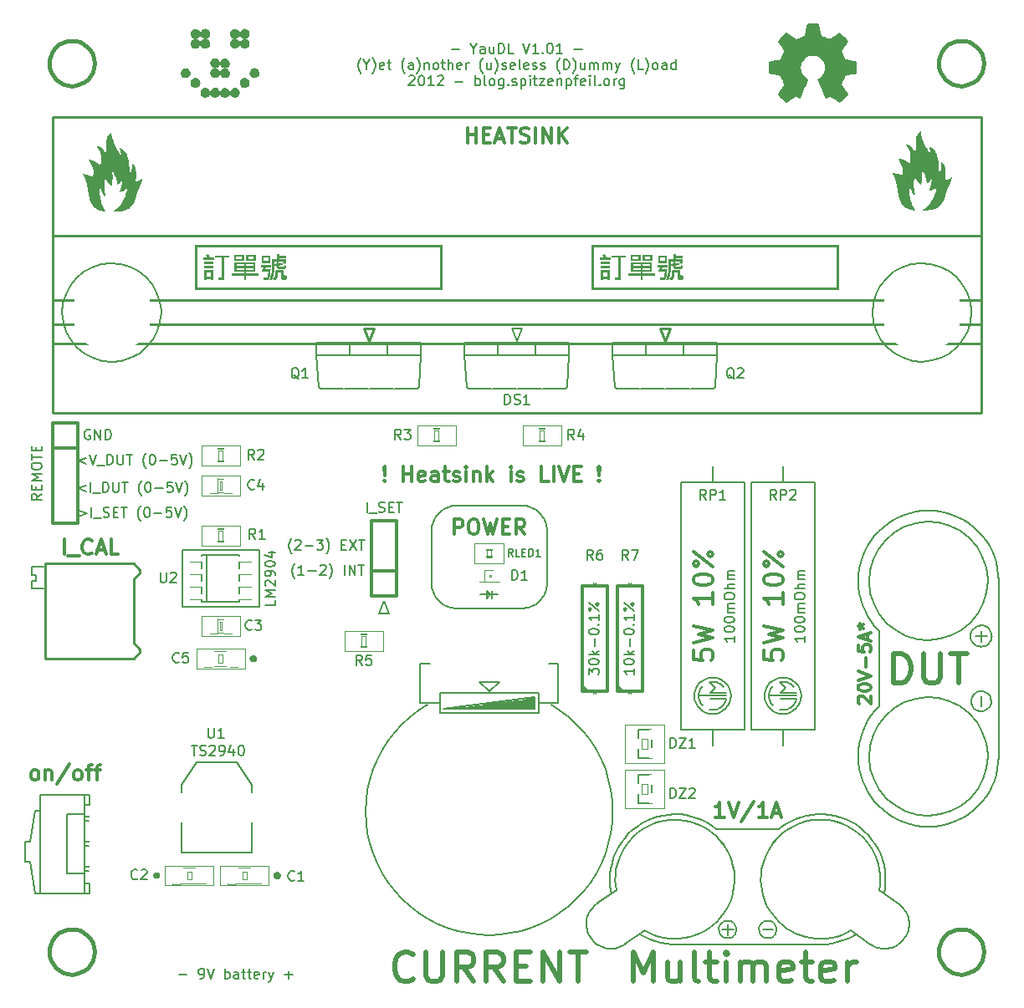
<source format=gto>
G04 (created by PCBNEW-RS274X (2012-jan-04)-stable) date Mon 02 Jul 2012 06:52:20 PM CEST*
G01*
G70*
G90*
%MOIN*%
G04 Gerber Fmt 3.4, Leading zero omitted, Abs format*
%FSLAX34Y34*%
G04 APERTURE LIST*
%ADD10C,0.006000*%
%ADD11C,0.008000*%
%ADD12C,0.012000*%
%ADD13C,0.019700*%
%ADD14C,0.010000*%
%ADD15C,0.000100*%
%ADD16C,0.002600*%
%ADD17C,0.004000*%
%ADD18C,0.002000*%
%ADD19C,0.015000*%
%ADD20C,0.007800*%
%ADD21C,0.007500*%
%ADD22C,0.011800*%
%ADD23C,0.060000*%
%ADD24C,0.393700*%
%ADD25C,0.177200*%
%ADD26C,0.315000*%
%ADD27C,0.196900*%
%ADD28O,0.137800X0.098400*%
%ADD29C,0.059100*%
%ADD30C,0.472400*%
%ADD31C,0.098400*%
%ADD32R,0.047200X0.047200*%
%ADD33C,0.160000*%
%ADD34R,0.144000X0.080000*%
%ADD35R,0.040000X0.080000*%
%ADD36R,0.051100X0.059000*%
%ADD37R,0.062900X0.070800*%
%ADD38R,0.086600X0.023600*%
%ADD39R,0.039300X0.043300*%
%ADD40C,0.157500*%
%ADD41O,0.068900X0.118100*%
%ADD42R,0.055000X0.055000*%
%ADD43C,0.055000*%
%ADD44R,0.055100X0.039300*%
G04 APERTURE END LIST*
G54D10*
G54D11*
X52000Y-37300D02*
X51800Y-36800D01*
X51600Y-37300D02*
X52000Y-37300D01*
X51800Y-36800D02*
X51600Y-37300D01*
X51124Y-33262D02*
X51124Y-32862D01*
X51219Y-33300D02*
X51524Y-33300D01*
X51600Y-33243D02*
X51657Y-33262D01*
X51753Y-33262D01*
X51791Y-33243D01*
X51810Y-33224D01*
X51829Y-33186D01*
X51829Y-33148D01*
X51810Y-33110D01*
X51791Y-33090D01*
X51753Y-33071D01*
X51676Y-33052D01*
X51638Y-33033D01*
X51619Y-33014D01*
X51600Y-32976D01*
X51600Y-32938D01*
X51619Y-32900D01*
X51638Y-32881D01*
X51676Y-32862D01*
X51772Y-32862D01*
X51829Y-32881D01*
X52000Y-33052D02*
X52134Y-33052D01*
X52191Y-33262D02*
X52000Y-33262D01*
X52000Y-32862D01*
X52191Y-32862D01*
X52305Y-32862D02*
X52534Y-32862D01*
X52419Y-33262D02*
X52419Y-32862D01*
X48138Y-34914D02*
X48118Y-34895D01*
X48080Y-34838D01*
X48061Y-34800D01*
X48042Y-34743D01*
X48023Y-34648D01*
X48023Y-34571D01*
X48042Y-34476D01*
X48061Y-34419D01*
X48080Y-34381D01*
X48118Y-34324D01*
X48138Y-34305D01*
X48271Y-34400D02*
X48290Y-34381D01*
X48328Y-34362D01*
X48424Y-34362D01*
X48462Y-34381D01*
X48481Y-34400D01*
X48500Y-34438D01*
X48500Y-34476D01*
X48481Y-34533D01*
X48252Y-34762D01*
X48500Y-34762D01*
X48671Y-34610D02*
X48976Y-34610D01*
X49128Y-34362D02*
X49376Y-34362D01*
X49242Y-34514D01*
X49300Y-34514D01*
X49338Y-34533D01*
X49357Y-34552D01*
X49376Y-34590D01*
X49376Y-34686D01*
X49357Y-34724D01*
X49338Y-34743D01*
X49300Y-34762D01*
X49185Y-34762D01*
X49147Y-34743D01*
X49128Y-34724D01*
X49509Y-34914D02*
X49528Y-34895D01*
X49566Y-34838D01*
X49585Y-34800D01*
X49604Y-34743D01*
X49623Y-34648D01*
X49623Y-34571D01*
X49604Y-34476D01*
X49585Y-34419D01*
X49566Y-34381D01*
X49528Y-34324D01*
X49509Y-34305D01*
X50119Y-34552D02*
X50253Y-34552D01*
X50310Y-34762D02*
X50119Y-34762D01*
X50119Y-34362D01*
X50310Y-34362D01*
X50443Y-34362D02*
X50710Y-34762D01*
X50710Y-34362D02*
X50443Y-34762D01*
X50805Y-34362D02*
X51034Y-34362D01*
X50919Y-34762D02*
X50919Y-34362D01*
X48255Y-35914D02*
X48235Y-35895D01*
X48197Y-35838D01*
X48178Y-35800D01*
X48159Y-35743D01*
X48140Y-35648D01*
X48140Y-35571D01*
X48159Y-35476D01*
X48178Y-35419D01*
X48197Y-35381D01*
X48235Y-35324D01*
X48255Y-35305D01*
X48617Y-35762D02*
X48388Y-35762D01*
X48502Y-35762D02*
X48502Y-35362D01*
X48464Y-35419D01*
X48426Y-35457D01*
X48388Y-35476D01*
X48788Y-35610D02*
X49093Y-35610D01*
X49264Y-35400D02*
X49283Y-35381D01*
X49321Y-35362D01*
X49417Y-35362D01*
X49455Y-35381D01*
X49474Y-35400D01*
X49493Y-35438D01*
X49493Y-35476D01*
X49474Y-35533D01*
X49245Y-35762D01*
X49493Y-35762D01*
X49626Y-35914D02*
X49645Y-35895D01*
X49683Y-35838D01*
X49702Y-35800D01*
X49721Y-35743D01*
X49740Y-35648D01*
X49740Y-35571D01*
X49721Y-35476D01*
X49702Y-35419D01*
X49683Y-35381D01*
X49645Y-35324D01*
X49626Y-35305D01*
X50236Y-35762D02*
X50236Y-35362D01*
X50426Y-35762D02*
X50426Y-35362D01*
X50655Y-35762D01*
X50655Y-35362D01*
X50788Y-35362D02*
X51017Y-35362D01*
X50902Y-35762D02*
X50902Y-35362D01*
X39657Y-33195D02*
X39962Y-33310D01*
X39657Y-33424D01*
X40152Y-33462D02*
X40152Y-33062D01*
X40247Y-33500D02*
X40552Y-33500D01*
X40628Y-33443D02*
X40685Y-33462D01*
X40781Y-33462D01*
X40819Y-33443D01*
X40838Y-33424D01*
X40857Y-33386D01*
X40857Y-33348D01*
X40838Y-33310D01*
X40819Y-33290D01*
X40781Y-33271D01*
X40704Y-33252D01*
X40666Y-33233D01*
X40647Y-33214D01*
X40628Y-33176D01*
X40628Y-33138D01*
X40647Y-33100D01*
X40666Y-33081D01*
X40704Y-33062D01*
X40800Y-33062D01*
X40857Y-33081D01*
X41028Y-33252D02*
X41162Y-33252D01*
X41219Y-33462D02*
X41028Y-33462D01*
X41028Y-33062D01*
X41219Y-33062D01*
X41333Y-33062D02*
X41562Y-33062D01*
X41447Y-33462D02*
X41447Y-33062D01*
X42115Y-33614D02*
X42095Y-33595D01*
X42057Y-33538D01*
X42038Y-33500D01*
X42019Y-33443D01*
X42000Y-33348D01*
X42000Y-33271D01*
X42019Y-33176D01*
X42038Y-33119D01*
X42057Y-33081D01*
X42095Y-33024D01*
X42115Y-33005D01*
X42343Y-33062D02*
X42382Y-33062D01*
X42420Y-33081D01*
X42439Y-33100D01*
X42458Y-33138D01*
X42477Y-33214D01*
X42477Y-33310D01*
X42458Y-33386D01*
X42439Y-33424D01*
X42420Y-33443D01*
X42382Y-33462D01*
X42343Y-33462D01*
X42305Y-33443D01*
X42286Y-33424D01*
X42267Y-33386D01*
X42248Y-33310D01*
X42248Y-33214D01*
X42267Y-33138D01*
X42286Y-33100D01*
X42305Y-33081D01*
X42343Y-33062D01*
X42648Y-33310D02*
X42953Y-33310D01*
X43334Y-33062D02*
X43143Y-33062D01*
X43124Y-33252D01*
X43143Y-33233D01*
X43181Y-33214D01*
X43277Y-33214D01*
X43315Y-33233D01*
X43334Y-33252D01*
X43353Y-33290D01*
X43353Y-33386D01*
X43334Y-33424D01*
X43315Y-33443D01*
X43277Y-33462D01*
X43181Y-33462D01*
X43143Y-33443D01*
X43124Y-33424D01*
X43467Y-33062D02*
X43600Y-33462D01*
X43734Y-33062D01*
X43829Y-33614D02*
X43848Y-33595D01*
X43886Y-33538D01*
X43905Y-33500D01*
X43924Y-33443D01*
X43943Y-33348D01*
X43943Y-33271D01*
X43924Y-33176D01*
X43905Y-33119D01*
X43886Y-33081D01*
X43848Y-33024D01*
X43829Y-33005D01*
X39924Y-32195D02*
X39619Y-32310D01*
X39924Y-32424D01*
X40114Y-32462D02*
X40114Y-32062D01*
X40209Y-32500D02*
X40514Y-32500D01*
X40609Y-32462D02*
X40609Y-32062D01*
X40704Y-32062D01*
X40762Y-32081D01*
X40800Y-32119D01*
X40819Y-32157D01*
X40838Y-32233D01*
X40838Y-32290D01*
X40819Y-32367D01*
X40800Y-32405D01*
X40762Y-32443D01*
X40704Y-32462D01*
X40609Y-32462D01*
X41009Y-32062D02*
X41009Y-32386D01*
X41028Y-32424D01*
X41047Y-32443D01*
X41085Y-32462D01*
X41162Y-32462D01*
X41200Y-32443D01*
X41219Y-32424D01*
X41238Y-32386D01*
X41238Y-32062D01*
X41371Y-32062D02*
X41600Y-32062D01*
X41485Y-32462D02*
X41485Y-32062D01*
X42153Y-32614D02*
X42133Y-32595D01*
X42095Y-32538D01*
X42076Y-32500D01*
X42057Y-32443D01*
X42038Y-32348D01*
X42038Y-32271D01*
X42057Y-32176D01*
X42076Y-32119D01*
X42095Y-32081D01*
X42133Y-32024D01*
X42153Y-32005D01*
X42381Y-32062D02*
X42420Y-32062D01*
X42458Y-32081D01*
X42477Y-32100D01*
X42496Y-32138D01*
X42515Y-32214D01*
X42515Y-32310D01*
X42496Y-32386D01*
X42477Y-32424D01*
X42458Y-32443D01*
X42420Y-32462D01*
X42381Y-32462D01*
X42343Y-32443D01*
X42324Y-32424D01*
X42305Y-32386D01*
X42286Y-32310D01*
X42286Y-32214D01*
X42305Y-32138D01*
X42324Y-32100D01*
X42343Y-32081D01*
X42381Y-32062D01*
X42686Y-32310D02*
X42991Y-32310D01*
X43372Y-32062D02*
X43181Y-32062D01*
X43162Y-32252D01*
X43181Y-32233D01*
X43219Y-32214D01*
X43315Y-32214D01*
X43353Y-32233D01*
X43372Y-32252D01*
X43391Y-32290D01*
X43391Y-32386D01*
X43372Y-32424D01*
X43353Y-32443D01*
X43315Y-32462D01*
X43219Y-32462D01*
X43181Y-32443D01*
X43162Y-32424D01*
X43505Y-32062D02*
X43638Y-32462D01*
X43772Y-32062D01*
X43867Y-32614D02*
X43886Y-32595D01*
X43924Y-32538D01*
X43943Y-32500D01*
X43962Y-32443D01*
X43981Y-32348D01*
X43981Y-32271D01*
X43962Y-32176D01*
X43943Y-32119D01*
X43924Y-32081D01*
X43886Y-32024D01*
X43867Y-32005D01*
X39947Y-31095D02*
X39642Y-31210D01*
X39947Y-31324D01*
X40080Y-30962D02*
X40213Y-31362D01*
X40347Y-30962D01*
X40385Y-31400D02*
X40690Y-31400D01*
X40785Y-31362D02*
X40785Y-30962D01*
X40880Y-30962D01*
X40938Y-30981D01*
X40976Y-31019D01*
X40995Y-31057D01*
X41014Y-31133D01*
X41014Y-31190D01*
X40995Y-31267D01*
X40976Y-31305D01*
X40938Y-31343D01*
X40880Y-31362D01*
X40785Y-31362D01*
X41185Y-30962D02*
X41185Y-31286D01*
X41204Y-31324D01*
X41223Y-31343D01*
X41261Y-31362D01*
X41338Y-31362D01*
X41376Y-31343D01*
X41395Y-31324D01*
X41414Y-31286D01*
X41414Y-30962D01*
X41547Y-30962D02*
X41776Y-30962D01*
X41661Y-31362D02*
X41661Y-30962D01*
X42329Y-31514D02*
X42309Y-31495D01*
X42271Y-31438D01*
X42252Y-31400D01*
X42233Y-31343D01*
X42214Y-31248D01*
X42214Y-31171D01*
X42233Y-31076D01*
X42252Y-31019D01*
X42271Y-30981D01*
X42309Y-30924D01*
X42329Y-30905D01*
X42557Y-30962D02*
X42596Y-30962D01*
X42634Y-30981D01*
X42653Y-31000D01*
X42672Y-31038D01*
X42691Y-31114D01*
X42691Y-31210D01*
X42672Y-31286D01*
X42653Y-31324D01*
X42634Y-31343D01*
X42596Y-31362D01*
X42557Y-31362D01*
X42519Y-31343D01*
X42500Y-31324D01*
X42481Y-31286D01*
X42462Y-31210D01*
X42462Y-31114D01*
X42481Y-31038D01*
X42500Y-31000D01*
X42519Y-30981D01*
X42557Y-30962D01*
X42862Y-31210D02*
X43167Y-31210D01*
X43548Y-30962D02*
X43357Y-30962D01*
X43338Y-31152D01*
X43357Y-31133D01*
X43395Y-31114D01*
X43491Y-31114D01*
X43529Y-31133D01*
X43548Y-31152D01*
X43567Y-31190D01*
X43567Y-31286D01*
X43548Y-31324D01*
X43529Y-31343D01*
X43491Y-31362D01*
X43395Y-31362D01*
X43357Y-31343D01*
X43338Y-31324D01*
X43681Y-30962D02*
X43814Y-31362D01*
X43948Y-30962D01*
X44043Y-31514D02*
X44062Y-31495D01*
X44100Y-31438D01*
X44119Y-31400D01*
X44138Y-31343D01*
X44157Y-31248D01*
X44157Y-31171D01*
X44138Y-31076D01*
X44119Y-31019D01*
X44100Y-30981D01*
X44062Y-30924D01*
X44043Y-30905D01*
X40096Y-29981D02*
X40058Y-29962D01*
X40001Y-29962D01*
X39943Y-29981D01*
X39905Y-30019D01*
X39886Y-30057D01*
X39867Y-30133D01*
X39867Y-30190D01*
X39886Y-30267D01*
X39905Y-30305D01*
X39943Y-30343D01*
X40001Y-30362D01*
X40039Y-30362D01*
X40096Y-30343D01*
X40115Y-30324D01*
X40115Y-30190D01*
X40039Y-30190D01*
X40286Y-30362D02*
X40286Y-29962D01*
X40515Y-30362D01*
X40515Y-29962D01*
X40705Y-30362D02*
X40705Y-29962D01*
X40800Y-29962D01*
X40858Y-29981D01*
X40896Y-30019D01*
X40915Y-30057D01*
X40934Y-30133D01*
X40934Y-30190D01*
X40915Y-30267D01*
X40896Y-30305D01*
X40858Y-30343D01*
X40800Y-30362D01*
X40705Y-30362D01*
X65048Y-45900D02*
X64868Y-45764D01*
X64676Y-45645D01*
X64474Y-45542D01*
X64265Y-45457D01*
X64048Y-45391D01*
X63827Y-45344D01*
X63603Y-45316D01*
X63378Y-45309D01*
X63152Y-45320D01*
X62928Y-45352D01*
X62708Y-45403D01*
X62493Y-45473D01*
X62285Y-45561D01*
X62085Y-45667D01*
X61895Y-45790D01*
X61717Y-45930D01*
X61552Y-46084D01*
X61400Y-46252D01*
X61264Y-46432D01*
X61145Y-46624D01*
X61042Y-46826D01*
X60957Y-47035D01*
X60891Y-47252D01*
X60844Y-47473D01*
X60816Y-47697D01*
X60809Y-47922D01*
X60820Y-48148D01*
X60852Y-48372D01*
X60870Y-48461D01*
X71730Y-48461D02*
X71769Y-48238D01*
X71789Y-48013D01*
X71789Y-47787D01*
X71769Y-47562D01*
X71730Y-47339D01*
X71672Y-47121D01*
X71594Y-46909D01*
X71499Y-46704D01*
X71386Y-46508D01*
X71256Y-46323D01*
X71111Y-46149D01*
X70951Y-45989D01*
X70777Y-45844D01*
X70592Y-45714D01*
X70396Y-45601D01*
X70191Y-45506D01*
X69979Y-45428D01*
X69761Y-45370D01*
X69538Y-45331D01*
X69313Y-45311D01*
X69087Y-45311D01*
X68862Y-45331D01*
X68639Y-45370D01*
X68421Y-45428D01*
X68209Y-45506D01*
X68004Y-45601D01*
X67808Y-45714D01*
X67623Y-45844D01*
X67552Y-45900D01*
X69200Y-50500D02*
X69426Y-50490D01*
X69651Y-50460D01*
X69872Y-50411D01*
X70089Y-50343D01*
X70298Y-50256D01*
X70500Y-50151D01*
X70596Y-50092D01*
X62004Y-50092D02*
X62200Y-50206D01*
X62406Y-50302D01*
X62619Y-50379D01*
X62838Y-50438D01*
X63061Y-50477D01*
X63287Y-50497D01*
X63400Y-50500D01*
X63400Y-50500D02*
X69200Y-50500D01*
X65050Y-45900D02*
X67550Y-45900D01*
X46650Y-39100D02*
X46649Y-39109D01*
X46646Y-39119D01*
X46641Y-39127D01*
X46635Y-39135D01*
X46627Y-39141D01*
X46619Y-39146D01*
X46610Y-39148D01*
X46600Y-39149D01*
X46591Y-39149D01*
X46582Y-39146D01*
X46573Y-39141D01*
X46566Y-39135D01*
X46559Y-39128D01*
X46555Y-39119D01*
X46552Y-39110D01*
X46551Y-39100D01*
X46551Y-39091D01*
X46554Y-39082D01*
X46558Y-39073D01*
X46565Y-39066D01*
X46572Y-39059D01*
X46580Y-39055D01*
X46590Y-39052D01*
X46599Y-39051D01*
X46608Y-39051D01*
X46618Y-39054D01*
X46626Y-39058D01*
X46634Y-39064D01*
X46640Y-39072D01*
X46645Y-39080D01*
X46648Y-39089D01*
X46649Y-39099D01*
X46650Y-39100D01*
X46711Y-39100D02*
X46708Y-39121D01*
X46702Y-39142D01*
X46692Y-39161D01*
X46678Y-39178D01*
X46662Y-39192D01*
X46643Y-39202D01*
X46622Y-39208D01*
X46600Y-39210D01*
X46580Y-39209D01*
X46559Y-39202D01*
X46540Y-39192D01*
X46523Y-39179D01*
X46509Y-39162D01*
X46498Y-39143D01*
X46492Y-39123D01*
X46490Y-39101D01*
X46491Y-39080D01*
X46497Y-39060D01*
X46507Y-39040D01*
X46521Y-39023D01*
X46537Y-39009D01*
X46556Y-38999D01*
X46577Y-38992D01*
X46598Y-38990D01*
X46619Y-38991D01*
X46640Y-38997D01*
X46659Y-39007D01*
X46676Y-39020D01*
X46690Y-39037D01*
X46701Y-39055D01*
X46708Y-39076D01*
X46710Y-39097D01*
X46711Y-39100D01*
G54D12*
X51828Y-31986D02*
X51856Y-32014D01*
X51828Y-32043D01*
X51799Y-32014D01*
X51828Y-31986D01*
X51828Y-32043D01*
X51828Y-31814D02*
X51799Y-31471D01*
X51828Y-31443D01*
X51856Y-31471D01*
X51828Y-31814D01*
X51828Y-31443D01*
X52571Y-32043D02*
X52571Y-31443D01*
X52571Y-31729D02*
X52914Y-31729D01*
X52914Y-32043D02*
X52914Y-31443D01*
X53428Y-32014D02*
X53371Y-32043D01*
X53257Y-32043D01*
X53200Y-32014D01*
X53171Y-31957D01*
X53171Y-31729D01*
X53200Y-31671D01*
X53257Y-31643D01*
X53371Y-31643D01*
X53428Y-31671D01*
X53457Y-31729D01*
X53457Y-31786D01*
X53171Y-31843D01*
X53971Y-32043D02*
X53971Y-31729D01*
X53942Y-31671D01*
X53885Y-31643D01*
X53771Y-31643D01*
X53714Y-31671D01*
X53971Y-32014D02*
X53914Y-32043D01*
X53771Y-32043D01*
X53714Y-32014D01*
X53685Y-31957D01*
X53685Y-31900D01*
X53714Y-31843D01*
X53771Y-31814D01*
X53914Y-31814D01*
X53971Y-31786D01*
X54171Y-31643D02*
X54400Y-31643D01*
X54257Y-31443D02*
X54257Y-31957D01*
X54285Y-32014D01*
X54343Y-32043D01*
X54400Y-32043D01*
X54571Y-32014D02*
X54628Y-32043D01*
X54743Y-32043D01*
X54800Y-32014D01*
X54828Y-31957D01*
X54828Y-31929D01*
X54800Y-31871D01*
X54743Y-31843D01*
X54657Y-31843D01*
X54600Y-31814D01*
X54571Y-31757D01*
X54571Y-31729D01*
X54600Y-31671D01*
X54657Y-31643D01*
X54743Y-31643D01*
X54800Y-31671D01*
X55086Y-32043D02*
X55086Y-31643D01*
X55086Y-31443D02*
X55057Y-31471D01*
X55086Y-31500D01*
X55114Y-31471D01*
X55086Y-31443D01*
X55086Y-31500D01*
X55372Y-31643D02*
X55372Y-32043D01*
X55372Y-31700D02*
X55400Y-31671D01*
X55458Y-31643D01*
X55543Y-31643D01*
X55600Y-31671D01*
X55629Y-31729D01*
X55629Y-32043D01*
X55915Y-32043D02*
X55915Y-31443D01*
X55972Y-31814D02*
X56143Y-32043D01*
X56143Y-31643D02*
X55915Y-31871D01*
X56858Y-32043D02*
X56858Y-31643D01*
X56858Y-31443D02*
X56829Y-31471D01*
X56858Y-31500D01*
X56886Y-31471D01*
X56858Y-31443D01*
X56858Y-31500D01*
X57115Y-32014D02*
X57172Y-32043D01*
X57287Y-32043D01*
X57344Y-32014D01*
X57372Y-31957D01*
X57372Y-31929D01*
X57344Y-31871D01*
X57287Y-31843D01*
X57201Y-31843D01*
X57144Y-31814D01*
X57115Y-31757D01*
X57115Y-31729D01*
X57144Y-31671D01*
X57201Y-31643D01*
X57287Y-31643D01*
X57344Y-31671D01*
X58373Y-32043D02*
X58087Y-32043D01*
X58087Y-31443D01*
X58573Y-32043D02*
X58573Y-31443D01*
X58773Y-31443D02*
X58973Y-32043D01*
X59173Y-31443D01*
X59373Y-31729D02*
X59573Y-31729D01*
X59659Y-32043D02*
X59373Y-32043D01*
X59373Y-31443D01*
X59659Y-31443D01*
X60373Y-31986D02*
X60401Y-32014D01*
X60373Y-32043D01*
X60344Y-32014D01*
X60373Y-31986D01*
X60373Y-32043D01*
X60373Y-31814D02*
X60344Y-31471D01*
X60373Y-31443D01*
X60401Y-31471D01*
X60373Y-31814D01*
X60373Y-31443D01*
G54D11*
X47600Y-47750D02*
X47599Y-47759D01*
X47596Y-47769D01*
X47591Y-47777D01*
X47585Y-47785D01*
X47577Y-47791D01*
X47569Y-47796D01*
X47560Y-47798D01*
X47550Y-47799D01*
X47541Y-47799D01*
X47532Y-47796D01*
X47523Y-47791D01*
X47516Y-47785D01*
X47509Y-47778D01*
X47505Y-47769D01*
X47502Y-47760D01*
X47501Y-47750D01*
X47501Y-47741D01*
X47504Y-47732D01*
X47508Y-47723D01*
X47515Y-47716D01*
X47522Y-47709D01*
X47530Y-47705D01*
X47540Y-47702D01*
X47549Y-47701D01*
X47558Y-47701D01*
X47568Y-47704D01*
X47576Y-47708D01*
X47584Y-47714D01*
X47590Y-47722D01*
X47595Y-47730D01*
X47598Y-47739D01*
X47599Y-47749D01*
X47600Y-47750D01*
X47661Y-47750D02*
X47658Y-47771D01*
X47652Y-47792D01*
X47642Y-47811D01*
X47628Y-47828D01*
X47612Y-47842D01*
X47593Y-47852D01*
X47572Y-47858D01*
X47550Y-47860D01*
X47530Y-47859D01*
X47509Y-47852D01*
X47490Y-47842D01*
X47473Y-47829D01*
X47459Y-47812D01*
X47448Y-47793D01*
X47442Y-47773D01*
X47440Y-47751D01*
X47441Y-47730D01*
X47447Y-47710D01*
X47457Y-47690D01*
X47471Y-47673D01*
X47487Y-47659D01*
X47506Y-47649D01*
X47527Y-47642D01*
X47548Y-47640D01*
X47569Y-47641D01*
X47590Y-47647D01*
X47609Y-47657D01*
X47626Y-47670D01*
X47640Y-47687D01*
X47651Y-47705D01*
X47658Y-47726D01*
X47660Y-47747D01*
X47661Y-47750D01*
X42800Y-47750D02*
X42799Y-47759D01*
X42796Y-47769D01*
X42791Y-47777D01*
X42785Y-47785D01*
X42777Y-47791D01*
X42769Y-47796D01*
X42760Y-47798D01*
X42750Y-47799D01*
X42741Y-47799D01*
X42732Y-47796D01*
X42723Y-47791D01*
X42716Y-47785D01*
X42709Y-47778D01*
X42705Y-47769D01*
X42702Y-47760D01*
X42701Y-47750D01*
X42701Y-47741D01*
X42704Y-47732D01*
X42708Y-47723D01*
X42715Y-47716D01*
X42722Y-47709D01*
X42730Y-47705D01*
X42740Y-47702D01*
X42749Y-47701D01*
X42758Y-47701D01*
X42768Y-47704D01*
X42776Y-47708D01*
X42784Y-47714D01*
X42790Y-47722D01*
X42795Y-47730D01*
X42798Y-47739D01*
X42799Y-47749D01*
X42800Y-47750D01*
X42850Y-47750D02*
X42848Y-47769D01*
X42842Y-47788D01*
X42833Y-47805D01*
X42820Y-47820D01*
X42805Y-47832D01*
X42788Y-47842D01*
X42770Y-47847D01*
X42750Y-47849D01*
X42732Y-47848D01*
X42713Y-47842D01*
X42696Y-47833D01*
X42681Y-47821D01*
X42668Y-47806D01*
X42659Y-47789D01*
X42653Y-47770D01*
X42651Y-47751D01*
X42652Y-47732D01*
X42658Y-47714D01*
X42666Y-47696D01*
X42679Y-47681D01*
X42693Y-47668D01*
X42710Y-47659D01*
X42729Y-47653D01*
X42748Y-47651D01*
X42767Y-47652D01*
X42786Y-47657D01*
X42803Y-47666D01*
X42818Y-47678D01*
X42831Y-47693D01*
X42841Y-47710D01*
X42847Y-47728D01*
X42849Y-47748D01*
X42850Y-47750D01*
G54D12*
X70744Y-40885D02*
X70720Y-40861D01*
X70695Y-40812D01*
X70695Y-40690D01*
X70720Y-40642D01*
X70744Y-40617D01*
X70793Y-40593D01*
X70842Y-40593D01*
X70915Y-40617D01*
X71207Y-40910D01*
X71207Y-40593D01*
X70695Y-40276D02*
X70695Y-40227D01*
X70720Y-40178D01*
X70744Y-40154D01*
X70793Y-40129D01*
X70890Y-40105D01*
X71012Y-40105D01*
X71110Y-40129D01*
X71158Y-40154D01*
X71183Y-40178D01*
X71207Y-40227D01*
X71207Y-40276D01*
X71183Y-40324D01*
X71158Y-40349D01*
X71110Y-40373D01*
X71012Y-40397D01*
X70890Y-40397D01*
X70793Y-40373D01*
X70744Y-40349D01*
X70720Y-40324D01*
X70695Y-40276D01*
X70695Y-39958D02*
X71207Y-39788D01*
X70695Y-39617D01*
X71012Y-39446D02*
X71012Y-39056D01*
X70695Y-38568D02*
X70695Y-38812D01*
X70939Y-38836D01*
X70915Y-38812D01*
X70890Y-38763D01*
X70890Y-38641D01*
X70915Y-38593D01*
X70939Y-38568D01*
X70988Y-38544D01*
X71110Y-38544D01*
X71158Y-38568D01*
X71183Y-38593D01*
X71207Y-38641D01*
X71207Y-38763D01*
X71183Y-38812D01*
X71158Y-38836D01*
X71061Y-38348D02*
X71061Y-38105D01*
X71207Y-38397D02*
X70695Y-38227D01*
X71207Y-38056D01*
X70695Y-37812D02*
X70817Y-37812D01*
X70768Y-37934D02*
X70817Y-37812D01*
X70768Y-37690D01*
X70915Y-37885D02*
X70817Y-37812D01*
X70915Y-37739D01*
G54D11*
X73500Y-33200D02*
X73256Y-33211D01*
X73014Y-33243D01*
X72776Y-33296D01*
X72543Y-33369D01*
X72317Y-33463D01*
X72101Y-33576D01*
X71894Y-33707D01*
X71701Y-33856D01*
X71521Y-34021D01*
X71356Y-34201D01*
X71207Y-34394D01*
X71076Y-34601D01*
X70963Y-34817D01*
X70869Y-35043D01*
X70796Y-35276D01*
X70743Y-35514D01*
X70711Y-35756D01*
X70700Y-36000D01*
X71550Y-41000D02*
X71550Y-38000D01*
X71538Y-41003D02*
X71371Y-41182D01*
X71221Y-41375D01*
X71088Y-41579D01*
X70973Y-41795D01*
X70878Y-42020D01*
X70802Y-42252D01*
X70747Y-42490D01*
X70713Y-42732D01*
X70701Y-42976D01*
X70700Y-43000D01*
X56100Y-36400D02*
X56100Y-36700D01*
X56050Y-36550D02*
X55900Y-36400D01*
X55900Y-36400D02*
X55900Y-36700D01*
X55900Y-36700D02*
X56050Y-36550D01*
X55650Y-36550D02*
X56350Y-36550D01*
X58300Y-34000D02*
X58296Y-33913D01*
X58284Y-33827D01*
X58265Y-33742D01*
X58239Y-33658D01*
X58206Y-33578D01*
X58166Y-33501D01*
X58119Y-33427D01*
X58066Y-33358D01*
X58007Y-33293D01*
X57942Y-33234D01*
X57873Y-33181D01*
X57800Y-33134D01*
X57722Y-33094D01*
X57642Y-33061D01*
X57558Y-33035D01*
X57473Y-33016D01*
X57387Y-33004D01*
X57300Y-33000D01*
X54700Y-33000D02*
X54613Y-33004D01*
X54527Y-33016D01*
X54442Y-33035D01*
X54358Y-33061D01*
X54278Y-33094D01*
X54201Y-33134D01*
X54127Y-33181D01*
X54058Y-33234D01*
X53993Y-33293D01*
X53934Y-33358D01*
X53881Y-33427D01*
X53834Y-33501D01*
X53794Y-33578D01*
X53761Y-33658D01*
X53735Y-33742D01*
X53716Y-33827D01*
X53704Y-33913D01*
X53700Y-34000D01*
X57300Y-37100D02*
X57387Y-37096D01*
X57473Y-37084D01*
X57558Y-37065D01*
X57642Y-37039D01*
X57722Y-37006D01*
X57800Y-36966D01*
X57873Y-36919D01*
X57942Y-36866D01*
X58007Y-36807D01*
X58066Y-36742D01*
X58119Y-36673D01*
X58166Y-36599D01*
X58206Y-36522D01*
X58239Y-36442D01*
X58265Y-36358D01*
X58284Y-36273D01*
X58296Y-36187D01*
X58300Y-36100D01*
X53700Y-36100D02*
X53704Y-36187D01*
X53716Y-36273D01*
X53735Y-36358D01*
X53761Y-36442D01*
X53794Y-36522D01*
X53834Y-36599D01*
X53881Y-36673D01*
X53934Y-36742D01*
X53993Y-36807D01*
X54058Y-36866D01*
X54127Y-36919D01*
X54201Y-36966D01*
X54278Y-37006D01*
X54358Y-37039D01*
X54442Y-37065D01*
X54527Y-37084D01*
X54613Y-37096D01*
X54700Y-37100D01*
X54700Y-37100D02*
X57300Y-37100D01*
X58300Y-36100D02*
X58300Y-34000D01*
X54700Y-33000D02*
X57300Y-33000D01*
X53700Y-36100D02*
X53700Y-34000D01*
X65272Y-49914D02*
X65729Y-49914D01*
X65500Y-50143D02*
X65500Y-49686D01*
X66910Y-49914D02*
X67291Y-49914D01*
X65850Y-49900D02*
X65843Y-49967D01*
X65823Y-50033D01*
X65791Y-50093D01*
X65748Y-50146D01*
X65695Y-50190D01*
X65635Y-50222D01*
X65570Y-50242D01*
X65502Y-50249D01*
X65435Y-50243D01*
X65369Y-50224D01*
X65309Y-50192D01*
X65256Y-50150D01*
X65212Y-50097D01*
X65179Y-50037D01*
X65158Y-49972D01*
X65151Y-49904D01*
X65156Y-49837D01*
X65175Y-49772D01*
X65206Y-49711D01*
X65249Y-49657D01*
X65301Y-49613D01*
X65360Y-49580D01*
X65425Y-49559D01*
X65493Y-49551D01*
X65560Y-49556D01*
X65626Y-49574D01*
X65687Y-49605D01*
X65741Y-49647D01*
X65786Y-49699D01*
X65819Y-49758D01*
X65841Y-49823D01*
X65849Y-49891D01*
X65850Y-49900D01*
X67450Y-49900D02*
X67443Y-49967D01*
X67423Y-50033D01*
X67391Y-50093D01*
X67348Y-50146D01*
X67295Y-50190D01*
X67235Y-50222D01*
X67170Y-50242D01*
X67102Y-50249D01*
X67035Y-50243D01*
X66969Y-50224D01*
X66909Y-50192D01*
X66856Y-50150D01*
X66812Y-50097D01*
X66779Y-50037D01*
X66758Y-49972D01*
X66751Y-49904D01*
X66756Y-49837D01*
X66775Y-49772D01*
X66806Y-49711D01*
X66849Y-49657D01*
X66901Y-49613D01*
X66960Y-49580D01*
X67025Y-49559D01*
X67093Y-49551D01*
X67160Y-49556D01*
X67226Y-49574D01*
X67287Y-49605D01*
X67341Y-49647D01*
X67386Y-49699D01*
X67419Y-49758D01*
X67441Y-49823D01*
X67449Y-49891D01*
X67450Y-49900D01*
X76000Y-40800D02*
X75992Y-40877D01*
X75969Y-40952D01*
X75933Y-41021D01*
X75883Y-41081D01*
X75823Y-41131D01*
X75755Y-41168D01*
X75680Y-41191D01*
X75602Y-41199D01*
X75526Y-41192D01*
X75451Y-41170D01*
X75381Y-41134D01*
X75321Y-41085D01*
X75270Y-41025D01*
X75233Y-40957D01*
X75209Y-40883D01*
X75201Y-40805D01*
X75207Y-40728D01*
X75229Y-40653D01*
X75264Y-40584D01*
X75313Y-40523D01*
X75372Y-40472D01*
X75440Y-40434D01*
X75515Y-40410D01*
X75592Y-40401D01*
X75669Y-40407D01*
X75744Y-40428D01*
X75814Y-40463D01*
X75875Y-40511D01*
X75926Y-40570D01*
X75965Y-40638D01*
X75990Y-40712D01*
X75999Y-40789D01*
X76000Y-40800D01*
X76024Y-38200D02*
X76015Y-38282D01*
X75992Y-38361D01*
X75953Y-38434D01*
X75900Y-38498D01*
X75837Y-38551D01*
X75764Y-38590D01*
X75685Y-38615D01*
X75602Y-38623D01*
X75521Y-38616D01*
X75442Y-38593D01*
X75368Y-38554D01*
X75304Y-38502D01*
X75251Y-38439D01*
X75211Y-38367D01*
X75186Y-38288D01*
X75177Y-38205D01*
X75183Y-38124D01*
X75206Y-38044D01*
X75244Y-37971D01*
X75295Y-37906D01*
X75359Y-37852D01*
X75431Y-37812D01*
X75509Y-37786D01*
X75592Y-37777D01*
X75673Y-37783D01*
X75753Y-37805D01*
X75827Y-37843D01*
X75892Y-37893D01*
X75946Y-37956D01*
X75987Y-38028D01*
X76013Y-38107D01*
X76023Y-38189D01*
X76024Y-38200D01*
X75372Y-38214D02*
X75829Y-38214D01*
X75600Y-38443D02*
X75600Y-37986D01*
X75614Y-40990D02*
X75614Y-40609D01*
X43642Y-51710D02*
X43947Y-51710D01*
X44461Y-51862D02*
X44537Y-51862D01*
X44576Y-51843D01*
X44595Y-51824D01*
X44633Y-51767D01*
X44652Y-51690D01*
X44652Y-51538D01*
X44633Y-51500D01*
X44614Y-51481D01*
X44576Y-51462D01*
X44499Y-51462D01*
X44461Y-51481D01*
X44442Y-51500D01*
X44423Y-51538D01*
X44423Y-51633D01*
X44442Y-51671D01*
X44461Y-51690D01*
X44499Y-51710D01*
X44576Y-51710D01*
X44614Y-51690D01*
X44633Y-51671D01*
X44652Y-51633D01*
X44766Y-51462D02*
X44899Y-51862D01*
X45033Y-51462D01*
X45471Y-51862D02*
X45471Y-51462D01*
X45471Y-51614D02*
X45509Y-51595D01*
X45586Y-51595D01*
X45624Y-51614D01*
X45643Y-51633D01*
X45662Y-51671D01*
X45662Y-51786D01*
X45643Y-51824D01*
X45624Y-51843D01*
X45586Y-51862D01*
X45509Y-51862D01*
X45471Y-51843D01*
X46005Y-51862D02*
X46005Y-51652D01*
X45986Y-51614D01*
X45948Y-51595D01*
X45871Y-51595D01*
X45833Y-51614D01*
X46005Y-51843D02*
X45967Y-51862D01*
X45871Y-51862D01*
X45833Y-51843D01*
X45814Y-51805D01*
X45814Y-51767D01*
X45833Y-51729D01*
X45871Y-51710D01*
X45967Y-51710D01*
X46005Y-51690D01*
X46138Y-51595D02*
X46290Y-51595D01*
X46195Y-51462D02*
X46195Y-51805D01*
X46214Y-51843D01*
X46252Y-51862D01*
X46290Y-51862D01*
X46367Y-51595D02*
X46519Y-51595D01*
X46424Y-51462D02*
X46424Y-51805D01*
X46443Y-51843D01*
X46481Y-51862D01*
X46519Y-51862D01*
X46806Y-51843D02*
X46768Y-51862D01*
X46691Y-51862D01*
X46653Y-51843D01*
X46634Y-51805D01*
X46634Y-51652D01*
X46653Y-51614D01*
X46691Y-51595D01*
X46768Y-51595D01*
X46806Y-51614D01*
X46825Y-51652D01*
X46825Y-51690D01*
X46634Y-51729D01*
X46996Y-51862D02*
X46996Y-51595D01*
X46996Y-51671D02*
X47015Y-51633D01*
X47034Y-51614D01*
X47072Y-51595D01*
X47111Y-51595D01*
X47206Y-51595D02*
X47301Y-51862D01*
X47397Y-51595D02*
X47301Y-51862D01*
X47263Y-51957D01*
X47244Y-51976D01*
X47206Y-51995D01*
X47854Y-51710D02*
X48159Y-51710D01*
X48007Y-51862D02*
X48007Y-51557D01*
G54D13*
X61741Y-51978D02*
X61741Y-50797D01*
X62135Y-51640D01*
X62529Y-50797D01*
X62529Y-51978D01*
X63597Y-51190D02*
X63597Y-51978D01*
X63091Y-51190D02*
X63091Y-51809D01*
X63147Y-51921D01*
X63260Y-51978D01*
X63429Y-51978D01*
X63541Y-51921D01*
X63597Y-51865D01*
X64329Y-51978D02*
X64216Y-51921D01*
X64160Y-51809D01*
X64160Y-50797D01*
X64610Y-51190D02*
X65060Y-51190D01*
X64779Y-50797D02*
X64779Y-51809D01*
X64835Y-51921D01*
X64948Y-51978D01*
X65060Y-51978D01*
X65454Y-51978D02*
X65454Y-51190D01*
X65454Y-50797D02*
X65398Y-50853D01*
X65454Y-50909D01*
X65510Y-50853D01*
X65454Y-50797D01*
X65454Y-50909D01*
X66016Y-51978D02*
X66016Y-51190D01*
X66016Y-51303D02*
X66072Y-51246D01*
X66185Y-51190D01*
X66354Y-51190D01*
X66466Y-51246D01*
X66522Y-51359D01*
X66522Y-51978D01*
X66522Y-51359D02*
X66579Y-51246D01*
X66691Y-51190D01*
X66860Y-51190D01*
X66972Y-51246D01*
X67028Y-51359D01*
X67028Y-51978D01*
X68041Y-51921D02*
X67929Y-51978D01*
X67704Y-51978D01*
X67591Y-51921D01*
X67535Y-51809D01*
X67535Y-51359D01*
X67591Y-51246D01*
X67704Y-51190D01*
X67929Y-51190D01*
X68041Y-51246D01*
X68097Y-51359D01*
X68097Y-51471D01*
X67535Y-51584D01*
X68434Y-51190D02*
X68884Y-51190D01*
X68603Y-50797D02*
X68603Y-51809D01*
X68659Y-51921D01*
X68772Y-51978D01*
X68884Y-51978D01*
X69728Y-51921D02*
X69616Y-51978D01*
X69391Y-51978D01*
X69278Y-51921D01*
X69222Y-51809D01*
X69222Y-51359D01*
X69278Y-51246D01*
X69391Y-51190D01*
X69616Y-51190D01*
X69728Y-51246D01*
X69784Y-51359D01*
X69784Y-51471D01*
X69222Y-51584D01*
X70290Y-51978D02*
X70290Y-51190D01*
X70290Y-51415D02*
X70346Y-51303D01*
X70403Y-51246D01*
X70515Y-51190D01*
X70628Y-51190D01*
G54D11*
X76300Y-43000D02*
X76300Y-36000D01*
X70700Y-43000D02*
X70711Y-43244D01*
X70743Y-43486D01*
X70796Y-43724D01*
X70869Y-43957D01*
X70963Y-44183D01*
X71076Y-44399D01*
X71207Y-44606D01*
X71356Y-44799D01*
X71521Y-44979D01*
X71701Y-45144D01*
X71894Y-45293D01*
X72101Y-45424D01*
X72317Y-45537D01*
X72543Y-45631D01*
X72776Y-45704D01*
X73014Y-45757D01*
X73256Y-45789D01*
X73500Y-45800D01*
X73500Y-45800D02*
X73744Y-45789D01*
X73986Y-45757D01*
X74224Y-45704D01*
X74457Y-45631D01*
X74683Y-45537D01*
X74900Y-45424D01*
X75106Y-45293D01*
X75299Y-45144D01*
X75479Y-44979D01*
X75644Y-44799D01*
X75793Y-44606D01*
X75924Y-44399D01*
X76037Y-44183D01*
X76131Y-43957D01*
X76204Y-43724D01*
X76257Y-43486D01*
X76289Y-43244D01*
X76300Y-43000D01*
X70700Y-36000D02*
X70711Y-36244D01*
X70743Y-36486D01*
X70796Y-36724D01*
X70869Y-36957D01*
X70963Y-37183D01*
X71076Y-37399D01*
X71207Y-37606D01*
X71356Y-37799D01*
X71521Y-37979D01*
X71538Y-37997D01*
X76300Y-36000D02*
X76289Y-35756D01*
X76257Y-35514D01*
X76204Y-35276D01*
X76131Y-35043D01*
X76037Y-34817D01*
X75924Y-34601D01*
X75793Y-34394D01*
X75644Y-34201D01*
X75479Y-34021D01*
X75299Y-33856D01*
X75106Y-33707D01*
X74900Y-33576D01*
X74683Y-33463D01*
X74457Y-33369D01*
X74224Y-33296D01*
X73986Y-33243D01*
X73744Y-33211D01*
X73500Y-33200D01*
G54D12*
X54614Y-34143D02*
X54614Y-33543D01*
X54842Y-33543D01*
X54900Y-33571D01*
X54928Y-33600D01*
X54957Y-33657D01*
X54957Y-33743D01*
X54928Y-33800D01*
X54900Y-33829D01*
X54842Y-33857D01*
X54614Y-33857D01*
X55328Y-33543D02*
X55442Y-33543D01*
X55500Y-33571D01*
X55557Y-33629D01*
X55585Y-33743D01*
X55585Y-33943D01*
X55557Y-34057D01*
X55500Y-34114D01*
X55442Y-34143D01*
X55328Y-34143D01*
X55271Y-34114D01*
X55214Y-34057D01*
X55185Y-33943D01*
X55185Y-33743D01*
X55214Y-33629D01*
X55271Y-33571D01*
X55328Y-33543D01*
X55786Y-33543D02*
X55929Y-34143D01*
X56043Y-33714D01*
X56157Y-34143D01*
X56300Y-33543D01*
X56529Y-33829D02*
X56729Y-33829D01*
X56815Y-34143D02*
X56529Y-34143D01*
X56529Y-33543D01*
X56815Y-33543D01*
X57415Y-34143D02*
X57215Y-33857D01*
X57072Y-34143D02*
X57072Y-33543D01*
X57300Y-33543D01*
X57358Y-33571D01*
X57386Y-33600D01*
X57415Y-33657D01*
X57415Y-33743D01*
X57386Y-33800D01*
X57358Y-33829D01*
X57300Y-33857D01*
X57072Y-33857D01*
X37857Y-43943D02*
X37799Y-43914D01*
X37771Y-43886D01*
X37742Y-43829D01*
X37742Y-43657D01*
X37771Y-43600D01*
X37799Y-43571D01*
X37857Y-43543D01*
X37942Y-43543D01*
X37999Y-43571D01*
X38028Y-43600D01*
X38057Y-43657D01*
X38057Y-43829D01*
X38028Y-43886D01*
X37999Y-43914D01*
X37942Y-43943D01*
X37857Y-43943D01*
X38314Y-43543D02*
X38314Y-43943D01*
X38314Y-43600D02*
X38342Y-43571D01*
X38400Y-43543D01*
X38485Y-43543D01*
X38542Y-43571D01*
X38571Y-43629D01*
X38571Y-43943D01*
X39285Y-43314D02*
X38771Y-44086D01*
X39572Y-43943D02*
X39514Y-43914D01*
X39486Y-43886D01*
X39457Y-43829D01*
X39457Y-43657D01*
X39486Y-43600D01*
X39514Y-43571D01*
X39572Y-43543D01*
X39657Y-43543D01*
X39714Y-43571D01*
X39743Y-43600D01*
X39772Y-43657D01*
X39772Y-43829D01*
X39743Y-43886D01*
X39714Y-43914D01*
X39657Y-43943D01*
X39572Y-43943D01*
X39943Y-43543D02*
X40172Y-43543D01*
X40029Y-43943D02*
X40029Y-43429D01*
X40057Y-43371D01*
X40115Y-43343D01*
X40172Y-43343D01*
X40286Y-43543D02*
X40515Y-43543D01*
X40372Y-43943D02*
X40372Y-43429D01*
X40400Y-43371D01*
X40458Y-43343D01*
X40515Y-43343D01*
X65358Y-45443D02*
X65015Y-45443D01*
X65187Y-45443D02*
X65187Y-44843D01*
X65130Y-44929D01*
X65072Y-44986D01*
X65015Y-45014D01*
X65529Y-44843D02*
X65729Y-45443D01*
X65929Y-44843D01*
X66557Y-44814D02*
X66043Y-45586D01*
X67072Y-45443D02*
X66729Y-45443D01*
X66901Y-45443D02*
X66901Y-44843D01*
X66844Y-44929D01*
X66786Y-44986D01*
X66729Y-45014D01*
X67300Y-45271D02*
X67586Y-45271D01*
X67243Y-45443D02*
X67443Y-44843D01*
X67643Y-45443D01*
G54D13*
X72122Y-40078D02*
X72122Y-38897D01*
X72403Y-38897D01*
X72572Y-38953D01*
X72685Y-39065D01*
X72741Y-39178D01*
X72797Y-39403D01*
X72797Y-39571D01*
X72741Y-39796D01*
X72685Y-39909D01*
X72572Y-40021D01*
X72403Y-40078D01*
X72122Y-40078D01*
X73303Y-38897D02*
X73303Y-39853D01*
X73359Y-39965D01*
X73416Y-40021D01*
X73528Y-40078D01*
X73753Y-40078D01*
X73866Y-40021D01*
X73922Y-39965D01*
X73978Y-39853D01*
X73978Y-38897D01*
X74371Y-38897D02*
X75046Y-38897D01*
X74709Y-40078D02*
X74709Y-38897D01*
X52963Y-51865D02*
X52907Y-51921D01*
X52738Y-51978D01*
X52626Y-51978D01*
X52457Y-51921D01*
X52344Y-51809D01*
X52288Y-51696D01*
X52232Y-51471D01*
X52232Y-51303D01*
X52288Y-51078D01*
X52344Y-50965D01*
X52457Y-50853D01*
X52626Y-50797D01*
X52738Y-50797D01*
X52907Y-50853D01*
X52963Y-50909D01*
X53469Y-50797D02*
X53469Y-51753D01*
X53525Y-51865D01*
X53582Y-51921D01*
X53694Y-51978D01*
X53919Y-51978D01*
X54032Y-51921D01*
X54088Y-51865D01*
X54144Y-51753D01*
X54144Y-50797D01*
X55381Y-51978D02*
X54987Y-51415D01*
X54706Y-51978D02*
X54706Y-50797D01*
X55156Y-50797D01*
X55269Y-50853D01*
X55325Y-50909D01*
X55381Y-51021D01*
X55381Y-51190D01*
X55325Y-51303D01*
X55269Y-51359D01*
X55156Y-51415D01*
X54706Y-51415D01*
X56562Y-51978D02*
X56168Y-51415D01*
X55887Y-51978D02*
X55887Y-50797D01*
X56337Y-50797D01*
X56450Y-50853D01*
X56506Y-50909D01*
X56562Y-51021D01*
X56562Y-51190D01*
X56506Y-51303D01*
X56450Y-51359D01*
X56337Y-51415D01*
X55887Y-51415D01*
X57068Y-51359D02*
X57462Y-51359D01*
X57631Y-51978D02*
X57068Y-51978D01*
X57068Y-50797D01*
X57631Y-50797D01*
X58137Y-51978D02*
X58137Y-50797D01*
X58812Y-51978D01*
X58812Y-50797D01*
X59205Y-50797D02*
X59880Y-50797D01*
X59543Y-51978D02*
X59543Y-50797D01*
G54D12*
X39072Y-34943D02*
X39072Y-34343D01*
X39215Y-35000D02*
X39672Y-35000D01*
X40158Y-34886D02*
X40129Y-34914D01*
X40043Y-34943D01*
X39986Y-34943D01*
X39901Y-34914D01*
X39843Y-34857D01*
X39815Y-34800D01*
X39786Y-34686D01*
X39786Y-34600D01*
X39815Y-34486D01*
X39843Y-34429D01*
X39901Y-34371D01*
X39986Y-34343D01*
X40043Y-34343D01*
X40129Y-34371D01*
X40158Y-34400D01*
X40386Y-34771D02*
X40672Y-34771D01*
X40329Y-34943D02*
X40529Y-34343D01*
X40729Y-34943D01*
X41215Y-34943D02*
X40929Y-34943D01*
X40929Y-34343D01*
G54D11*
X54509Y-14810D02*
X54814Y-14810D01*
X55385Y-14771D02*
X55385Y-14962D01*
X55252Y-14562D02*
X55385Y-14771D01*
X55519Y-14562D01*
X55824Y-14962D02*
X55824Y-14752D01*
X55805Y-14714D01*
X55767Y-14695D01*
X55690Y-14695D01*
X55652Y-14714D01*
X55824Y-14943D02*
X55786Y-14962D01*
X55690Y-14962D01*
X55652Y-14943D01*
X55633Y-14905D01*
X55633Y-14867D01*
X55652Y-14829D01*
X55690Y-14810D01*
X55786Y-14810D01*
X55824Y-14790D01*
X56186Y-14695D02*
X56186Y-14962D01*
X56014Y-14695D02*
X56014Y-14905D01*
X56033Y-14943D01*
X56071Y-14962D01*
X56129Y-14962D01*
X56167Y-14943D01*
X56186Y-14924D01*
X56376Y-14962D02*
X56376Y-14562D01*
X56471Y-14562D01*
X56529Y-14581D01*
X56567Y-14619D01*
X56586Y-14657D01*
X56605Y-14733D01*
X56605Y-14790D01*
X56586Y-14867D01*
X56567Y-14905D01*
X56529Y-14943D01*
X56471Y-14962D01*
X56376Y-14962D01*
X56967Y-14962D02*
X56776Y-14962D01*
X56776Y-14562D01*
X57348Y-14562D02*
X57481Y-14962D01*
X57615Y-14562D01*
X57958Y-14962D02*
X57729Y-14962D01*
X57843Y-14962D02*
X57843Y-14562D01*
X57805Y-14619D01*
X57767Y-14657D01*
X57729Y-14676D01*
X58129Y-14924D02*
X58148Y-14943D01*
X58129Y-14962D01*
X58110Y-14943D01*
X58129Y-14924D01*
X58129Y-14962D01*
X58395Y-14562D02*
X58434Y-14562D01*
X58472Y-14581D01*
X58491Y-14600D01*
X58510Y-14638D01*
X58529Y-14714D01*
X58529Y-14810D01*
X58510Y-14886D01*
X58491Y-14924D01*
X58472Y-14943D01*
X58434Y-14962D01*
X58395Y-14962D01*
X58357Y-14943D01*
X58338Y-14924D01*
X58319Y-14886D01*
X58300Y-14810D01*
X58300Y-14714D01*
X58319Y-14638D01*
X58338Y-14600D01*
X58357Y-14581D01*
X58395Y-14562D01*
X58910Y-14962D02*
X58681Y-14962D01*
X58795Y-14962D02*
X58795Y-14562D01*
X58757Y-14619D01*
X58719Y-14657D01*
X58681Y-14676D01*
X59386Y-14810D02*
X59691Y-14810D01*
X50887Y-15754D02*
X50867Y-15735D01*
X50829Y-15678D01*
X50810Y-15640D01*
X50791Y-15583D01*
X50772Y-15488D01*
X50772Y-15411D01*
X50791Y-15316D01*
X50810Y-15259D01*
X50829Y-15221D01*
X50867Y-15164D01*
X50887Y-15145D01*
X51115Y-15411D02*
X51115Y-15602D01*
X50982Y-15202D02*
X51115Y-15411D01*
X51249Y-15202D01*
X51344Y-15754D02*
X51363Y-15735D01*
X51401Y-15678D01*
X51420Y-15640D01*
X51439Y-15583D01*
X51458Y-15488D01*
X51458Y-15411D01*
X51439Y-15316D01*
X51420Y-15259D01*
X51401Y-15221D01*
X51363Y-15164D01*
X51344Y-15145D01*
X51802Y-15583D02*
X51764Y-15602D01*
X51687Y-15602D01*
X51649Y-15583D01*
X51630Y-15545D01*
X51630Y-15392D01*
X51649Y-15354D01*
X51687Y-15335D01*
X51764Y-15335D01*
X51802Y-15354D01*
X51821Y-15392D01*
X51821Y-15430D01*
X51630Y-15469D01*
X51935Y-15335D02*
X52087Y-15335D01*
X51992Y-15202D02*
X51992Y-15545D01*
X52011Y-15583D01*
X52049Y-15602D01*
X52087Y-15602D01*
X52641Y-15754D02*
X52621Y-15735D01*
X52583Y-15678D01*
X52564Y-15640D01*
X52545Y-15583D01*
X52526Y-15488D01*
X52526Y-15411D01*
X52545Y-15316D01*
X52564Y-15259D01*
X52583Y-15221D01*
X52621Y-15164D01*
X52641Y-15145D01*
X52965Y-15602D02*
X52965Y-15392D01*
X52946Y-15354D01*
X52908Y-15335D01*
X52831Y-15335D01*
X52793Y-15354D01*
X52965Y-15583D02*
X52927Y-15602D01*
X52831Y-15602D01*
X52793Y-15583D01*
X52774Y-15545D01*
X52774Y-15507D01*
X52793Y-15469D01*
X52831Y-15450D01*
X52927Y-15450D01*
X52965Y-15430D01*
X53117Y-15754D02*
X53136Y-15735D01*
X53174Y-15678D01*
X53193Y-15640D01*
X53212Y-15583D01*
X53231Y-15488D01*
X53231Y-15411D01*
X53212Y-15316D01*
X53193Y-15259D01*
X53174Y-15221D01*
X53136Y-15164D01*
X53117Y-15145D01*
X53422Y-15335D02*
X53422Y-15602D01*
X53422Y-15373D02*
X53441Y-15354D01*
X53479Y-15335D01*
X53537Y-15335D01*
X53575Y-15354D01*
X53594Y-15392D01*
X53594Y-15602D01*
X53841Y-15602D02*
X53803Y-15583D01*
X53784Y-15564D01*
X53765Y-15526D01*
X53765Y-15411D01*
X53784Y-15373D01*
X53803Y-15354D01*
X53841Y-15335D01*
X53899Y-15335D01*
X53937Y-15354D01*
X53956Y-15373D01*
X53975Y-15411D01*
X53975Y-15526D01*
X53956Y-15564D01*
X53937Y-15583D01*
X53899Y-15602D01*
X53841Y-15602D01*
X54089Y-15335D02*
X54241Y-15335D01*
X54146Y-15202D02*
X54146Y-15545D01*
X54165Y-15583D01*
X54203Y-15602D01*
X54241Y-15602D01*
X54375Y-15602D02*
X54375Y-15202D01*
X54547Y-15602D02*
X54547Y-15392D01*
X54528Y-15354D01*
X54490Y-15335D01*
X54432Y-15335D01*
X54394Y-15354D01*
X54375Y-15373D01*
X54890Y-15583D02*
X54852Y-15602D01*
X54775Y-15602D01*
X54737Y-15583D01*
X54718Y-15545D01*
X54718Y-15392D01*
X54737Y-15354D01*
X54775Y-15335D01*
X54852Y-15335D01*
X54890Y-15354D01*
X54909Y-15392D01*
X54909Y-15430D01*
X54718Y-15469D01*
X55080Y-15602D02*
X55080Y-15335D01*
X55080Y-15411D02*
X55099Y-15373D01*
X55118Y-15354D01*
X55156Y-15335D01*
X55195Y-15335D01*
X55748Y-15754D02*
X55728Y-15735D01*
X55690Y-15678D01*
X55671Y-15640D01*
X55652Y-15583D01*
X55633Y-15488D01*
X55633Y-15411D01*
X55652Y-15316D01*
X55671Y-15259D01*
X55690Y-15221D01*
X55728Y-15164D01*
X55748Y-15145D01*
X56072Y-15335D02*
X56072Y-15602D01*
X55900Y-15335D02*
X55900Y-15545D01*
X55919Y-15583D01*
X55957Y-15602D01*
X56015Y-15602D01*
X56053Y-15583D01*
X56072Y-15564D01*
X56224Y-15754D02*
X56243Y-15735D01*
X56281Y-15678D01*
X56300Y-15640D01*
X56319Y-15583D01*
X56338Y-15488D01*
X56338Y-15411D01*
X56319Y-15316D01*
X56300Y-15259D01*
X56281Y-15221D01*
X56243Y-15164D01*
X56224Y-15145D01*
X56510Y-15583D02*
X56548Y-15602D01*
X56624Y-15602D01*
X56663Y-15583D01*
X56682Y-15545D01*
X56682Y-15526D01*
X56663Y-15488D01*
X56624Y-15469D01*
X56567Y-15469D01*
X56529Y-15450D01*
X56510Y-15411D01*
X56510Y-15392D01*
X56529Y-15354D01*
X56567Y-15335D01*
X56624Y-15335D01*
X56663Y-15354D01*
X57006Y-15583D02*
X56968Y-15602D01*
X56891Y-15602D01*
X56853Y-15583D01*
X56834Y-15545D01*
X56834Y-15392D01*
X56853Y-15354D01*
X56891Y-15335D01*
X56968Y-15335D01*
X57006Y-15354D01*
X57025Y-15392D01*
X57025Y-15430D01*
X56834Y-15469D01*
X57253Y-15602D02*
X57215Y-15583D01*
X57196Y-15545D01*
X57196Y-15202D01*
X57559Y-15583D02*
X57521Y-15602D01*
X57444Y-15602D01*
X57406Y-15583D01*
X57387Y-15545D01*
X57387Y-15392D01*
X57406Y-15354D01*
X57444Y-15335D01*
X57521Y-15335D01*
X57559Y-15354D01*
X57578Y-15392D01*
X57578Y-15430D01*
X57387Y-15469D01*
X57730Y-15583D02*
X57768Y-15602D01*
X57844Y-15602D01*
X57883Y-15583D01*
X57902Y-15545D01*
X57902Y-15526D01*
X57883Y-15488D01*
X57844Y-15469D01*
X57787Y-15469D01*
X57749Y-15450D01*
X57730Y-15411D01*
X57730Y-15392D01*
X57749Y-15354D01*
X57787Y-15335D01*
X57844Y-15335D01*
X57883Y-15354D01*
X58054Y-15583D02*
X58092Y-15602D01*
X58168Y-15602D01*
X58207Y-15583D01*
X58226Y-15545D01*
X58226Y-15526D01*
X58207Y-15488D01*
X58168Y-15469D01*
X58111Y-15469D01*
X58073Y-15450D01*
X58054Y-15411D01*
X58054Y-15392D01*
X58073Y-15354D01*
X58111Y-15335D01*
X58168Y-15335D01*
X58207Y-15354D01*
X58817Y-15754D02*
X58797Y-15735D01*
X58759Y-15678D01*
X58740Y-15640D01*
X58721Y-15583D01*
X58702Y-15488D01*
X58702Y-15411D01*
X58721Y-15316D01*
X58740Y-15259D01*
X58759Y-15221D01*
X58797Y-15164D01*
X58817Y-15145D01*
X58969Y-15602D02*
X58969Y-15202D01*
X59064Y-15202D01*
X59122Y-15221D01*
X59160Y-15259D01*
X59179Y-15297D01*
X59198Y-15373D01*
X59198Y-15430D01*
X59179Y-15507D01*
X59160Y-15545D01*
X59122Y-15583D01*
X59064Y-15602D01*
X58969Y-15602D01*
X59331Y-15754D02*
X59350Y-15735D01*
X59388Y-15678D01*
X59407Y-15640D01*
X59426Y-15583D01*
X59445Y-15488D01*
X59445Y-15411D01*
X59426Y-15316D01*
X59407Y-15259D01*
X59388Y-15221D01*
X59350Y-15164D01*
X59331Y-15145D01*
X59808Y-15335D02*
X59808Y-15602D01*
X59636Y-15335D02*
X59636Y-15545D01*
X59655Y-15583D01*
X59693Y-15602D01*
X59751Y-15602D01*
X59789Y-15583D01*
X59808Y-15564D01*
X59998Y-15602D02*
X59998Y-15335D01*
X59998Y-15373D02*
X60017Y-15354D01*
X60055Y-15335D01*
X60113Y-15335D01*
X60151Y-15354D01*
X60170Y-15392D01*
X60170Y-15602D01*
X60170Y-15392D02*
X60189Y-15354D01*
X60227Y-15335D01*
X60284Y-15335D01*
X60322Y-15354D01*
X60341Y-15392D01*
X60341Y-15602D01*
X60531Y-15602D02*
X60531Y-15335D01*
X60531Y-15373D02*
X60550Y-15354D01*
X60588Y-15335D01*
X60646Y-15335D01*
X60684Y-15354D01*
X60703Y-15392D01*
X60703Y-15602D01*
X60703Y-15392D02*
X60722Y-15354D01*
X60760Y-15335D01*
X60817Y-15335D01*
X60855Y-15354D01*
X60874Y-15392D01*
X60874Y-15602D01*
X61026Y-15335D02*
X61121Y-15602D01*
X61217Y-15335D02*
X61121Y-15602D01*
X61083Y-15697D01*
X61064Y-15716D01*
X61026Y-15735D01*
X61789Y-15754D02*
X61769Y-15735D01*
X61731Y-15678D01*
X61712Y-15640D01*
X61693Y-15583D01*
X61674Y-15488D01*
X61674Y-15411D01*
X61693Y-15316D01*
X61712Y-15259D01*
X61731Y-15221D01*
X61769Y-15164D01*
X61789Y-15145D01*
X62132Y-15602D02*
X61941Y-15602D01*
X61941Y-15202D01*
X62227Y-15754D02*
X62246Y-15735D01*
X62284Y-15678D01*
X62303Y-15640D01*
X62322Y-15583D01*
X62341Y-15488D01*
X62341Y-15411D01*
X62322Y-15316D01*
X62303Y-15259D01*
X62284Y-15221D01*
X62246Y-15164D01*
X62227Y-15145D01*
X62589Y-15602D02*
X62551Y-15583D01*
X62532Y-15564D01*
X62513Y-15526D01*
X62513Y-15411D01*
X62532Y-15373D01*
X62551Y-15354D01*
X62589Y-15335D01*
X62647Y-15335D01*
X62685Y-15354D01*
X62704Y-15373D01*
X62723Y-15411D01*
X62723Y-15526D01*
X62704Y-15564D01*
X62685Y-15583D01*
X62647Y-15602D01*
X62589Y-15602D01*
X63066Y-15602D02*
X63066Y-15392D01*
X63047Y-15354D01*
X63009Y-15335D01*
X62932Y-15335D01*
X62894Y-15354D01*
X63066Y-15583D02*
X63028Y-15602D01*
X62932Y-15602D01*
X62894Y-15583D01*
X62875Y-15545D01*
X62875Y-15507D01*
X62894Y-15469D01*
X62932Y-15450D01*
X63028Y-15450D01*
X63066Y-15430D01*
X63428Y-15602D02*
X63428Y-15202D01*
X63428Y-15583D02*
X63390Y-15602D01*
X63313Y-15602D01*
X63275Y-15583D01*
X63256Y-15564D01*
X63237Y-15526D01*
X63237Y-15411D01*
X63256Y-15373D01*
X63275Y-15354D01*
X63313Y-15335D01*
X63390Y-15335D01*
X63428Y-15354D01*
X52804Y-15880D02*
X52823Y-15861D01*
X52861Y-15842D01*
X52957Y-15842D01*
X52995Y-15861D01*
X53014Y-15880D01*
X53033Y-15918D01*
X53033Y-15956D01*
X53014Y-16013D01*
X52785Y-16242D01*
X53033Y-16242D01*
X53280Y-15842D02*
X53319Y-15842D01*
X53357Y-15861D01*
X53376Y-15880D01*
X53395Y-15918D01*
X53414Y-15994D01*
X53414Y-16090D01*
X53395Y-16166D01*
X53376Y-16204D01*
X53357Y-16223D01*
X53319Y-16242D01*
X53280Y-16242D01*
X53242Y-16223D01*
X53223Y-16204D01*
X53204Y-16166D01*
X53185Y-16090D01*
X53185Y-15994D01*
X53204Y-15918D01*
X53223Y-15880D01*
X53242Y-15861D01*
X53280Y-15842D01*
X53795Y-16242D02*
X53566Y-16242D01*
X53680Y-16242D02*
X53680Y-15842D01*
X53642Y-15899D01*
X53604Y-15937D01*
X53566Y-15956D01*
X53947Y-15880D02*
X53966Y-15861D01*
X54004Y-15842D01*
X54100Y-15842D01*
X54138Y-15861D01*
X54157Y-15880D01*
X54176Y-15918D01*
X54176Y-15956D01*
X54157Y-16013D01*
X53928Y-16242D01*
X54176Y-16242D01*
X54652Y-16090D02*
X54957Y-16090D01*
X55452Y-16242D02*
X55452Y-15842D01*
X55452Y-15994D02*
X55490Y-15975D01*
X55567Y-15975D01*
X55605Y-15994D01*
X55624Y-16013D01*
X55643Y-16051D01*
X55643Y-16166D01*
X55624Y-16204D01*
X55605Y-16223D01*
X55567Y-16242D01*
X55490Y-16242D01*
X55452Y-16223D01*
X55871Y-16242D02*
X55833Y-16223D01*
X55814Y-16185D01*
X55814Y-15842D01*
X56081Y-16242D02*
X56043Y-16223D01*
X56024Y-16204D01*
X56005Y-16166D01*
X56005Y-16051D01*
X56024Y-16013D01*
X56043Y-15994D01*
X56081Y-15975D01*
X56139Y-15975D01*
X56177Y-15994D01*
X56196Y-16013D01*
X56215Y-16051D01*
X56215Y-16166D01*
X56196Y-16204D01*
X56177Y-16223D01*
X56139Y-16242D01*
X56081Y-16242D01*
X56558Y-15975D02*
X56558Y-16299D01*
X56539Y-16337D01*
X56520Y-16356D01*
X56481Y-16375D01*
X56424Y-16375D01*
X56386Y-16356D01*
X56558Y-16223D02*
X56520Y-16242D01*
X56443Y-16242D01*
X56405Y-16223D01*
X56386Y-16204D01*
X56367Y-16166D01*
X56367Y-16051D01*
X56386Y-16013D01*
X56405Y-15994D01*
X56443Y-15975D01*
X56520Y-15975D01*
X56558Y-15994D01*
X56748Y-16204D02*
X56767Y-16223D01*
X56748Y-16242D01*
X56729Y-16223D01*
X56748Y-16204D01*
X56748Y-16242D01*
X56919Y-16223D02*
X56957Y-16242D01*
X57033Y-16242D01*
X57072Y-16223D01*
X57091Y-16185D01*
X57091Y-16166D01*
X57072Y-16128D01*
X57033Y-16109D01*
X56976Y-16109D01*
X56938Y-16090D01*
X56919Y-16051D01*
X56919Y-16032D01*
X56938Y-15994D01*
X56976Y-15975D01*
X57033Y-15975D01*
X57072Y-15994D01*
X57262Y-15975D02*
X57262Y-16375D01*
X57262Y-15994D02*
X57300Y-15975D01*
X57377Y-15975D01*
X57415Y-15994D01*
X57434Y-16013D01*
X57453Y-16051D01*
X57453Y-16166D01*
X57434Y-16204D01*
X57415Y-16223D01*
X57377Y-16242D01*
X57300Y-16242D01*
X57262Y-16223D01*
X57624Y-16242D02*
X57624Y-15975D01*
X57624Y-15842D02*
X57605Y-15861D01*
X57624Y-15880D01*
X57643Y-15861D01*
X57624Y-15842D01*
X57624Y-15880D01*
X57757Y-15975D02*
X57909Y-15975D01*
X57814Y-15842D02*
X57814Y-16185D01*
X57833Y-16223D01*
X57871Y-16242D01*
X57909Y-16242D01*
X58005Y-15975D02*
X58215Y-15975D01*
X58005Y-16242D01*
X58215Y-16242D01*
X58520Y-16223D02*
X58482Y-16242D01*
X58405Y-16242D01*
X58367Y-16223D01*
X58348Y-16185D01*
X58348Y-16032D01*
X58367Y-15994D01*
X58405Y-15975D01*
X58482Y-15975D01*
X58520Y-15994D01*
X58539Y-16032D01*
X58539Y-16070D01*
X58348Y-16109D01*
X58710Y-15975D02*
X58710Y-16242D01*
X58710Y-16013D02*
X58729Y-15994D01*
X58767Y-15975D01*
X58825Y-15975D01*
X58863Y-15994D01*
X58882Y-16032D01*
X58882Y-16242D01*
X59072Y-15975D02*
X59072Y-16375D01*
X59072Y-15994D02*
X59110Y-15975D01*
X59187Y-15975D01*
X59225Y-15994D01*
X59244Y-16013D01*
X59263Y-16051D01*
X59263Y-16166D01*
X59244Y-16204D01*
X59225Y-16223D01*
X59187Y-16242D01*
X59110Y-16242D01*
X59072Y-16223D01*
X59377Y-15975D02*
X59529Y-15975D01*
X59434Y-16242D02*
X59434Y-15899D01*
X59453Y-15861D01*
X59491Y-15842D01*
X59529Y-15842D01*
X59816Y-16223D02*
X59778Y-16242D01*
X59701Y-16242D01*
X59663Y-16223D01*
X59644Y-16185D01*
X59644Y-16032D01*
X59663Y-15994D01*
X59701Y-15975D01*
X59778Y-15975D01*
X59816Y-15994D01*
X59835Y-16032D01*
X59835Y-16070D01*
X59644Y-16109D01*
X60006Y-16242D02*
X60006Y-15975D01*
X60006Y-15842D02*
X59987Y-15861D01*
X60006Y-15880D01*
X60025Y-15861D01*
X60006Y-15842D01*
X60006Y-15880D01*
X60253Y-16242D02*
X60215Y-16223D01*
X60196Y-16185D01*
X60196Y-15842D01*
X60406Y-16204D02*
X60425Y-16223D01*
X60406Y-16242D01*
X60387Y-16223D01*
X60406Y-16204D01*
X60406Y-16242D01*
X60653Y-16242D02*
X60615Y-16223D01*
X60596Y-16204D01*
X60577Y-16166D01*
X60577Y-16051D01*
X60596Y-16013D01*
X60615Y-15994D01*
X60653Y-15975D01*
X60711Y-15975D01*
X60749Y-15994D01*
X60768Y-16013D01*
X60787Y-16051D01*
X60787Y-16166D01*
X60768Y-16204D01*
X60749Y-16223D01*
X60711Y-16242D01*
X60653Y-16242D01*
X60958Y-16242D02*
X60958Y-15975D01*
X60958Y-16051D02*
X60977Y-16013D01*
X60996Y-15994D01*
X61034Y-15975D01*
X61073Y-15975D01*
X61378Y-15975D02*
X61378Y-16299D01*
X61359Y-16337D01*
X61340Y-16356D01*
X61301Y-16375D01*
X61244Y-16375D01*
X61206Y-16356D01*
X61378Y-16223D02*
X61340Y-16242D01*
X61263Y-16242D01*
X61225Y-16223D01*
X61206Y-16204D01*
X61187Y-16166D01*
X61187Y-16051D01*
X61206Y-16013D01*
X61225Y-15994D01*
X61263Y-15975D01*
X61340Y-15975D01*
X61378Y-15994D01*
G54D14*
X41833Y-39089D02*
X38311Y-39089D01*
X38311Y-39089D02*
X38311Y-35311D01*
X38311Y-35311D02*
X41833Y-35311D01*
X42089Y-35665D02*
X41833Y-35921D01*
X41833Y-35921D02*
X41833Y-38479D01*
X41833Y-38479D02*
X42089Y-38735D01*
X42089Y-38735D02*
X42089Y-38833D01*
X42089Y-38833D02*
X41833Y-39089D01*
G54D10*
X38252Y-36315D02*
X37779Y-36315D01*
X37779Y-36315D02*
X37779Y-36000D01*
X37779Y-36000D02*
X37956Y-36000D01*
X37956Y-36000D02*
X37956Y-35783D01*
X37956Y-35783D02*
X37779Y-35783D01*
X37779Y-35783D02*
X37779Y-35449D01*
X37779Y-35449D02*
X38252Y-35449D01*
G54D14*
X42089Y-35567D02*
X42089Y-35665D01*
X41833Y-35311D02*
X42089Y-35567D01*
G54D15*
G36*
X54132Y-24405D02*
X54036Y-24405D01*
X54036Y-24309D01*
X54036Y-22691D01*
X44374Y-22691D01*
X44374Y-24309D01*
X54036Y-24309D01*
X54036Y-24405D01*
X44287Y-24405D01*
X44287Y-22605D01*
X54132Y-22605D01*
X54132Y-24405D01*
X54132Y-24405D01*
X54132Y-24405D01*
G37*
G36*
X45000Y-24010D02*
X44957Y-24010D01*
X44930Y-24009D01*
X44918Y-24004D01*
X44913Y-23992D01*
X44913Y-23981D01*
X44913Y-23952D01*
X44913Y-23856D01*
X44913Y-23779D01*
X44913Y-23702D01*
X44831Y-23702D01*
X44750Y-23702D01*
X44750Y-23779D01*
X44750Y-23856D01*
X44831Y-23856D01*
X44913Y-23856D01*
X44913Y-23952D01*
X44831Y-23952D01*
X44750Y-23952D01*
X44750Y-23981D01*
X44748Y-23998D01*
X44742Y-24007D01*
X44725Y-24010D01*
X44701Y-24010D01*
X44653Y-24010D01*
X44653Y-23813D01*
X44653Y-23615D01*
X44827Y-23615D01*
X45000Y-23615D01*
X45000Y-23813D01*
X45000Y-24010D01*
X45000Y-24010D01*
X45000Y-24010D01*
G37*
G36*
X46792Y-23827D02*
X46320Y-23827D01*
X46320Y-24010D01*
X46224Y-24010D01*
X46224Y-23827D01*
X45752Y-23827D01*
X45752Y-23740D01*
X46224Y-23740D01*
X46224Y-23682D01*
X46224Y-23596D01*
X46224Y-23519D01*
X46224Y-23443D01*
X46224Y-23366D01*
X45954Y-23366D01*
X45954Y-23443D01*
X46224Y-23443D01*
X46224Y-23519D01*
X45954Y-23519D01*
X45954Y-23596D01*
X46224Y-23596D01*
X46224Y-23682D01*
X45857Y-23682D01*
X45857Y-23289D01*
X46686Y-23289D01*
X46686Y-23682D01*
X46599Y-23682D01*
X46599Y-23596D01*
X46599Y-23519D01*
X46599Y-23443D01*
X46599Y-23366D01*
X46320Y-23366D01*
X46320Y-23443D01*
X46599Y-23443D01*
X46599Y-23519D01*
X46320Y-23519D01*
X46320Y-23596D01*
X46599Y-23596D01*
X46599Y-23682D01*
X46320Y-23682D01*
X46320Y-23740D01*
X46792Y-23740D01*
X46792Y-23827D01*
X46792Y-23827D01*
X46792Y-23827D01*
G37*
G36*
X47322Y-23491D02*
X47207Y-23491D01*
X47092Y-23491D01*
X47082Y-23520D01*
X47075Y-23543D01*
X47071Y-23558D01*
X47071Y-23559D01*
X47080Y-23562D01*
X47105Y-23565D01*
X47141Y-23566D01*
X47183Y-23567D01*
X47296Y-23567D01*
X47289Y-23661D01*
X47279Y-23758D01*
X47266Y-23837D01*
X47249Y-23900D01*
X47227Y-23947D01*
X47200Y-23980D01*
X47166Y-24000D01*
X47125Y-24008D01*
X47106Y-24009D01*
X47073Y-24007D01*
X47045Y-24005D01*
X47036Y-24003D01*
X47017Y-23990D01*
X47006Y-23960D01*
X47004Y-23935D01*
X47006Y-23922D01*
X47013Y-23915D01*
X47033Y-23913D01*
X47055Y-23914D01*
X47098Y-23915D01*
X47126Y-23914D01*
X47143Y-23910D01*
X47153Y-23901D01*
X47160Y-23887D01*
X47162Y-23882D01*
X47168Y-23862D01*
X47175Y-23828D01*
X47183Y-23787D01*
X47189Y-23744D01*
X47194Y-23705D01*
X47196Y-23675D01*
X47196Y-23671D01*
X47187Y-23668D01*
X47163Y-23665D01*
X47126Y-23664D01*
X47081Y-23663D01*
X47071Y-23663D01*
X47017Y-23663D01*
X46979Y-23661D01*
X46957Y-23658D01*
X46947Y-23654D01*
X46946Y-23651D01*
X46949Y-23637D01*
X46957Y-23609D01*
X46967Y-23574D01*
X46970Y-23567D01*
X46993Y-23496D01*
X46945Y-23493D01*
X46898Y-23490D01*
X46898Y-23447D01*
X46898Y-23404D01*
X47110Y-23404D01*
X47322Y-23404D01*
X47322Y-23448D01*
X47322Y-23491D01*
X47322Y-23491D01*
X47322Y-23491D01*
G37*
G36*
X47919Y-23452D02*
X47914Y-23492D01*
X47900Y-23524D01*
X47880Y-23545D01*
X47874Y-23548D01*
X47856Y-23552D01*
X47823Y-23554D01*
X47779Y-23556D01*
X47729Y-23557D01*
X47712Y-23557D01*
X47650Y-23557D01*
X47604Y-23554D01*
X47572Y-23549D01*
X47550Y-23539D01*
X47538Y-23524D01*
X47531Y-23502D01*
X47527Y-23483D01*
X47522Y-23458D01*
X47514Y-23446D01*
X47499Y-23443D01*
X47494Y-23443D01*
X47473Y-23439D01*
X47463Y-23423D01*
X47461Y-23416D01*
X47455Y-23393D01*
X47452Y-23379D01*
X47458Y-23370D01*
X47479Y-23363D01*
X47486Y-23362D01*
X47510Y-23357D01*
X47521Y-23349D01*
X47524Y-23331D01*
X47524Y-23312D01*
X47524Y-23269D01*
X47482Y-23269D01*
X47440Y-23269D01*
X47435Y-23488D01*
X47431Y-23586D01*
X47427Y-23665D01*
X47421Y-23728D01*
X47414Y-23773D01*
X47413Y-23779D01*
X47403Y-23819D01*
X47390Y-23863D01*
X47374Y-23907D01*
X47359Y-23947D01*
X47344Y-23980D01*
X47332Y-24001D01*
X47327Y-24006D01*
X47313Y-24003D01*
X47291Y-23992D01*
X47281Y-23985D01*
X47245Y-23962D01*
X47260Y-23926D01*
X47282Y-23871D01*
X47302Y-23808D01*
X47320Y-23745D01*
X47331Y-23691D01*
X47331Y-23690D01*
X47334Y-23663D01*
X47337Y-23620D01*
X47339Y-23565D01*
X47340Y-23502D01*
X47341Y-23436D01*
X47341Y-23407D01*
X47341Y-23183D01*
X47447Y-23183D01*
X47553Y-23183D01*
X47553Y-23077D01*
X47553Y-22971D01*
X47601Y-22971D01*
X47649Y-22971D01*
X47649Y-23004D01*
X47649Y-23038D01*
X47775Y-23038D01*
X47900Y-23038D01*
X47900Y-23081D01*
X47900Y-23125D01*
X47775Y-23125D01*
X47649Y-23125D01*
X47649Y-23154D01*
X47649Y-23183D01*
X47784Y-23183D01*
X47919Y-23183D01*
X47919Y-23229D01*
X47915Y-23268D01*
X47900Y-23305D01*
X47890Y-23320D01*
X47874Y-23345D01*
X47860Y-23361D01*
X47855Y-23366D01*
X47844Y-23360D01*
X47824Y-23347D01*
X47817Y-23341D01*
X47797Y-23325D01*
X47790Y-23314D01*
X47795Y-23300D01*
X47800Y-23293D01*
X47816Y-23269D01*
X47718Y-23269D01*
X47620Y-23269D01*
X47620Y-23304D01*
X47620Y-23339D01*
X47676Y-23332D01*
X47709Y-23328D01*
X47737Y-23324D01*
X47748Y-23321D01*
X47760Y-23321D01*
X47765Y-23335D01*
X47765Y-23345D01*
X47767Y-23370D01*
X47770Y-23388D01*
X47769Y-23396D01*
X47756Y-23403D01*
X47726Y-23408D01*
X47720Y-23409D01*
X47675Y-23414D01*
X47646Y-23420D01*
X47630Y-23426D01*
X47623Y-23435D01*
X47622Y-23447D01*
X47622Y-23451D01*
X47624Y-23463D01*
X47630Y-23471D01*
X47643Y-23475D01*
X47667Y-23477D01*
X47707Y-23479D01*
X47711Y-23479D01*
X47758Y-23480D01*
X47790Y-23477D01*
X47809Y-23469D01*
X47821Y-23454D01*
X47828Y-23432D01*
X47832Y-23414D01*
X47839Y-23406D01*
X47853Y-23407D01*
X47880Y-23415D01*
X47882Y-23415D01*
X47907Y-23425D01*
X47917Y-23437D01*
X47919Y-23452D01*
X47919Y-23452D01*
X47919Y-23452D01*
G37*
G36*
X47939Y-23855D02*
X47936Y-23884D01*
X47928Y-23919D01*
X47912Y-23960D01*
X47889Y-23985D01*
X47854Y-23997D01*
X47806Y-23998D01*
X47772Y-23996D01*
X47748Y-23990D01*
X47731Y-23979D01*
X47720Y-23960D01*
X47714Y-23930D01*
X47711Y-23886D01*
X47709Y-23827D01*
X47706Y-23692D01*
X47645Y-23692D01*
X47585Y-23692D01*
X47579Y-23767D01*
X47574Y-23809D01*
X47568Y-23849D01*
X47561Y-23878D01*
X47561Y-23879D01*
X47550Y-23903D01*
X47530Y-23932D01*
X47507Y-23962D01*
X47484Y-23988D01*
X47464Y-24005D01*
X47453Y-24010D01*
X47439Y-24004D01*
X47420Y-23988D01*
X47415Y-23983D01*
X47398Y-23964D01*
X47390Y-23950D01*
X47389Y-23948D01*
X47395Y-23937D01*
X47411Y-23917D01*
X47427Y-23899D01*
X47449Y-23872D01*
X47465Y-23844D01*
X47476Y-23810D01*
X47484Y-23766D01*
X47490Y-23708D01*
X47490Y-23700D01*
X47497Y-23615D01*
X47650Y-23615D01*
X47803Y-23615D01*
X47806Y-23762D01*
X47807Y-23819D01*
X47809Y-23860D01*
X47811Y-23886D01*
X47815Y-23902D01*
X47820Y-23908D01*
X47823Y-23909D01*
X47832Y-23903D01*
X47838Y-23883D01*
X47840Y-23860D01*
X47843Y-23811D01*
X47891Y-23820D01*
X47918Y-23827D01*
X47933Y-23837D01*
X47939Y-23855D01*
X47939Y-23855D01*
X47939Y-23855D01*
G37*
G36*
X45646Y-23115D02*
X45549Y-23115D01*
X45453Y-23115D01*
X45453Y-23523D01*
X45453Y-23639D01*
X45452Y-23737D01*
X45451Y-23816D01*
X45449Y-23877D01*
X45447Y-23921D01*
X45444Y-23947D01*
X45442Y-23956D01*
X45429Y-23976D01*
X45407Y-23989D01*
X45373Y-23997D01*
X45326Y-24000D01*
X45299Y-24000D01*
X45214Y-24000D01*
X45208Y-23964D01*
X45202Y-23936D01*
X45197Y-23915D01*
X45197Y-23913D01*
X45197Y-23904D01*
X45205Y-23900D01*
X45224Y-23900D01*
X45260Y-23902D01*
X45305Y-23903D01*
X45333Y-23899D01*
X45342Y-23895D01*
X45346Y-23889D01*
X45349Y-23879D01*
X45351Y-23863D01*
X45353Y-23838D01*
X45354Y-23803D01*
X45355Y-23756D01*
X45356Y-23696D01*
X45356Y-23620D01*
X45357Y-23528D01*
X45357Y-23499D01*
X45357Y-23115D01*
X45207Y-23115D01*
X45058Y-23115D01*
X45058Y-23067D01*
X45058Y-23019D01*
X45352Y-23019D01*
X45646Y-23019D01*
X45646Y-23067D01*
X45646Y-23115D01*
X45646Y-23115D01*
X45646Y-23115D01*
G37*
G36*
X45000Y-23538D02*
X44644Y-23538D01*
X44644Y-23443D01*
X45000Y-23443D01*
X45000Y-23538D01*
X45000Y-23538D01*
X45000Y-23538D01*
G37*
G36*
X45000Y-23366D02*
X44644Y-23366D01*
X44644Y-23279D01*
X45000Y-23279D01*
X45000Y-23366D01*
X45000Y-23366D01*
X45000Y-23366D01*
G37*
G36*
X47283Y-23327D02*
X47197Y-23327D01*
X47197Y-23240D01*
X47197Y-23105D01*
X47023Y-23105D01*
X47023Y-23240D01*
X47197Y-23240D01*
X47197Y-23327D01*
X46937Y-23327D01*
X46937Y-23019D01*
X47283Y-23019D01*
X47283Y-23327D01*
X47283Y-23327D01*
X47283Y-23327D01*
G37*
G36*
X46224Y-23240D02*
X46127Y-23240D01*
X46127Y-23154D01*
X46127Y-23077D01*
X45915Y-23077D01*
X45915Y-23154D01*
X46127Y-23154D01*
X46127Y-23240D01*
X45829Y-23240D01*
X45829Y-23000D01*
X46224Y-23000D01*
X46224Y-23240D01*
X46224Y-23240D01*
X46224Y-23240D01*
G37*
G36*
X46705Y-23240D02*
X46619Y-23240D01*
X46619Y-23154D01*
X46619Y-23077D01*
X46407Y-23077D01*
X46407Y-23154D01*
X46619Y-23154D01*
X46619Y-23240D01*
X46310Y-23240D01*
X46310Y-23000D01*
X46705Y-23000D01*
X46705Y-23240D01*
X46705Y-23240D01*
X46705Y-23240D01*
G37*
G36*
X45039Y-23192D02*
X44817Y-23192D01*
X44596Y-23192D01*
X44596Y-23149D01*
X44596Y-23105D01*
X44677Y-23105D01*
X44714Y-23105D01*
X44743Y-23102D01*
X44758Y-23098D01*
X44759Y-23097D01*
X44755Y-23084D01*
X44746Y-23060D01*
X44740Y-23046D01*
X44722Y-23004D01*
X44753Y-22994D01*
X44788Y-22981D01*
X44810Y-22976D01*
X44823Y-22979D01*
X44833Y-22992D01*
X44842Y-23017D01*
X44844Y-23021D01*
X44856Y-23052D01*
X44865Y-23078D01*
X44869Y-23089D01*
X44874Y-23097D01*
X44886Y-23102D01*
X44909Y-23105D01*
X44947Y-23105D01*
X44956Y-23105D01*
X45039Y-23105D01*
X45039Y-23149D01*
X45039Y-23192D01*
X45039Y-23192D01*
X45039Y-23192D01*
G37*
G36*
X69932Y-24405D02*
X69836Y-24405D01*
X69836Y-24309D01*
X69836Y-22691D01*
X60174Y-22691D01*
X60174Y-24309D01*
X69836Y-24309D01*
X69836Y-24405D01*
X60087Y-24405D01*
X60087Y-22605D01*
X69932Y-22605D01*
X69932Y-24405D01*
X69932Y-24405D01*
X69932Y-24405D01*
G37*
G36*
X60800Y-24010D02*
X60757Y-24010D01*
X60730Y-24009D01*
X60718Y-24004D01*
X60713Y-23992D01*
X60713Y-23981D01*
X60713Y-23952D01*
X60713Y-23856D01*
X60713Y-23779D01*
X60713Y-23702D01*
X60631Y-23702D01*
X60550Y-23702D01*
X60550Y-23779D01*
X60550Y-23856D01*
X60631Y-23856D01*
X60713Y-23856D01*
X60713Y-23952D01*
X60631Y-23952D01*
X60550Y-23952D01*
X60550Y-23981D01*
X60548Y-23998D01*
X60542Y-24007D01*
X60525Y-24010D01*
X60501Y-24010D01*
X60453Y-24010D01*
X60453Y-23813D01*
X60453Y-23615D01*
X60627Y-23615D01*
X60800Y-23615D01*
X60800Y-23813D01*
X60800Y-24010D01*
X60800Y-24010D01*
X60800Y-24010D01*
G37*
G36*
X62592Y-23827D02*
X62120Y-23827D01*
X62120Y-24010D01*
X62024Y-24010D01*
X62024Y-23827D01*
X61552Y-23827D01*
X61552Y-23740D01*
X62024Y-23740D01*
X62024Y-23682D01*
X62024Y-23596D01*
X62024Y-23519D01*
X62024Y-23443D01*
X62024Y-23366D01*
X61754Y-23366D01*
X61754Y-23443D01*
X62024Y-23443D01*
X62024Y-23519D01*
X61754Y-23519D01*
X61754Y-23596D01*
X62024Y-23596D01*
X62024Y-23682D01*
X61657Y-23682D01*
X61657Y-23289D01*
X62486Y-23289D01*
X62486Y-23682D01*
X62399Y-23682D01*
X62399Y-23596D01*
X62399Y-23519D01*
X62399Y-23443D01*
X62399Y-23366D01*
X62120Y-23366D01*
X62120Y-23443D01*
X62399Y-23443D01*
X62399Y-23519D01*
X62120Y-23519D01*
X62120Y-23596D01*
X62399Y-23596D01*
X62399Y-23682D01*
X62120Y-23682D01*
X62120Y-23740D01*
X62592Y-23740D01*
X62592Y-23827D01*
X62592Y-23827D01*
X62592Y-23827D01*
G37*
G36*
X63122Y-23491D02*
X63007Y-23491D01*
X62892Y-23491D01*
X62882Y-23520D01*
X62875Y-23543D01*
X62871Y-23558D01*
X62871Y-23559D01*
X62880Y-23562D01*
X62905Y-23565D01*
X62941Y-23566D01*
X62983Y-23567D01*
X63096Y-23567D01*
X63089Y-23661D01*
X63079Y-23758D01*
X63066Y-23837D01*
X63049Y-23900D01*
X63027Y-23947D01*
X63000Y-23980D01*
X62966Y-24000D01*
X62925Y-24008D01*
X62906Y-24009D01*
X62873Y-24007D01*
X62845Y-24005D01*
X62836Y-24003D01*
X62817Y-23990D01*
X62806Y-23960D01*
X62804Y-23935D01*
X62806Y-23922D01*
X62813Y-23915D01*
X62833Y-23913D01*
X62855Y-23914D01*
X62898Y-23915D01*
X62926Y-23914D01*
X62943Y-23910D01*
X62953Y-23901D01*
X62960Y-23887D01*
X62962Y-23882D01*
X62968Y-23862D01*
X62975Y-23828D01*
X62983Y-23787D01*
X62989Y-23744D01*
X62994Y-23705D01*
X62996Y-23675D01*
X62996Y-23671D01*
X62987Y-23668D01*
X62963Y-23665D01*
X62926Y-23664D01*
X62881Y-23663D01*
X62871Y-23663D01*
X62817Y-23663D01*
X62779Y-23661D01*
X62757Y-23658D01*
X62747Y-23654D01*
X62746Y-23651D01*
X62749Y-23637D01*
X62757Y-23609D01*
X62767Y-23574D01*
X62770Y-23567D01*
X62793Y-23496D01*
X62745Y-23493D01*
X62698Y-23490D01*
X62698Y-23447D01*
X62698Y-23404D01*
X62910Y-23404D01*
X63122Y-23404D01*
X63122Y-23448D01*
X63122Y-23491D01*
X63122Y-23491D01*
X63122Y-23491D01*
G37*
G36*
X63719Y-23452D02*
X63714Y-23492D01*
X63700Y-23524D01*
X63680Y-23545D01*
X63674Y-23548D01*
X63656Y-23552D01*
X63623Y-23554D01*
X63579Y-23556D01*
X63529Y-23557D01*
X63512Y-23557D01*
X63450Y-23557D01*
X63404Y-23554D01*
X63372Y-23549D01*
X63350Y-23539D01*
X63338Y-23524D01*
X63331Y-23502D01*
X63327Y-23483D01*
X63322Y-23458D01*
X63314Y-23446D01*
X63299Y-23443D01*
X63294Y-23443D01*
X63273Y-23439D01*
X63263Y-23423D01*
X63261Y-23416D01*
X63255Y-23393D01*
X63252Y-23379D01*
X63258Y-23370D01*
X63279Y-23363D01*
X63286Y-23362D01*
X63310Y-23357D01*
X63321Y-23349D01*
X63324Y-23331D01*
X63324Y-23312D01*
X63324Y-23269D01*
X63282Y-23269D01*
X63240Y-23269D01*
X63235Y-23488D01*
X63231Y-23586D01*
X63227Y-23665D01*
X63221Y-23728D01*
X63214Y-23773D01*
X63213Y-23779D01*
X63203Y-23819D01*
X63190Y-23863D01*
X63174Y-23907D01*
X63159Y-23947D01*
X63144Y-23980D01*
X63132Y-24001D01*
X63127Y-24006D01*
X63113Y-24003D01*
X63091Y-23992D01*
X63081Y-23985D01*
X63045Y-23962D01*
X63060Y-23926D01*
X63082Y-23871D01*
X63102Y-23808D01*
X63120Y-23745D01*
X63131Y-23691D01*
X63131Y-23690D01*
X63134Y-23663D01*
X63137Y-23620D01*
X63139Y-23565D01*
X63140Y-23502D01*
X63141Y-23436D01*
X63141Y-23407D01*
X63141Y-23183D01*
X63247Y-23183D01*
X63353Y-23183D01*
X63353Y-23077D01*
X63353Y-22971D01*
X63401Y-22971D01*
X63449Y-22971D01*
X63449Y-23004D01*
X63449Y-23038D01*
X63575Y-23038D01*
X63700Y-23038D01*
X63700Y-23081D01*
X63700Y-23125D01*
X63575Y-23125D01*
X63449Y-23125D01*
X63449Y-23154D01*
X63449Y-23183D01*
X63584Y-23183D01*
X63719Y-23183D01*
X63719Y-23229D01*
X63715Y-23268D01*
X63700Y-23305D01*
X63690Y-23320D01*
X63674Y-23345D01*
X63660Y-23361D01*
X63655Y-23366D01*
X63644Y-23360D01*
X63624Y-23347D01*
X63617Y-23341D01*
X63597Y-23325D01*
X63590Y-23314D01*
X63595Y-23300D01*
X63600Y-23293D01*
X63616Y-23269D01*
X63518Y-23269D01*
X63420Y-23269D01*
X63420Y-23304D01*
X63420Y-23339D01*
X63476Y-23332D01*
X63509Y-23328D01*
X63537Y-23324D01*
X63548Y-23321D01*
X63560Y-23321D01*
X63565Y-23335D01*
X63565Y-23345D01*
X63567Y-23370D01*
X63570Y-23388D01*
X63569Y-23396D01*
X63556Y-23403D01*
X63526Y-23408D01*
X63520Y-23409D01*
X63475Y-23414D01*
X63446Y-23420D01*
X63430Y-23426D01*
X63423Y-23435D01*
X63422Y-23447D01*
X63422Y-23451D01*
X63424Y-23463D01*
X63430Y-23471D01*
X63443Y-23475D01*
X63467Y-23477D01*
X63507Y-23479D01*
X63511Y-23479D01*
X63558Y-23480D01*
X63590Y-23477D01*
X63609Y-23469D01*
X63621Y-23454D01*
X63628Y-23432D01*
X63632Y-23414D01*
X63639Y-23406D01*
X63653Y-23407D01*
X63680Y-23415D01*
X63682Y-23415D01*
X63707Y-23425D01*
X63717Y-23437D01*
X63719Y-23452D01*
X63719Y-23452D01*
X63719Y-23452D01*
G37*
G36*
X63739Y-23855D02*
X63736Y-23884D01*
X63728Y-23919D01*
X63712Y-23960D01*
X63689Y-23985D01*
X63654Y-23997D01*
X63606Y-23998D01*
X63572Y-23996D01*
X63548Y-23990D01*
X63531Y-23979D01*
X63520Y-23960D01*
X63514Y-23930D01*
X63511Y-23886D01*
X63509Y-23827D01*
X63506Y-23692D01*
X63445Y-23692D01*
X63385Y-23692D01*
X63379Y-23767D01*
X63374Y-23809D01*
X63368Y-23849D01*
X63361Y-23878D01*
X63361Y-23879D01*
X63350Y-23903D01*
X63330Y-23932D01*
X63307Y-23962D01*
X63284Y-23988D01*
X63264Y-24005D01*
X63253Y-24010D01*
X63239Y-24004D01*
X63220Y-23988D01*
X63215Y-23983D01*
X63198Y-23964D01*
X63190Y-23950D01*
X63189Y-23948D01*
X63195Y-23937D01*
X63211Y-23917D01*
X63227Y-23899D01*
X63249Y-23872D01*
X63265Y-23844D01*
X63276Y-23810D01*
X63284Y-23766D01*
X63290Y-23708D01*
X63290Y-23700D01*
X63297Y-23615D01*
X63450Y-23615D01*
X63603Y-23615D01*
X63606Y-23762D01*
X63607Y-23819D01*
X63609Y-23860D01*
X63611Y-23886D01*
X63615Y-23902D01*
X63620Y-23908D01*
X63623Y-23909D01*
X63632Y-23903D01*
X63638Y-23883D01*
X63640Y-23860D01*
X63643Y-23811D01*
X63691Y-23820D01*
X63718Y-23827D01*
X63733Y-23837D01*
X63739Y-23855D01*
X63739Y-23855D01*
X63739Y-23855D01*
G37*
G36*
X61446Y-23115D02*
X61349Y-23115D01*
X61253Y-23115D01*
X61253Y-23523D01*
X61253Y-23639D01*
X61252Y-23737D01*
X61251Y-23816D01*
X61249Y-23877D01*
X61247Y-23921D01*
X61244Y-23947D01*
X61242Y-23956D01*
X61229Y-23976D01*
X61207Y-23989D01*
X61173Y-23997D01*
X61126Y-24000D01*
X61099Y-24000D01*
X61014Y-24000D01*
X61008Y-23964D01*
X61002Y-23936D01*
X60997Y-23915D01*
X60997Y-23913D01*
X60997Y-23904D01*
X61005Y-23900D01*
X61024Y-23900D01*
X61060Y-23902D01*
X61105Y-23903D01*
X61133Y-23899D01*
X61142Y-23895D01*
X61146Y-23889D01*
X61149Y-23879D01*
X61151Y-23863D01*
X61153Y-23838D01*
X61154Y-23803D01*
X61155Y-23756D01*
X61156Y-23696D01*
X61156Y-23620D01*
X61157Y-23528D01*
X61157Y-23499D01*
X61157Y-23115D01*
X61007Y-23115D01*
X60858Y-23115D01*
X60858Y-23067D01*
X60858Y-23019D01*
X61152Y-23019D01*
X61446Y-23019D01*
X61446Y-23067D01*
X61446Y-23115D01*
X61446Y-23115D01*
X61446Y-23115D01*
G37*
G36*
X60800Y-23538D02*
X60444Y-23538D01*
X60444Y-23443D01*
X60800Y-23443D01*
X60800Y-23538D01*
X60800Y-23538D01*
X60800Y-23538D01*
G37*
G36*
X60800Y-23366D02*
X60444Y-23366D01*
X60444Y-23279D01*
X60800Y-23279D01*
X60800Y-23366D01*
X60800Y-23366D01*
X60800Y-23366D01*
G37*
G36*
X63083Y-23327D02*
X62997Y-23327D01*
X62997Y-23240D01*
X62997Y-23105D01*
X62823Y-23105D01*
X62823Y-23240D01*
X62997Y-23240D01*
X62997Y-23327D01*
X62737Y-23327D01*
X62737Y-23019D01*
X63083Y-23019D01*
X63083Y-23327D01*
X63083Y-23327D01*
X63083Y-23327D01*
G37*
G36*
X62024Y-23240D02*
X61927Y-23240D01*
X61927Y-23154D01*
X61927Y-23077D01*
X61715Y-23077D01*
X61715Y-23154D01*
X61927Y-23154D01*
X61927Y-23240D01*
X61629Y-23240D01*
X61629Y-23000D01*
X62024Y-23000D01*
X62024Y-23240D01*
X62024Y-23240D01*
X62024Y-23240D01*
G37*
G36*
X62505Y-23240D02*
X62419Y-23240D01*
X62419Y-23154D01*
X62419Y-23077D01*
X62207Y-23077D01*
X62207Y-23154D01*
X62419Y-23154D01*
X62419Y-23240D01*
X62110Y-23240D01*
X62110Y-23000D01*
X62505Y-23000D01*
X62505Y-23240D01*
X62505Y-23240D01*
X62505Y-23240D01*
G37*
G36*
X60839Y-23192D02*
X60617Y-23192D01*
X60396Y-23192D01*
X60396Y-23149D01*
X60396Y-23105D01*
X60477Y-23105D01*
X60514Y-23105D01*
X60543Y-23102D01*
X60558Y-23098D01*
X60559Y-23097D01*
X60555Y-23084D01*
X60546Y-23060D01*
X60540Y-23046D01*
X60522Y-23004D01*
X60553Y-22994D01*
X60588Y-22981D01*
X60610Y-22976D01*
X60623Y-22979D01*
X60633Y-22992D01*
X60642Y-23017D01*
X60644Y-23021D01*
X60656Y-23052D01*
X60665Y-23078D01*
X60669Y-23089D01*
X60674Y-23097D01*
X60686Y-23102D01*
X60709Y-23105D01*
X60747Y-23105D01*
X60756Y-23105D01*
X60839Y-23105D01*
X60839Y-23149D01*
X60839Y-23192D01*
X60839Y-23192D01*
X60839Y-23192D01*
G37*
G36*
X67836Y-16928D02*
X67854Y-16919D01*
X67895Y-16893D01*
X67954Y-16855D01*
X68023Y-16808D01*
X68092Y-16761D01*
X68149Y-16723D01*
X68189Y-16697D01*
X68206Y-16688D01*
X68215Y-16691D01*
X68248Y-16707D01*
X68296Y-16732D01*
X68324Y-16747D01*
X68368Y-16765D01*
X68389Y-16769D01*
X68393Y-16763D01*
X68409Y-16730D01*
X68434Y-16672D01*
X68467Y-16596D01*
X68505Y-16507D01*
X68546Y-16411D01*
X68587Y-16314D01*
X68625Y-16220D01*
X68660Y-16136D01*
X68687Y-16068D01*
X68705Y-16021D01*
X68712Y-16000D01*
X68710Y-15996D01*
X68688Y-15975D01*
X68649Y-15946D01*
X68567Y-15879D01*
X68485Y-15776D01*
X68435Y-15660D01*
X68418Y-15531D01*
X68432Y-15412D01*
X68479Y-15297D01*
X68560Y-15194D01*
X68657Y-15117D01*
X68770Y-15068D01*
X68898Y-15052D01*
X69020Y-15066D01*
X69137Y-15112D01*
X69241Y-15191D01*
X69284Y-15242D01*
X69345Y-15346D01*
X69379Y-15458D01*
X69382Y-15487D01*
X69377Y-15610D01*
X69341Y-15728D01*
X69276Y-15833D01*
X69186Y-15920D01*
X69175Y-15928D01*
X69133Y-15959D01*
X69105Y-15981D01*
X69083Y-15999D01*
X69239Y-16376D01*
X69265Y-16436D01*
X69307Y-16539D01*
X69345Y-16628D01*
X69376Y-16699D01*
X69396Y-16746D01*
X69406Y-16765D01*
X69407Y-16766D01*
X69420Y-16768D01*
X69449Y-16758D01*
X69502Y-16732D01*
X69537Y-16715D01*
X69577Y-16695D01*
X69595Y-16688D01*
X69610Y-16696D01*
X69649Y-16721D01*
X69705Y-16759D01*
X69772Y-16805D01*
X69836Y-16848D01*
X69895Y-16887D01*
X69939Y-16915D01*
X69959Y-16926D01*
X69963Y-16926D01*
X69981Y-16916D01*
X70015Y-16887D01*
X70067Y-16839D01*
X70139Y-16767D01*
X70150Y-16756D01*
X70210Y-16695D01*
X70259Y-16644D01*
X70291Y-16608D01*
X70303Y-16591D01*
X70303Y-16591D01*
X70292Y-16571D01*
X70265Y-16528D01*
X70226Y-16468D01*
X70178Y-16398D01*
X70053Y-16216D01*
X70122Y-16045D01*
X70143Y-15993D01*
X70170Y-15929D01*
X70190Y-15884D01*
X70200Y-15864D01*
X70218Y-15857D01*
X70265Y-15846D01*
X70333Y-15832D01*
X70414Y-15817D01*
X70492Y-15802D01*
X70561Y-15789D01*
X70612Y-15779D01*
X70635Y-15775D01*
X70640Y-15772D01*
X70644Y-15761D01*
X70647Y-15737D01*
X70649Y-15695D01*
X70650Y-15628D01*
X70650Y-15531D01*
X70650Y-15521D01*
X70649Y-15429D01*
X70648Y-15355D01*
X70645Y-15307D01*
X70642Y-15288D01*
X70642Y-15288D01*
X70620Y-15283D01*
X70571Y-15272D01*
X70501Y-15259D01*
X70418Y-15243D01*
X70413Y-15242D01*
X70330Y-15226D01*
X70260Y-15211D01*
X70212Y-15200D01*
X70191Y-15194D01*
X70187Y-15188D01*
X70170Y-15156D01*
X70146Y-15104D01*
X70119Y-15041D01*
X70092Y-14976D01*
X70068Y-14918D01*
X70052Y-14874D01*
X70048Y-14854D01*
X70048Y-14854D01*
X70060Y-14834D01*
X70089Y-14791D01*
X70129Y-14731D01*
X70178Y-14661D01*
X70181Y-14655D01*
X70229Y-14585D01*
X70268Y-14526D01*
X70293Y-14484D01*
X70303Y-14465D01*
X70303Y-14464D01*
X70287Y-14443D01*
X70251Y-14403D01*
X70200Y-14350D01*
X70139Y-14288D01*
X70119Y-14268D01*
X70051Y-14202D01*
X70004Y-14158D01*
X69975Y-14135D01*
X69960Y-14130D01*
X69960Y-14130D01*
X69939Y-14143D01*
X69895Y-14172D01*
X69834Y-14213D01*
X69763Y-14261D01*
X69758Y-14264D01*
X69688Y-14312D01*
X69630Y-14351D01*
X69589Y-14379D01*
X69570Y-14390D01*
X69567Y-14390D01*
X69539Y-14382D01*
X69489Y-14364D01*
X69428Y-14340D01*
X69363Y-14314D01*
X69304Y-14290D01*
X69260Y-14269D01*
X69239Y-14257D01*
X69238Y-14256D01*
X69231Y-14231D01*
X69219Y-14179D01*
X69204Y-14107D01*
X69188Y-14021D01*
X69185Y-14007D01*
X69169Y-13924D01*
X69156Y-13855D01*
X69146Y-13807D01*
X69141Y-13787D01*
X69129Y-13785D01*
X69088Y-13782D01*
X69026Y-13780D01*
X68951Y-13779D01*
X68872Y-13780D01*
X68794Y-13781D01*
X68728Y-13784D01*
X68681Y-13787D01*
X68661Y-13791D01*
X68660Y-13792D01*
X68653Y-13818D01*
X68641Y-13870D01*
X68627Y-13943D01*
X68610Y-14029D01*
X68607Y-14044D01*
X68592Y-14127D01*
X68578Y-14196D01*
X68568Y-14243D01*
X68562Y-14261D01*
X68555Y-14265D01*
X68520Y-14280D01*
X68464Y-14303D01*
X68395Y-14331D01*
X68235Y-14396D01*
X68038Y-14261D01*
X68020Y-14249D01*
X67949Y-14201D01*
X67891Y-14162D01*
X67851Y-14136D01*
X67834Y-14127D01*
X67833Y-14127D01*
X67813Y-14145D01*
X67774Y-14181D01*
X67721Y-14233D01*
X67659Y-14295D01*
X67613Y-14340D01*
X67559Y-14396D01*
X67524Y-14433D01*
X67506Y-14457D01*
X67499Y-14471D01*
X67501Y-14481D01*
X67513Y-14501D01*
X67542Y-14544D01*
X67583Y-14604D01*
X67631Y-14673D01*
X67670Y-14731D01*
X67713Y-14797D01*
X67741Y-14845D01*
X67750Y-14868D01*
X67748Y-14877D01*
X67734Y-14916D01*
X67711Y-14974D01*
X67681Y-15043D01*
X67613Y-15199D01*
X67511Y-15219D01*
X67449Y-15230D01*
X67362Y-15247D01*
X67279Y-15263D01*
X67150Y-15288D01*
X67146Y-15763D01*
X67166Y-15771D01*
X67185Y-15777D01*
X67233Y-15787D01*
X67301Y-15801D01*
X67382Y-15816D01*
X67450Y-15829D01*
X67520Y-15842D01*
X67569Y-15852D01*
X67591Y-15856D01*
X67597Y-15864D01*
X67614Y-15897D01*
X67639Y-15951D01*
X67666Y-16015D01*
X67694Y-16081D01*
X67718Y-16143D01*
X67736Y-16189D01*
X67742Y-16214D01*
X67732Y-16232D01*
X67706Y-16272D01*
X67668Y-16330D01*
X67621Y-16399D01*
X67574Y-16468D01*
X67534Y-16527D01*
X67507Y-16569D01*
X67495Y-16589D01*
X67501Y-16602D01*
X67528Y-16635D01*
X67580Y-16689D01*
X67657Y-16765D01*
X67670Y-16777D01*
X67732Y-16836D01*
X67783Y-16884D01*
X67820Y-16917D01*
X67836Y-16928D01*
X67836Y-16928D01*
G37*
G54D11*
X70114Y-45704D02*
X69919Y-45633D01*
X69718Y-45579D01*
X69514Y-45542D01*
X69307Y-45524D01*
X69101Y-45524D01*
X68894Y-45541D01*
X68690Y-45577D01*
X68489Y-45630D01*
X68294Y-45701D01*
X68106Y-45788D01*
X67926Y-45892D01*
X67756Y-46011D01*
X67596Y-46144D01*
X67449Y-46290D01*
X67316Y-46449D01*
X67196Y-46619D01*
X67092Y-46798D01*
X67004Y-46986D01*
X67990Y-45854D02*
X67816Y-45967D01*
X67653Y-46095D01*
X67501Y-46237D01*
X67363Y-46391D01*
X67238Y-46557D01*
X67129Y-46733D01*
X67035Y-46918D01*
X66958Y-47111D01*
X66897Y-47309D01*
X66854Y-47512D01*
X66830Y-47718D01*
X66823Y-47924D01*
X66834Y-48132D01*
X66863Y-48337D01*
X66910Y-48539D01*
X66975Y-48736D01*
X67056Y-48927D01*
X67154Y-49110D01*
X67154Y-49110D02*
X67267Y-49284D01*
X67395Y-49447D01*
X67537Y-49599D01*
X67691Y-49737D01*
X67857Y-49862D01*
X68033Y-49971D01*
X68218Y-50065D01*
X68411Y-50142D01*
X68609Y-50203D01*
X68812Y-50246D01*
X69018Y-50270D01*
X69224Y-50277D01*
X69432Y-50266D01*
X69637Y-50237D01*
X69839Y-50190D01*
X70036Y-50125D01*
X70227Y-50044D01*
X70410Y-49946D01*
X71537Y-48337D02*
X71566Y-48132D01*
X71577Y-47924D01*
X71570Y-47718D01*
X71546Y-47512D01*
X71503Y-47309D01*
X71442Y-47111D01*
X71365Y-46918D01*
X71271Y-46733D01*
X71162Y-46557D01*
X71037Y-46391D01*
X70899Y-46237D01*
X70747Y-46095D01*
X70584Y-45967D01*
X70410Y-45854D01*
X70227Y-45756D01*
X70036Y-45675D01*
X69839Y-45610D01*
X69637Y-45563D01*
X71183Y-50490D02*
X70409Y-49948D01*
X72345Y-48901D02*
X71538Y-48336D01*
X71152Y-50467D02*
X71222Y-50516D01*
X71297Y-50559D01*
X71375Y-50595D01*
X71456Y-50624D01*
X71539Y-50646D01*
X71623Y-50661D01*
X71709Y-50668D01*
X71794Y-50667D01*
X71879Y-50660D01*
X71964Y-50644D01*
X72047Y-50622D01*
X72128Y-50592D01*
X72205Y-50556D01*
X72280Y-50512D01*
X72350Y-50463D01*
X72415Y-50407D01*
X72476Y-50346D01*
X72531Y-50280D01*
X72554Y-50248D02*
X72600Y-50175D01*
X72639Y-50099D01*
X72672Y-50020D01*
X72698Y-49938D01*
X72717Y-49854D01*
X72728Y-49769D01*
X72732Y-49684D01*
X72728Y-49599D01*
X72717Y-49514D01*
X72698Y-49430D01*
X72672Y-49348D01*
X72639Y-49269D01*
X72600Y-49193D01*
X72554Y-49120D01*
X72501Y-49052D01*
X72443Y-48989D01*
X72380Y-48931D01*
X72312Y-48878D01*
X65150Y-49509D02*
X65284Y-49350D01*
X65403Y-49181D01*
X65507Y-49001D01*
X65595Y-48813D01*
X65666Y-48619D01*
X65720Y-48418D01*
X65757Y-48214D01*
X65775Y-48007D01*
X65775Y-47801D01*
X65758Y-47594D01*
X65722Y-47390D01*
X65669Y-47189D01*
X65598Y-46994D01*
X65511Y-46806D01*
X65407Y-46626D01*
X65289Y-46456D01*
X65156Y-46297D01*
X65009Y-46150D01*
X65737Y-47463D02*
X65690Y-47261D01*
X65625Y-47064D01*
X65544Y-46873D01*
X65446Y-46690D01*
X65333Y-46516D01*
X65205Y-46353D01*
X65063Y-46201D01*
X64909Y-46063D01*
X64743Y-45938D01*
X64567Y-45829D01*
X64382Y-45735D01*
X64189Y-45658D01*
X63991Y-45597D01*
X63788Y-45554D01*
X63582Y-45530D01*
X63376Y-45523D01*
X63168Y-45534D01*
X62963Y-45563D01*
X62963Y-45563D02*
X62761Y-45610D01*
X62564Y-45675D01*
X62373Y-45756D01*
X62190Y-45854D01*
X62016Y-45967D01*
X61853Y-46095D01*
X61701Y-46237D01*
X61563Y-46391D01*
X61438Y-46557D01*
X61329Y-46733D01*
X61235Y-46918D01*
X61158Y-47111D01*
X61097Y-47309D01*
X61054Y-47512D01*
X61030Y-47718D01*
X61023Y-47924D01*
X61034Y-48132D01*
X61063Y-48337D01*
X62190Y-49946D02*
X62373Y-50044D01*
X62564Y-50125D01*
X62761Y-50190D01*
X62963Y-50237D01*
X63168Y-50266D01*
X63376Y-50277D01*
X63582Y-50270D01*
X63788Y-50246D01*
X63991Y-50203D01*
X64189Y-50142D01*
X64382Y-50065D01*
X64567Y-49971D01*
X64743Y-49862D01*
X64909Y-49737D01*
X65063Y-49599D01*
X65205Y-49447D01*
X65333Y-49284D01*
X65446Y-49110D01*
X60288Y-48878D02*
X61062Y-48336D01*
X61384Y-50513D02*
X62191Y-49948D01*
X60320Y-48856D02*
X60250Y-48905D01*
X60185Y-48961D01*
X60124Y-49022D01*
X60069Y-49088D01*
X60020Y-49158D01*
X59977Y-49233D01*
X59941Y-49311D01*
X59912Y-49392D01*
X59890Y-49475D01*
X59875Y-49559D01*
X59868Y-49645D01*
X59869Y-49730D01*
X59876Y-49815D01*
X59892Y-49900D01*
X59914Y-49983D01*
X59944Y-50064D01*
X59980Y-50141D01*
X60024Y-50216D01*
X60047Y-50247D02*
X60099Y-50315D01*
X60157Y-50379D01*
X60221Y-50437D01*
X60289Y-50489D01*
X60361Y-50535D01*
X60437Y-50574D01*
X60516Y-50607D01*
X60598Y-50633D01*
X60682Y-50652D01*
X60767Y-50663D01*
X60852Y-50667D01*
X60937Y-50663D01*
X61022Y-50652D01*
X61106Y-50633D01*
X61188Y-50607D01*
X61267Y-50574D01*
X61343Y-50535D01*
X61415Y-50489D01*
X57296Y-25920D02*
X56903Y-25920D01*
X56903Y-25920D02*
X57099Y-26431D01*
X57099Y-26431D02*
X57296Y-25920D01*
X42927Y-25290D02*
X42889Y-25672D01*
X42778Y-26040D01*
X42598Y-26379D01*
X42355Y-26677D01*
X42059Y-26922D01*
X41721Y-27105D01*
X41353Y-27218D01*
X40971Y-27258D01*
X40590Y-27224D01*
X40221Y-27115D01*
X39880Y-26937D01*
X39581Y-26696D01*
X39334Y-26402D01*
X39149Y-26065D01*
X39033Y-25699D01*
X38990Y-25317D01*
X39022Y-24935D01*
X39128Y-24566D01*
X39303Y-24224D01*
X39542Y-23923D01*
X39835Y-23674D01*
X40170Y-23486D01*
X40536Y-23367D01*
X40917Y-23322D01*
X41299Y-23351D01*
X41670Y-23455D01*
X42013Y-23628D01*
X42315Y-23865D01*
X42566Y-24156D01*
X42756Y-24490D01*
X42878Y-24854D01*
X42926Y-25236D01*
X42927Y-25290D01*
X75210Y-25290D02*
X75172Y-25672D01*
X75061Y-26039D01*
X74881Y-26379D01*
X74638Y-26676D01*
X74342Y-26921D01*
X74004Y-27104D01*
X73637Y-27217D01*
X73255Y-27257D01*
X72874Y-27223D01*
X72505Y-27114D01*
X72165Y-26936D01*
X71866Y-26696D01*
X71619Y-26401D01*
X71434Y-26065D01*
X71318Y-25699D01*
X71275Y-25317D01*
X71307Y-24935D01*
X71413Y-24566D01*
X71588Y-24224D01*
X71827Y-23923D01*
X72119Y-23674D01*
X72455Y-23487D01*
X72820Y-23368D01*
X73201Y-23323D01*
X73583Y-23352D01*
X73953Y-23456D01*
X74296Y-23629D01*
X74599Y-23865D01*
X74850Y-24156D01*
X75039Y-24490D01*
X75161Y-24854D01*
X75209Y-25236D01*
X75210Y-25290D01*
G54D14*
X51195Y-26432D02*
X51392Y-25920D01*
X51392Y-25920D02*
X50998Y-25920D01*
X50998Y-25920D02*
X51195Y-26432D01*
X63004Y-26432D02*
X63201Y-25920D01*
X63201Y-25920D02*
X62807Y-25920D01*
X62807Y-25920D02*
X63004Y-26432D01*
X38596Y-24817D02*
X75604Y-24817D01*
X75604Y-25762D02*
X38596Y-25762D01*
X75604Y-22219D02*
X38596Y-22219D01*
X75604Y-26550D02*
X38596Y-26550D01*
X75604Y-29306D02*
X38596Y-29306D01*
X38596Y-29306D02*
X38596Y-17494D01*
X38596Y-17494D02*
X75604Y-17494D01*
X75604Y-17494D02*
X75604Y-29306D01*
G54D15*
G36*
X74432Y-19890D02*
X74432Y-19894D01*
X74431Y-19902D01*
X74428Y-19914D01*
X74426Y-19929D01*
X74424Y-19936D01*
X74416Y-19971D01*
X74408Y-20003D01*
X74400Y-20034D01*
X74390Y-20064D01*
X74379Y-20095D01*
X74367Y-20128D01*
X74352Y-20163D01*
X74335Y-20201D01*
X74318Y-20240D01*
X74301Y-20276D01*
X74287Y-20307D01*
X74275Y-20335D01*
X74264Y-20360D01*
X74254Y-20384D01*
X74245Y-20406D01*
X74237Y-20427D01*
X74231Y-20444D01*
X74225Y-20459D01*
X74220Y-20472D01*
X74216Y-20486D01*
X74211Y-20499D01*
X74206Y-20515D01*
X74201Y-20532D01*
X74195Y-20553D01*
X74188Y-20579D01*
X74181Y-20604D01*
X74172Y-20637D01*
X74164Y-20665D01*
X74157Y-20690D01*
X74150Y-20711D01*
X74143Y-20731D01*
X74135Y-20751D01*
X74127Y-20771D01*
X74117Y-20793D01*
X74112Y-20803D01*
X74095Y-20840D01*
X74076Y-20876D01*
X74057Y-20910D01*
X74037Y-20942D01*
X74018Y-20970D01*
X74002Y-20991D01*
X73987Y-21008D01*
X73969Y-21027D01*
X73951Y-21046D01*
X73933Y-21064D01*
X73917Y-21078D01*
X73916Y-21078D01*
X73876Y-21107D01*
X73833Y-21132D01*
X73785Y-21154D01*
X73733Y-21173D01*
X73676Y-21189D01*
X73614Y-21202D01*
X73572Y-21209D01*
X73544Y-21212D01*
X73512Y-21216D01*
X73478Y-21219D01*
X73442Y-21222D01*
X73406Y-21224D01*
X73371Y-21226D01*
X73338Y-21228D01*
X73308Y-21229D01*
X73282Y-21229D01*
X73268Y-21228D01*
X73240Y-21227D01*
X73270Y-21209D01*
X73333Y-21167D01*
X73394Y-21119D01*
X73453Y-21067D01*
X73508Y-21009D01*
X73561Y-20946D01*
X73574Y-20928D01*
X73623Y-20858D01*
X73667Y-20784D01*
X73706Y-20707D01*
X73741Y-20626D01*
X73770Y-20543D01*
X73793Y-20458D01*
X73808Y-20388D01*
X73812Y-20369D01*
X73815Y-20350D01*
X73817Y-20332D01*
X73820Y-20316D01*
X73821Y-20302D01*
X73822Y-20292D01*
X73822Y-20287D01*
X73822Y-20286D01*
X73818Y-20287D01*
X73811Y-20292D01*
X73800Y-20301D01*
X73786Y-20313D01*
X73769Y-20328D01*
X73761Y-20336D01*
X73733Y-20361D01*
X73707Y-20381D01*
X73682Y-20397D01*
X73656Y-20409D01*
X73628Y-20419D01*
X73602Y-20427D01*
X73588Y-20430D01*
X73572Y-20432D01*
X73557Y-20435D01*
X73543Y-20437D01*
X73531Y-20438D01*
X73524Y-20438D01*
X73521Y-20437D01*
X73522Y-20433D01*
X73525Y-20425D01*
X73529Y-20414D01*
X73532Y-20407D01*
X73548Y-20365D01*
X73564Y-20317D01*
X73579Y-20266D01*
X73592Y-20212D01*
X73605Y-20157D01*
X73616Y-20102D01*
X73625Y-20047D01*
X73632Y-19995D01*
X73636Y-19946D01*
X73638Y-19914D01*
X73638Y-19896D01*
X73639Y-19881D01*
X73639Y-19869D01*
X73639Y-19861D01*
X73638Y-19858D01*
X73637Y-19861D01*
X73633Y-19870D01*
X73629Y-19882D01*
X73623Y-19898D01*
X73616Y-19917D01*
X73611Y-19930D01*
X73599Y-19961D01*
X73589Y-19987D01*
X73581Y-20009D01*
X73573Y-20027D01*
X73566Y-20041D01*
X73560Y-20054D01*
X73553Y-20065D01*
X73551Y-20069D01*
X73538Y-20086D01*
X73524Y-20102D01*
X73508Y-20115D01*
X73497Y-20122D01*
X73484Y-20128D01*
X73470Y-20133D01*
X73456Y-20137D01*
X73445Y-20138D01*
X73442Y-20139D01*
X73438Y-20138D01*
X73435Y-20136D01*
X73434Y-20131D01*
X73432Y-20122D01*
X73432Y-20118D01*
X73430Y-20099D01*
X73426Y-20076D01*
X73422Y-20050D01*
X73417Y-20024D01*
X73412Y-19998D01*
X73407Y-19974D01*
X73405Y-19967D01*
X73386Y-19899D01*
X73363Y-19833D01*
X73336Y-19769D01*
X73307Y-19710D01*
X73274Y-19654D01*
X73262Y-19638D01*
X73251Y-19622D01*
X73241Y-19607D01*
X73232Y-19595D01*
X73226Y-19587D01*
X73222Y-19583D01*
X73221Y-19583D01*
X73221Y-19586D01*
X73222Y-19594D01*
X73224Y-19606D01*
X73226Y-19617D01*
X73234Y-19670D01*
X73239Y-19730D01*
X73243Y-19792D01*
X73244Y-19857D01*
X73242Y-19922D01*
X73238Y-19987D01*
X73232Y-20051D01*
X73224Y-20113D01*
X73222Y-20120D01*
X73218Y-20144D01*
X73215Y-20163D01*
X73212Y-20176D01*
X73210Y-20186D01*
X73208Y-20191D01*
X73207Y-20194D01*
X73206Y-20195D01*
X73202Y-20193D01*
X73194Y-20187D01*
X73184Y-20178D01*
X73171Y-20167D01*
X73157Y-20154D01*
X73143Y-20141D01*
X73128Y-20127D01*
X73115Y-20113D01*
X73113Y-20112D01*
X73073Y-20068D01*
X73038Y-20024D01*
X73010Y-19982D01*
X72987Y-19941D01*
X72976Y-19916D01*
X72972Y-19904D01*
X72968Y-19895D01*
X72965Y-19890D01*
X72965Y-19890D01*
X72963Y-19891D01*
X72960Y-19898D01*
X72955Y-19908D01*
X72950Y-19920D01*
X72945Y-19933D01*
X72941Y-19947D01*
X72938Y-19957D01*
X72933Y-19976D01*
X72929Y-19995D01*
X72925Y-20014D01*
X72923Y-20035D01*
X72921Y-20059D01*
X72919Y-20086D01*
X72918Y-20118D01*
X72918Y-20140D01*
X72918Y-20184D01*
X72918Y-20224D01*
X72919Y-20262D01*
X72922Y-20299D01*
X72925Y-20337D01*
X72930Y-20378D01*
X72931Y-20391D01*
X72939Y-20450D01*
X72948Y-20503D01*
X72958Y-20551D01*
X72969Y-20596D01*
X72972Y-20606D01*
X72974Y-20613D01*
X72962Y-20606D01*
X72935Y-20588D01*
X72912Y-20572D01*
X72893Y-20555D01*
X72878Y-20538D01*
X72864Y-20518D01*
X72852Y-20495D01*
X72845Y-20479D01*
X72842Y-20472D01*
X72837Y-20460D01*
X72830Y-20444D01*
X72823Y-20424D01*
X72814Y-20402D01*
X72805Y-20379D01*
X72795Y-20354D01*
X72786Y-20330D01*
X72777Y-20306D01*
X72769Y-20284D01*
X72761Y-20265D01*
X72760Y-20263D01*
X72756Y-20253D01*
X72753Y-20247D01*
X72752Y-20245D01*
X72750Y-20248D01*
X72749Y-20256D01*
X72747Y-20268D01*
X72745Y-20285D01*
X72742Y-20304D01*
X72740Y-20324D01*
X72739Y-20346D01*
X72737Y-20368D01*
X72736Y-20378D01*
X72735Y-20454D01*
X72738Y-20533D01*
X72747Y-20614D01*
X72761Y-20695D01*
X72780Y-20778D01*
X72804Y-20861D01*
X72832Y-20943D01*
X72852Y-20994D01*
X72864Y-21021D01*
X72879Y-21052D01*
X72894Y-21084D01*
X72910Y-21117D01*
X72926Y-21147D01*
X72941Y-21174D01*
X72948Y-21185D01*
X72957Y-21200D01*
X72964Y-21212D01*
X72969Y-21221D01*
X72973Y-21227D01*
X72973Y-21228D01*
X72970Y-21229D01*
X72962Y-21229D01*
X72949Y-21227D01*
X72932Y-21225D01*
X72919Y-21223D01*
X72848Y-21209D01*
X72782Y-21193D01*
X72720Y-21172D01*
X72664Y-21148D01*
X72612Y-21120D01*
X72565Y-21089D01*
X72523Y-21053D01*
X72499Y-21030D01*
X72470Y-20998D01*
X72445Y-20967D01*
X72423Y-20933D01*
X72402Y-20896D01*
X72394Y-20881D01*
X72382Y-20855D01*
X72370Y-20829D01*
X72360Y-20803D01*
X72349Y-20775D01*
X72340Y-20745D01*
X72331Y-20713D01*
X72322Y-20678D01*
X72313Y-20640D01*
X72304Y-20599D01*
X72295Y-20553D01*
X72286Y-20502D01*
X72276Y-20445D01*
X72269Y-20405D01*
X72260Y-20353D01*
X72252Y-20306D01*
X72245Y-20264D01*
X72238Y-20227D01*
X72232Y-20194D01*
X72226Y-20163D01*
X72220Y-20136D01*
X72214Y-20110D01*
X72209Y-20086D01*
X72203Y-20062D01*
X72196Y-20039D01*
X72190Y-20016D01*
X72172Y-19959D01*
X72151Y-19902D01*
X72128Y-19848D01*
X72104Y-19798D01*
X72087Y-19766D01*
X72079Y-19752D01*
X72073Y-19741D01*
X72069Y-19733D01*
X72068Y-19729D01*
X72068Y-19728D01*
X72072Y-19728D01*
X72080Y-19729D01*
X72093Y-19730D01*
X72108Y-19732D01*
X72125Y-19734D01*
X72142Y-19737D01*
X72154Y-19739D01*
X72186Y-19745D01*
X72220Y-19753D01*
X72257Y-19762D01*
X72294Y-19772D01*
X72330Y-19782D01*
X72364Y-19793D01*
X72395Y-19803D01*
X72422Y-19813D01*
X72432Y-19818D01*
X72441Y-19821D01*
X72448Y-19824D01*
X72450Y-19824D01*
X72452Y-19821D01*
X72456Y-19813D01*
X72460Y-19801D01*
X72464Y-19786D01*
X72469Y-19770D01*
X72472Y-19757D01*
X72480Y-19709D01*
X72483Y-19662D01*
X72481Y-19615D01*
X72475Y-19566D01*
X72463Y-19516D01*
X72447Y-19463D01*
X72437Y-19437D01*
X72431Y-19425D01*
X72423Y-19407D01*
X72413Y-19385D01*
X72401Y-19360D01*
X72387Y-19332D01*
X72373Y-19302D01*
X72357Y-19271D01*
X72341Y-19239D01*
X72324Y-19207D01*
X72309Y-19178D01*
X72303Y-19167D01*
X72299Y-19157D01*
X72298Y-19152D01*
X72298Y-19151D01*
X72302Y-19150D01*
X72311Y-19150D01*
X72324Y-19151D01*
X72339Y-19153D01*
X72355Y-19155D01*
X72372Y-19158D01*
X72387Y-19161D01*
X72396Y-19163D01*
X72438Y-19175D01*
X72484Y-19193D01*
X72531Y-19215D01*
X72581Y-19241D01*
X72632Y-19271D01*
X72684Y-19305D01*
X72730Y-19338D01*
X72742Y-19348D01*
X72753Y-19355D01*
X72761Y-19361D01*
X72765Y-19363D01*
X72766Y-19363D01*
X72767Y-19359D01*
X72769Y-19349D01*
X72772Y-19334D01*
X72774Y-19316D01*
X72776Y-19294D01*
X72779Y-19271D01*
X72781Y-19246D01*
X72783Y-19220D01*
X72785Y-19195D01*
X72787Y-19173D01*
X72789Y-19108D01*
X72787Y-19046D01*
X72782Y-18986D01*
X72773Y-18930D01*
X72762Y-18879D01*
X72755Y-18856D01*
X72747Y-18834D01*
X72738Y-18813D01*
X72728Y-18792D01*
X72715Y-18770D01*
X72700Y-18745D01*
X72684Y-18721D01*
X72666Y-18695D01*
X72652Y-18673D01*
X72640Y-18655D01*
X72631Y-18641D01*
X72624Y-18630D01*
X72619Y-18623D01*
X72615Y-18617D01*
X72613Y-18613D01*
X72612Y-18611D01*
X72612Y-18610D01*
X72615Y-18608D01*
X72623Y-18607D01*
X72634Y-18607D01*
X72648Y-18607D01*
X72663Y-18608D01*
X72677Y-18610D01*
X72691Y-18612D01*
X72697Y-18613D01*
X72731Y-18625D01*
X72764Y-18642D01*
X72797Y-18666D01*
X72828Y-18695D01*
X72859Y-18729D01*
X72888Y-18768D01*
X72915Y-18812D01*
X72941Y-18860D01*
X72956Y-18893D01*
X72961Y-18903D01*
X72965Y-18910D01*
X72967Y-18913D01*
X72968Y-18913D01*
X72970Y-18907D01*
X72974Y-18896D01*
X72977Y-18881D01*
X72981Y-18863D01*
X72985Y-18845D01*
X72985Y-18842D01*
X72988Y-18824D01*
X72991Y-18806D01*
X72993Y-18789D01*
X72995Y-18772D01*
X72996Y-18753D01*
X72997Y-18732D01*
X72998Y-18708D01*
X72998Y-18681D01*
X72998Y-18649D01*
X72997Y-18613D01*
X72997Y-18584D01*
X72996Y-18539D01*
X72996Y-18501D01*
X72996Y-18467D01*
X72997Y-18438D01*
X72997Y-18413D01*
X72999Y-18390D01*
X73000Y-18371D01*
X73002Y-18352D01*
X73005Y-18335D01*
X73008Y-18320D01*
X73020Y-18274D01*
X73036Y-18232D01*
X73058Y-18195D01*
X73084Y-18161D01*
X73115Y-18131D01*
X73152Y-18104D01*
X73172Y-18091D01*
X73182Y-18086D01*
X73190Y-18082D01*
X73194Y-18080D01*
X73194Y-18080D01*
X73195Y-18083D01*
X73198Y-18091D01*
X73200Y-18104D01*
X73203Y-18119D01*
X73205Y-18131D01*
X73220Y-18212D01*
X73237Y-18288D01*
X73254Y-18358D01*
X73274Y-18423D01*
X73295Y-18484D01*
X73319Y-18540D01*
X73344Y-18593D01*
X73362Y-18624D01*
X73368Y-18635D01*
X73378Y-18651D01*
X73390Y-18669D01*
X73403Y-18690D01*
X73418Y-18713D01*
X73433Y-18735D01*
X73439Y-18744D01*
X73465Y-18784D01*
X73488Y-18821D01*
X73507Y-18854D01*
X73523Y-18884D01*
X73537Y-18913D01*
X73547Y-18940D01*
X73552Y-18955D01*
X73557Y-18968D01*
X73561Y-18978D01*
X73564Y-18984D01*
X73565Y-18986D01*
X73569Y-18983D01*
X73574Y-18977D01*
X73575Y-18976D01*
X73578Y-18972D01*
X73580Y-18966D01*
X73581Y-18959D01*
X73581Y-18948D01*
X73581Y-18933D01*
X73580Y-18908D01*
X73576Y-18882D01*
X73570Y-18853D01*
X73562Y-18820D01*
X73550Y-18784D01*
X73544Y-18765D01*
X73539Y-18747D01*
X73534Y-18730D01*
X73531Y-18714D01*
X73528Y-18702D01*
X73528Y-18694D01*
X73528Y-18692D01*
X73532Y-18692D01*
X73540Y-18694D01*
X73552Y-18697D01*
X73566Y-18703D01*
X73582Y-18709D01*
X73597Y-18715D01*
X73611Y-18722D01*
X73612Y-18722D01*
X73654Y-18746D01*
X73692Y-18775D01*
X73728Y-18810D01*
X73760Y-18850D01*
X73789Y-18895D01*
X73815Y-18945D01*
X73837Y-19001D01*
X73856Y-19061D01*
X73857Y-19064D01*
X73869Y-19111D01*
X73879Y-19159D01*
X73888Y-19209D01*
X73895Y-19262D01*
X73901Y-19318D01*
X73905Y-19378D01*
X73908Y-19443D01*
X73909Y-19513D01*
X73910Y-19580D01*
X73910Y-19608D01*
X73910Y-19631D01*
X73910Y-19649D01*
X73911Y-19661D01*
X73911Y-19670D01*
X73913Y-19676D01*
X73915Y-19679D01*
X73918Y-19680D01*
X73921Y-19680D01*
X73926Y-19678D01*
X73929Y-19676D01*
X73948Y-19665D01*
X73964Y-19649D01*
X73978Y-19626D01*
X73991Y-19598D01*
X74000Y-19563D01*
X74004Y-19548D01*
X74006Y-19538D01*
X74007Y-19529D01*
X74009Y-19520D01*
X74009Y-19510D01*
X74010Y-19498D01*
X74011Y-19484D01*
X74011Y-19467D01*
X74011Y-19445D01*
X74011Y-19419D01*
X74011Y-19397D01*
X74011Y-19371D01*
X74011Y-19347D01*
X74011Y-19326D01*
X74012Y-19309D01*
X74012Y-19295D01*
X74012Y-19286D01*
X74012Y-19283D01*
X74015Y-19285D01*
X74021Y-19289D01*
X74026Y-19292D01*
X74057Y-19317D01*
X74084Y-19347D01*
X74108Y-19382D01*
X74128Y-19423D01*
X74146Y-19469D01*
X74160Y-19520D01*
X74164Y-19539D01*
X74170Y-19571D01*
X74174Y-19603D01*
X74177Y-19636D01*
X74179Y-19670D01*
X74180Y-19708D01*
X74180Y-19752D01*
X74180Y-19765D01*
X74179Y-19810D01*
X74177Y-19850D01*
X74174Y-19888D01*
X74170Y-19924D01*
X74166Y-19961D01*
X74163Y-19981D01*
X74161Y-19996D01*
X74159Y-20008D01*
X74158Y-20016D01*
X74158Y-20020D01*
X74162Y-20020D01*
X74170Y-20018D01*
X74182Y-20015D01*
X74197Y-20011D01*
X74213Y-20007D01*
X74230Y-20002D01*
X74246Y-19997D01*
X74260Y-19992D01*
X74260Y-19991D01*
X74305Y-19973D01*
X74344Y-19954D01*
X74377Y-19934D01*
X74405Y-19912D01*
X74410Y-19908D01*
X74419Y-19900D01*
X74426Y-19893D01*
X74431Y-19890D01*
X74432Y-19890D01*
X74432Y-19890D01*
X74432Y-19890D01*
G37*
G36*
X42182Y-19940D02*
X42182Y-19944D01*
X42181Y-19952D01*
X42178Y-19964D01*
X42176Y-19979D01*
X42174Y-19986D01*
X42166Y-20021D01*
X42158Y-20053D01*
X42150Y-20084D01*
X42140Y-20114D01*
X42129Y-20145D01*
X42117Y-20178D01*
X42102Y-20213D01*
X42085Y-20251D01*
X42068Y-20290D01*
X42051Y-20326D01*
X42037Y-20357D01*
X42025Y-20385D01*
X42014Y-20410D01*
X42004Y-20434D01*
X41995Y-20456D01*
X41987Y-20477D01*
X41981Y-20494D01*
X41975Y-20509D01*
X41970Y-20522D01*
X41966Y-20536D01*
X41961Y-20549D01*
X41956Y-20565D01*
X41951Y-20582D01*
X41945Y-20603D01*
X41938Y-20629D01*
X41931Y-20654D01*
X41922Y-20687D01*
X41914Y-20715D01*
X41907Y-20740D01*
X41900Y-20761D01*
X41893Y-20781D01*
X41885Y-20801D01*
X41877Y-20821D01*
X41867Y-20843D01*
X41862Y-20853D01*
X41845Y-20890D01*
X41826Y-20926D01*
X41807Y-20960D01*
X41787Y-20992D01*
X41768Y-21020D01*
X41752Y-21041D01*
X41737Y-21058D01*
X41719Y-21077D01*
X41701Y-21096D01*
X41683Y-21114D01*
X41667Y-21128D01*
X41666Y-21128D01*
X41626Y-21157D01*
X41583Y-21182D01*
X41535Y-21204D01*
X41483Y-21223D01*
X41426Y-21239D01*
X41364Y-21252D01*
X41322Y-21259D01*
X41294Y-21262D01*
X41262Y-21266D01*
X41228Y-21269D01*
X41192Y-21272D01*
X41156Y-21274D01*
X41121Y-21276D01*
X41088Y-21278D01*
X41058Y-21279D01*
X41032Y-21279D01*
X41018Y-21278D01*
X40990Y-21277D01*
X41020Y-21259D01*
X41083Y-21217D01*
X41144Y-21169D01*
X41203Y-21117D01*
X41258Y-21059D01*
X41311Y-20996D01*
X41324Y-20978D01*
X41373Y-20908D01*
X41417Y-20834D01*
X41456Y-20757D01*
X41491Y-20676D01*
X41520Y-20593D01*
X41543Y-20508D01*
X41558Y-20438D01*
X41562Y-20419D01*
X41565Y-20400D01*
X41567Y-20382D01*
X41570Y-20366D01*
X41571Y-20352D01*
X41572Y-20342D01*
X41572Y-20337D01*
X41572Y-20336D01*
X41568Y-20337D01*
X41561Y-20342D01*
X41550Y-20351D01*
X41536Y-20363D01*
X41519Y-20378D01*
X41511Y-20386D01*
X41483Y-20411D01*
X41457Y-20431D01*
X41432Y-20447D01*
X41406Y-20459D01*
X41378Y-20469D01*
X41352Y-20477D01*
X41338Y-20480D01*
X41322Y-20482D01*
X41307Y-20485D01*
X41293Y-20487D01*
X41281Y-20488D01*
X41274Y-20488D01*
X41271Y-20487D01*
X41272Y-20483D01*
X41275Y-20475D01*
X41279Y-20464D01*
X41282Y-20457D01*
X41298Y-20415D01*
X41314Y-20367D01*
X41329Y-20316D01*
X41342Y-20262D01*
X41355Y-20207D01*
X41366Y-20152D01*
X41375Y-20097D01*
X41382Y-20045D01*
X41386Y-19996D01*
X41388Y-19964D01*
X41388Y-19946D01*
X41389Y-19931D01*
X41389Y-19919D01*
X41389Y-19911D01*
X41388Y-19908D01*
X41387Y-19911D01*
X41383Y-19920D01*
X41379Y-19932D01*
X41373Y-19948D01*
X41366Y-19967D01*
X41361Y-19980D01*
X41349Y-20011D01*
X41339Y-20037D01*
X41331Y-20059D01*
X41323Y-20077D01*
X41316Y-20091D01*
X41310Y-20104D01*
X41303Y-20115D01*
X41301Y-20119D01*
X41288Y-20136D01*
X41274Y-20152D01*
X41258Y-20165D01*
X41247Y-20172D01*
X41234Y-20178D01*
X41220Y-20183D01*
X41206Y-20187D01*
X41195Y-20188D01*
X41192Y-20189D01*
X41188Y-20188D01*
X41185Y-20186D01*
X41184Y-20181D01*
X41182Y-20172D01*
X41182Y-20168D01*
X41180Y-20149D01*
X41176Y-20126D01*
X41172Y-20100D01*
X41167Y-20074D01*
X41162Y-20048D01*
X41157Y-20024D01*
X41155Y-20017D01*
X41136Y-19949D01*
X41113Y-19883D01*
X41086Y-19819D01*
X41057Y-19760D01*
X41024Y-19704D01*
X41012Y-19688D01*
X41001Y-19672D01*
X40991Y-19657D01*
X40982Y-19645D01*
X40976Y-19637D01*
X40972Y-19633D01*
X40971Y-19633D01*
X40971Y-19636D01*
X40972Y-19644D01*
X40974Y-19656D01*
X40976Y-19667D01*
X40984Y-19720D01*
X40989Y-19780D01*
X40993Y-19842D01*
X40994Y-19907D01*
X40992Y-19972D01*
X40988Y-20037D01*
X40982Y-20101D01*
X40974Y-20163D01*
X40972Y-20170D01*
X40968Y-20194D01*
X40965Y-20213D01*
X40962Y-20226D01*
X40960Y-20236D01*
X40958Y-20241D01*
X40957Y-20244D01*
X40956Y-20245D01*
X40952Y-20243D01*
X40944Y-20237D01*
X40934Y-20228D01*
X40921Y-20217D01*
X40907Y-20204D01*
X40893Y-20191D01*
X40878Y-20177D01*
X40865Y-20163D01*
X40863Y-20162D01*
X40823Y-20118D01*
X40788Y-20074D01*
X40760Y-20032D01*
X40737Y-19991D01*
X40726Y-19966D01*
X40722Y-19954D01*
X40718Y-19945D01*
X40715Y-19940D01*
X40715Y-19940D01*
X40713Y-19941D01*
X40710Y-19948D01*
X40705Y-19958D01*
X40700Y-19970D01*
X40695Y-19983D01*
X40691Y-19997D01*
X40688Y-20007D01*
X40683Y-20026D01*
X40679Y-20045D01*
X40675Y-20064D01*
X40673Y-20085D01*
X40671Y-20109D01*
X40669Y-20136D01*
X40668Y-20168D01*
X40668Y-20190D01*
X40668Y-20234D01*
X40668Y-20274D01*
X40669Y-20312D01*
X40672Y-20349D01*
X40675Y-20387D01*
X40680Y-20428D01*
X40681Y-20441D01*
X40689Y-20500D01*
X40698Y-20553D01*
X40708Y-20601D01*
X40719Y-20646D01*
X40722Y-20656D01*
X40724Y-20663D01*
X40712Y-20656D01*
X40685Y-20638D01*
X40662Y-20622D01*
X40643Y-20605D01*
X40628Y-20588D01*
X40614Y-20568D01*
X40602Y-20545D01*
X40595Y-20529D01*
X40592Y-20522D01*
X40587Y-20510D01*
X40580Y-20494D01*
X40573Y-20474D01*
X40564Y-20452D01*
X40555Y-20429D01*
X40545Y-20404D01*
X40536Y-20380D01*
X40527Y-20356D01*
X40519Y-20334D01*
X40511Y-20315D01*
X40510Y-20313D01*
X40506Y-20303D01*
X40503Y-20297D01*
X40502Y-20295D01*
X40500Y-20298D01*
X40499Y-20306D01*
X40497Y-20318D01*
X40495Y-20335D01*
X40492Y-20354D01*
X40490Y-20374D01*
X40489Y-20396D01*
X40487Y-20418D01*
X40486Y-20428D01*
X40485Y-20504D01*
X40488Y-20583D01*
X40497Y-20664D01*
X40511Y-20745D01*
X40530Y-20828D01*
X40554Y-20911D01*
X40582Y-20993D01*
X40602Y-21044D01*
X40614Y-21071D01*
X40629Y-21102D01*
X40644Y-21134D01*
X40660Y-21167D01*
X40676Y-21197D01*
X40691Y-21224D01*
X40698Y-21235D01*
X40707Y-21250D01*
X40714Y-21262D01*
X40719Y-21271D01*
X40723Y-21277D01*
X40723Y-21278D01*
X40720Y-21279D01*
X40712Y-21279D01*
X40699Y-21277D01*
X40682Y-21275D01*
X40669Y-21273D01*
X40598Y-21259D01*
X40532Y-21243D01*
X40470Y-21222D01*
X40414Y-21198D01*
X40362Y-21170D01*
X40315Y-21139D01*
X40273Y-21103D01*
X40249Y-21080D01*
X40220Y-21048D01*
X40195Y-21017D01*
X40173Y-20983D01*
X40152Y-20946D01*
X40144Y-20931D01*
X40132Y-20905D01*
X40120Y-20879D01*
X40110Y-20853D01*
X40099Y-20825D01*
X40090Y-20795D01*
X40081Y-20763D01*
X40072Y-20728D01*
X40063Y-20690D01*
X40054Y-20649D01*
X40045Y-20603D01*
X40036Y-20552D01*
X40026Y-20495D01*
X40019Y-20455D01*
X40010Y-20403D01*
X40002Y-20356D01*
X39995Y-20314D01*
X39988Y-20277D01*
X39982Y-20244D01*
X39976Y-20213D01*
X39970Y-20186D01*
X39964Y-20160D01*
X39959Y-20136D01*
X39953Y-20112D01*
X39946Y-20089D01*
X39940Y-20066D01*
X39922Y-20009D01*
X39901Y-19952D01*
X39878Y-19898D01*
X39854Y-19848D01*
X39837Y-19816D01*
X39829Y-19802D01*
X39823Y-19791D01*
X39819Y-19783D01*
X39818Y-19779D01*
X39818Y-19778D01*
X39822Y-19778D01*
X39830Y-19779D01*
X39843Y-19780D01*
X39858Y-19782D01*
X39875Y-19784D01*
X39892Y-19787D01*
X39904Y-19789D01*
X39936Y-19795D01*
X39970Y-19803D01*
X40007Y-19812D01*
X40044Y-19822D01*
X40080Y-19832D01*
X40114Y-19843D01*
X40145Y-19853D01*
X40172Y-19863D01*
X40182Y-19868D01*
X40191Y-19871D01*
X40198Y-19874D01*
X40200Y-19874D01*
X40202Y-19871D01*
X40206Y-19863D01*
X40210Y-19851D01*
X40214Y-19836D01*
X40219Y-19820D01*
X40222Y-19807D01*
X40230Y-19759D01*
X40233Y-19712D01*
X40231Y-19665D01*
X40225Y-19616D01*
X40213Y-19566D01*
X40197Y-19513D01*
X40187Y-19487D01*
X40181Y-19475D01*
X40173Y-19457D01*
X40163Y-19435D01*
X40151Y-19410D01*
X40137Y-19382D01*
X40123Y-19352D01*
X40107Y-19321D01*
X40091Y-19289D01*
X40074Y-19257D01*
X40059Y-19228D01*
X40053Y-19217D01*
X40049Y-19207D01*
X40048Y-19202D01*
X40048Y-19201D01*
X40052Y-19200D01*
X40061Y-19200D01*
X40074Y-19201D01*
X40089Y-19203D01*
X40105Y-19205D01*
X40122Y-19208D01*
X40137Y-19211D01*
X40146Y-19213D01*
X40188Y-19225D01*
X40234Y-19243D01*
X40281Y-19265D01*
X40331Y-19291D01*
X40382Y-19321D01*
X40434Y-19355D01*
X40480Y-19388D01*
X40492Y-19398D01*
X40503Y-19405D01*
X40511Y-19411D01*
X40515Y-19413D01*
X40516Y-19413D01*
X40517Y-19409D01*
X40519Y-19399D01*
X40522Y-19384D01*
X40524Y-19366D01*
X40526Y-19344D01*
X40529Y-19321D01*
X40531Y-19296D01*
X40533Y-19270D01*
X40535Y-19245D01*
X40537Y-19223D01*
X40539Y-19158D01*
X40537Y-19096D01*
X40532Y-19036D01*
X40523Y-18980D01*
X40512Y-18929D01*
X40505Y-18906D01*
X40497Y-18884D01*
X40488Y-18863D01*
X40478Y-18842D01*
X40465Y-18820D01*
X40450Y-18795D01*
X40434Y-18771D01*
X40416Y-18745D01*
X40402Y-18723D01*
X40390Y-18705D01*
X40381Y-18691D01*
X40374Y-18680D01*
X40369Y-18673D01*
X40365Y-18667D01*
X40363Y-18663D01*
X40362Y-18661D01*
X40362Y-18660D01*
X40365Y-18658D01*
X40373Y-18657D01*
X40384Y-18657D01*
X40398Y-18657D01*
X40413Y-18658D01*
X40427Y-18660D01*
X40441Y-18662D01*
X40447Y-18663D01*
X40481Y-18675D01*
X40514Y-18692D01*
X40547Y-18716D01*
X40578Y-18745D01*
X40609Y-18779D01*
X40638Y-18818D01*
X40665Y-18862D01*
X40691Y-18910D01*
X40706Y-18943D01*
X40711Y-18953D01*
X40715Y-18960D01*
X40717Y-18963D01*
X40718Y-18963D01*
X40720Y-18957D01*
X40724Y-18946D01*
X40727Y-18931D01*
X40731Y-18913D01*
X40735Y-18895D01*
X40735Y-18892D01*
X40738Y-18874D01*
X40741Y-18856D01*
X40743Y-18839D01*
X40745Y-18822D01*
X40746Y-18803D01*
X40747Y-18782D01*
X40748Y-18758D01*
X40748Y-18731D01*
X40748Y-18699D01*
X40747Y-18663D01*
X40747Y-18634D01*
X40746Y-18589D01*
X40746Y-18551D01*
X40746Y-18517D01*
X40747Y-18488D01*
X40747Y-18463D01*
X40749Y-18440D01*
X40750Y-18421D01*
X40752Y-18402D01*
X40755Y-18385D01*
X40758Y-18370D01*
X40770Y-18324D01*
X40786Y-18282D01*
X40808Y-18245D01*
X40834Y-18211D01*
X40865Y-18181D01*
X40902Y-18154D01*
X40922Y-18141D01*
X40932Y-18136D01*
X40940Y-18132D01*
X40944Y-18130D01*
X40944Y-18130D01*
X40945Y-18133D01*
X40948Y-18141D01*
X40950Y-18154D01*
X40953Y-18169D01*
X40955Y-18181D01*
X40970Y-18262D01*
X40987Y-18338D01*
X41004Y-18408D01*
X41024Y-18473D01*
X41045Y-18534D01*
X41069Y-18590D01*
X41094Y-18643D01*
X41112Y-18674D01*
X41118Y-18685D01*
X41128Y-18701D01*
X41140Y-18719D01*
X41153Y-18740D01*
X41168Y-18763D01*
X41183Y-18785D01*
X41189Y-18794D01*
X41215Y-18834D01*
X41238Y-18871D01*
X41257Y-18904D01*
X41273Y-18934D01*
X41287Y-18963D01*
X41297Y-18990D01*
X41302Y-19005D01*
X41307Y-19018D01*
X41311Y-19028D01*
X41314Y-19034D01*
X41315Y-19036D01*
X41319Y-19033D01*
X41324Y-19027D01*
X41325Y-19026D01*
X41328Y-19022D01*
X41330Y-19016D01*
X41331Y-19009D01*
X41331Y-18998D01*
X41331Y-18983D01*
X41330Y-18958D01*
X41326Y-18932D01*
X41320Y-18903D01*
X41312Y-18870D01*
X41300Y-18834D01*
X41294Y-18815D01*
X41289Y-18797D01*
X41284Y-18780D01*
X41281Y-18764D01*
X41278Y-18752D01*
X41278Y-18744D01*
X41278Y-18742D01*
X41282Y-18742D01*
X41290Y-18744D01*
X41302Y-18747D01*
X41316Y-18753D01*
X41332Y-18759D01*
X41347Y-18765D01*
X41361Y-18772D01*
X41362Y-18772D01*
X41404Y-18796D01*
X41442Y-18825D01*
X41478Y-18860D01*
X41510Y-18900D01*
X41539Y-18945D01*
X41565Y-18995D01*
X41587Y-19051D01*
X41606Y-19111D01*
X41607Y-19114D01*
X41619Y-19161D01*
X41629Y-19209D01*
X41638Y-19259D01*
X41645Y-19312D01*
X41651Y-19368D01*
X41655Y-19428D01*
X41658Y-19493D01*
X41659Y-19563D01*
X41660Y-19630D01*
X41660Y-19658D01*
X41660Y-19681D01*
X41660Y-19699D01*
X41661Y-19711D01*
X41661Y-19720D01*
X41663Y-19726D01*
X41665Y-19729D01*
X41668Y-19730D01*
X41671Y-19730D01*
X41676Y-19728D01*
X41679Y-19726D01*
X41698Y-19715D01*
X41714Y-19699D01*
X41728Y-19676D01*
X41741Y-19648D01*
X41750Y-19613D01*
X41754Y-19598D01*
X41756Y-19588D01*
X41757Y-19579D01*
X41759Y-19570D01*
X41759Y-19560D01*
X41760Y-19548D01*
X41761Y-19534D01*
X41761Y-19517D01*
X41761Y-19495D01*
X41761Y-19469D01*
X41761Y-19447D01*
X41761Y-19421D01*
X41761Y-19397D01*
X41761Y-19376D01*
X41762Y-19359D01*
X41762Y-19345D01*
X41762Y-19336D01*
X41762Y-19333D01*
X41765Y-19335D01*
X41771Y-19339D01*
X41776Y-19342D01*
X41807Y-19367D01*
X41834Y-19397D01*
X41858Y-19432D01*
X41878Y-19473D01*
X41896Y-19519D01*
X41910Y-19570D01*
X41914Y-19589D01*
X41920Y-19621D01*
X41924Y-19653D01*
X41927Y-19686D01*
X41929Y-19720D01*
X41930Y-19758D01*
X41930Y-19802D01*
X41930Y-19815D01*
X41929Y-19860D01*
X41927Y-19900D01*
X41924Y-19938D01*
X41920Y-19974D01*
X41916Y-20011D01*
X41913Y-20031D01*
X41911Y-20046D01*
X41909Y-20058D01*
X41908Y-20066D01*
X41908Y-20070D01*
X41912Y-20070D01*
X41920Y-20068D01*
X41932Y-20065D01*
X41947Y-20061D01*
X41963Y-20057D01*
X41980Y-20052D01*
X41996Y-20047D01*
X42010Y-20042D01*
X42010Y-20041D01*
X42055Y-20023D01*
X42094Y-20004D01*
X42127Y-19984D01*
X42155Y-19962D01*
X42160Y-19958D01*
X42169Y-19950D01*
X42176Y-19943D01*
X42181Y-19940D01*
X42182Y-19940D01*
X42182Y-19940D01*
X42182Y-19940D01*
G37*
G36*
X45868Y-16726D02*
X45907Y-16721D01*
X45944Y-16709D01*
X45960Y-16700D01*
X45993Y-16677D01*
X46020Y-16648D01*
X46040Y-16615D01*
X46053Y-16579D01*
X46059Y-16541D01*
X46058Y-16502D01*
X46049Y-16464D01*
X46031Y-16427D01*
X46020Y-16411D01*
X46003Y-16393D01*
X45985Y-16376D01*
X45969Y-16364D01*
X45963Y-16361D01*
X45929Y-16345D01*
X45894Y-16336D01*
X45855Y-16335D01*
X45842Y-16335D01*
X45821Y-16338D01*
X45802Y-16343D01*
X45781Y-16352D01*
X45759Y-16364D01*
X45726Y-16390D01*
X45700Y-16421D01*
X45681Y-16457D01*
X45676Y-16474D01*
X45671Y-16493D01*
X45668Y-16508D01*
X45668Y-16510D01*
X45668Y-16511D01*
X45666Y-16503D01*
X45666Y-16501D01*
X45660Y-16477D01*
X45651Y-16450D01*
X45639Y-16428D01*
X45617Y-16399D01*
X45587Y-16371D01*
X45552Y-16351D01*
X45514Y-16338D01*
X45473Y-16334D01*
X45462Y-16334D01*
X45431Y-16338D01*
X45401Y-16346D01*
X45396Y-16349D01*
X45363Y-16367D01*
X45333Y-16392D01*
X45309Y-16421D01*
X45290Y-16454D01*
X45280Y-16489D01*
X45279Y-16490D01*
X45277Y-16500D01*
X45276Y-16504D01*
X45276Y-16504D01*
X45275Y-16499D01*
X45272Y-16489D01*
X45272Y-16485D01*
X45260Y-16451D01*
X45241Y-16418D01*
X45215Y-16388D01*
X45193Y-16369D01*
X45158Y-16349D01*
X45121Y-16338D01*
X45079Y-16334D01*
X45050Y-16336D01*
X45011Y-16346D01*
X44975Y-16364D01*
X44944Y-16389D01*
X44918Y-16420D01*
X44915Y-16425D01*
X44907Y-16439D01*
X44900Y-16451D01*
X44897Y-16460D01*
X44891Y-16478D01*
X44887Y-16495D01*
X44885Y-16508D01*
X44885Y-16510D01*
X44884Y-16510D01*
X44883Y-16502D01*
X44878Y-16480D01*
X44869Y-16454D01*
X44857Y-16430D01*
X44834Y-16398D01*
X44804Y-16371D01*
X44769Y-16351D01*
X44731Y-16338D01*
X44690Y-16334D01*
X44653Y-16337D01*
X44614Y-16348D01*
X44580Y-16367D01*
X44548Y-16394D01*
X44533Y-16411D01*
X44518Y-16433D01*
X44506Y-16457D01*
X44499Y-16478D01*
X44493Y-16517D01*
X44494Y-16555D01*
X44503Y-16592D01*
X44518Y-16626D01*
X44539Y-16657D01*
X44566Y-16683D01*
X44598Y-16704D01*
X44634Y-16718D01*
X44673Y-16725D01*
X44677Y-16725D01*
X44717Y-16724D01*
X44754Y-16715D01*
X44790Y-16697D01*
X44803Y-16689D01*
X44829Y-16666D01*
X44852Y-16638D01*
X44868Y-16608D01*
X44873Y-16598D01*
X44878Y-16581D01*
X44882Y-16564D01*
X44884Y-16551D01*
X44884Y-16543D01*
X44885Y-16551D01*
X44886Y-16557D01*
X44890Y-16575D01*
X44895Y-16594D01*
X44901Y-16610D01*
X44911Y-16628D01*
X44935Y-16661D01*
X44965Y-16688D01*
X45000Y-16708D01*
X45038Y-16722D01*
X45045Y-16723D01*
X45072Y-16725D01*
X45100Y-16725D01*
X45126Y-16721D01*
X45152Y-16712D01*
X45189Y-16693D01*
X45221Y-16667D01*
X45223Y-16664D01*
X45245Y-16636D01*
X45262Y-16603D01*
X45272Y-16570D01*
X45273Y-16569D01*
X45275Y-16559D01*
X45276Y-16555D01*
X45277Y-16558D01*
X45279Y-16567D01*
X45279Y-16569D01*
X45284Y-16589D01*
X45294Y-16612D01*
X45305Y-16633D01*
X45322Y-16657D01*
X45352Y-16685D01*
X45386Y-16706D01*
X45425Y-16720D01*
X45432Y-16722D01*
X45459Y-16725D01*
X45487Y-16725D01*
X45512Y-16722D01*
X45534Y-16716D01*
X45571Y-16698D01*
X45603Y-16675D01*
X45630Y-16645D01*
X45651Y-16610D01*
X45655Y-16599D01*
X45661Y-16581D01*
X45665Y-16564D01*
X45667Y-16551D01*
X45667Y-16549D01*
X45667Y-16548D01*
X45669Y-16556D01*
X45669Y-16558D01*
X45675Y-16583D01*
X45684Y-16609D01*
X45696Y-16632D01*
X45701Y-16640D01*
X45727Y-16669D01*
X45757Y-16694D01*
X45791Y-16712D01*
X45828Y-16723D01*
X45868Y-16726D01*
X45868Y-16726D01*
G37*
G36*
X44284Y-16334D02*
X44308Y-16333D01*
X44330Y-16331D01*
X44357Y-16324D01*
X44393Y-16308D01*
X44426Y-16285D01*
X44453Y-16255D01*
X44474Y-16221D01*
X44487Y-16184D01*
X44492Y-16144D01*
X44490Y-16105D01*
X44479Y-16067D01*
X44462Y-16032D01*
X44437Y-16001D01*
X44405Y-15975D01*
X44395Y-15968D01*
X44358Y-15951D01*
X44318Y-15942D01*
X44278Y-15942D01*
X44238Y-15950D01*
X44206Y-15964D01*
X44171Y-15986D01*
X44143Y-16016D01*
X44121Y-16050D01*
X44106Y-16090D01*
X44102Y-16109D01*
X44101Y-16135D01*
X44101Y-16160D01*
X44105Y-16181D01*
X44107Y-16188D01*
X44122Y-16228D01*
X44145Y-16262D01*
X44175Y-16291D01*
X44210Y-16314D01*
X44227Y-16321D01*
X44250Y-16328D01*
X44270Y-16333D01*
X44284Y-16334D01*
X44284Y-16334D01*
G37*
G36*
X46260Y-16334D02*
X46300Y-16329D01*
X46339Y-16315D01*
X46376Y-16293D01*
X46383Y-16287D01*
X46410Y-16258D01*
X46432Y-16224D01*
X46446Y-16186D01*
X46450Y-16166D01*
X46451Y-16140D01*
X46451Y-16115D01*
X46447Y-16094D01*
X46445Y-16085D01*
X46429Y-16046D01*
X46407Y-16013D01*
X46378Y-15985D01*
X46345Y-15963D01*
X46307Y-15948D01*
X46266Y-15942D01*
X46251Y-15941D01*
X46212Y-15946D01*
X46175Y-15959D01*
X46142Y-15978D01*
X46113Y-16003D01*
X46090Y-16033D01*
X46073Y-16068D01*
X46062Y-16106D01*
X46060Y-16146D01*
X46062Y-16171D01*
X46067Y-16192D01*
X46075Y-16215D01*
X46091Y-16245D01*
X46116Y-16275D01*
X46147Y-16301D01*
X46182Y-16319D01*
X46220Y-16331D01*
X46260Y-16334D01*
X46260Y-16334D01*
G37*
G36*
X43893Y-15941D02*
X43921Y-15941D01*
X43946Y-15938D01*
X43974Y-15929D01*
X44010Y-15911D01*
X44042Y-15884D01*
X44063Y-15860D01*
X44083Y-15826D01*
X44096Y-15788D01*
X44099Y-15772D01*
X44100Y-15749D01*
X44099Y-15725D01*
X44097Y-15705D01*
X44093Y-15693D01*
X44078Y-15654D01*
X44055Y-15620D01*
X44026Y-15592D01*
X43991Y-15570D01*
X43977Y-15564D01*
X43952Y-15555D01*
X43927Y-15551D01*
X43897Y-15551D01*
X43879Y-15552D01*
X43858Y-15555D01*
X43838Y-15561D01*
X43817Y-15570D01*
X43804Y-15577D01*
X43772Y-15601D01*
X43745Y-15631D01*
X43724Y-15667D01*
X43712Y-15707D01*
X43710Y-15716D01*
X43709Y-15739D01*
X43709Y-15764D01*
X43712Y-15784D01*
X43715Y-15798D01*
X43730Y-15837D01*
X43753Y-15870D01*
X43782Y-15899D01*
X43816Y-15921D01*
X43856Y-15936D01*
X43867Y-15938D01*
X43893Y-15941D01*
X43893Y-15941D01*
G37*
G36*
X45467Y-15941D02*
X45506Y-15939D01*
X45543Y-15928D01*
X45565Y-15918D01*
X45599Y-15895D01*
X45626Y-15866D01*
X45648Y-15831D01*
X45662Y-15793D01*
X45664Y-15785D01*
X45668Y-15753D01*
X45666Y-15723D01*
X45659Y-15689D01*
X45643Y-15651D01*
X45620Y-15618D01*
X45591Y-15590D01*
X45556Y-15569D01*
X45516Y-15555D01*
X45491Y-15548D01*
X45504Y-15547D01*
X45507Y-15546D01*
X45535Y-15539D01*
X45565Y-15526D01*
X45592Y-15508D01*
X45596Y-15505D01*
X45625Y-15476D01*
X45646Y-15443D01*
X45660Y-15407D01*
X45667Y-15368D01*
X45666Y-15330D01*
X45657Y-15291D01*
X45640Y-15255D01*
X45640Y-15253D01*
X45615Y-15221D01*
X45586Y-15195D01*
X45553Y-15176D01*
X45517Y-15164D01*
X45479Y-15159D01*
X45441Y-15161D01*
X45404Y-15170D01*
X45369Y-15187D01*
X45337Y-15212D01*
X45319Y-15231D01*
X45300Y-15259D01*
X45286Y-15290D01*
X45279Y-15319D01*
X45277Y-15326D01*
X45276Y-15330D01*
X45275Y-15327D01*
X45273Y-15319D01*
X45267Y-15293D01*
X45255Y-15265D01*
X45238Y-15238D01*
X45229Y-15226D01*
X45199Y-15198D01*
X45165Y-15178D01*
X45127Y-15164D01*
X45088Y-15158D01*
X45048Y-15161D01*
X45023Y-15167D01*
X44986Y-15183D01*
X44953Y-15206D01*
X44925Y-15235D01*
X44904Y-15269D01*
X44890Y-15307D01*
X44886Y-15327D01*
X44885Y-15367D01*
X44892Y-15406D01*
X44906Y-15443D01*
X44928Y-15476D01*
X44956Y-15505D01*
X44991Y-15528D01*
X45006Y-15535D01*
X45024Y-15541D01*
X45041Y-15546D01*
X45054Y-15548D01*
X45056Y-15548D01*
X45055Y-15549D01*
X45046Y-15552D01*
X45027Y-15557D01*
X45001Y-15566D01*
X44979Y-15578D01*
X44966Y-15586D01*
X44940Y-15609D01*
X44917Y-15637D01*
X44900Y-15667D01*
X44890Y-15699D01*
X44885Y-15734D01*
X44885Y-15768D01*
X44887Y-15775D01*
X44897Y-15816D01*
X44916Y-15852D01*
X44943Y-15884D01*
X44964Y-15903D01*
X44999Y-15924D01*
X45038Y-15938D01*
X45053Y-15940D01*
X45074Y-15940D01*
X45097Y-15940D01*
X45118Y-15938D01*
X45134Y-15935D01*
X45147Y-15930D01*
X45185Y-15912D01*
X45217Y-15886D01*
X45244Y-15854D01*
X45253Y-15839D01*
X45265Y-15812D01*
X45272Y-15786D01*
X45273Y-15785D01*
X45275Y-15775D01*
X45276Y-15771D01*
X45276Y-15771D01*
X45276Y-15720D01*
X45276Y-15720D01*
X45275Y-15715D01*
X45272Y-15705D01*
X45272Y-15702D01*
X45260Y-15667D01*
X45241Y-15634D01*
X45216Y-15605D01*
X45187Y-15581D01*
X45153Y-15563D01*
X45151Y-15563D01*
X45134Y-15557D01*
X45118Y-15553D01*
X45100Y-15549D01*
X45117Y-15546D01*
X45140Y-15541D01*
X45175Y-15525D01*
X45207Y-15503D01*
X45235Y-15475D01*
X45255Y-15443D01*
X45263Y-15426D01*
X45270Y-15406D01*
X45273Y-15389D01*
X45275Y-15382D01*
X45276Y-15378D01*
X45277Y-15381D01*
X45279Y-15389D01*
X45282Y-15404D01*
X45288Y-15424D01*
X45297Y-15443D01*
X45309Y-15463D01*
X45334Y-15493D01*
X45365Y-15518D01*
X45399Y-15536D01*
X45436Y-15546D01*
X45453Y-15549D01*
X45435Y-15553D01*
X45433Y-15553D01*
X45415Y-15558D01*
X45399Y-15563D01*
X45395Y-15565D01*
X45362Y-15583D01*
X45333Y-15607D01*
X45309Y-15637D01*
X45290Y-15670D01*
X45280Y-15705D01*
X45279Y-15706D01*
X45277Y-15716D01*
X45276Y-15720D01*
X45276Y-15771D01*
X45276Y-15771D01*
X45277Y-15776D01*
X45280Y-15786D01*
X45286Y-15812D01*
X45303Y-15846D01*
X45327Y-15878D01*
X45356Y-15904D01*
X45390Y-15924D01*
X45390Y-15924D01*
X45427Y-15936D01*
X45467Y-15941D01*
X45467Y-15941D01*
G37*
G36*
X46633Y-15941D02*
X46665Y-15941D01*
X46694Y-15936D01*
X46713Y-15931D01*
X46750Y-15913D01*
X46782Y-15889D01*
X46808Y-15859D01*
X46827Y-15825D01*
X46839Y-15787D01*
X46844Y-15746D01*
X46843Y-15729D01*
X46836Y-15689D01*
X46820Y-15651D01*
X46795Y-15616D01*
X46789Y-15609D01*
X46761Y-15585D01*
X46728Y-15567D01*
X46693Y-15555D01*
X46692Y-15555D01*
X46663Y-15550D01*
X46632Y-15550D01*
X46602Y-15555D01*
X46591Y-15558D01*
X46554Y-15573D01*
X46522Y-15595D01*
X46495Y-15623D01*
X46474Y-15655D01*
X46459Y-15691D01*
X46452Y-15729D01*
X46453Y-15768D01*
X46462Y-15808D01*
X46475Y-15837D01*
X46497Y-15871D01*
X46526Y-15899D01*
X46560Y-15921D01*
X46599Y-15935D01*
X46603Y-15937D01*
X46633Y-15941D01*
X46633Y-15941D01*
G37*
G36*
X44695Y-14767D02*
X44733Y-14761D01*
X44771Y-14748D01*
X44789Y-14739D01*
X44806Y-14727D01*
X44825Y-14710D01*
X44845Y-14688D01*
X44865Y-14655D01*
X44879Y-14617D01*
X44881Y-14607D01*
X44884Y-14581D01*
X44884Y-14553D01*
X44881Y-14529D01*
X44870Y-14497D01*
X44852Y-14462D01*
X44828Y-14433D01*
X44824Y-14429D01*
X44806Y-14414D01*
X44785Y-14400D01*
X44765Y-14390D01*
X44758Y-14387D01*
X44742Y-14382D01*
X44726Y-14378D01*
X44715Y-14376D01*
X44708Y-14376D01*
X44715Y-14374D01*
X44725Y-14371D01*
X44737Y-14368D01*
X44751Y-14364D01*
X44781Y-14351D01*
X44809Y-14332D01*
X44833Y-14311D01*
X44837Y-14307D01*
X44860Y-14273D01*
X44876Y-14236D01*
X44884Y-14197D01*
X44884Y-14158D01*
X44882Y-14148D01*
X44872Y-14108D01*
X44853Y-14072D01*
X44826Y-14040D01*
X44802Y-14019D01*
X44769Y-13999D01*
X44730Y-13986D01*
X44723Y-13985D01*
X44696Y-13983D01*
X44668Y-13983D01*
X44644Y-13987D01*
X44621Y-13994D01*
X44585Y-14012D01*
X44554Y-14036D01*
X44528Y-14066D01*
X44508Y-14100D01*
X44497Y-14137D01*
X44496Y-14142D01*
X44493Y-14151D01*
X44491Y-14154D01*
X44490Y-14150D01*
X44489Y-14142D01*
X44485Y-14126D01*
X44480Y-14108D01*
X44473Y-14092D01*
X44467Y-14081D01*
X44442Y-14047D01*
X44412Y-14020D01*
X44378Y-14000D01*
X44339Y-13987D01*
X44298Y-13983D01*
X44265Y-13985D01*
X44228Y-13994D01*
X44193Y-14011D01*
X44174Y-14026D01*
X44145Y-14054D01*
X44123Y-14087D01*
X44108Y-14123D01*
X44101Y-14162D01*
X44101Y-14201D01*
X44110Y-14238D01*
X44126Y-14275D01*
X44150Y-14308D01*
X44179Y-14336D01*
X44215Y-14356D01*
X44255Y-14370D01*
X44277Y-14375D01*
X44265Y-14377D01*
X44256Y-14378D01*
X44225Y-14388D01*
X44194Y-14404D01*
X44165Y-14425D01*
X44142Y-14449D01*
X44129Y-14469D01*
X44115Y-14496D01*
X44106Y-14522D01*
X44102Y-14543D01*
X44101Y-14568D01*
X44101Y-14593D01*
X44105Y-14614D01*
X44111Y-14636D01*
X44130Y-14674D01*
X44155Y-14706D01*
X44186Y-14732D01*
X44222Y-14752D01*
X44263Y-14764D01*
X44274Y-14765D01*
X44298Y-14766D01*
X44323Y-14764D01*
X44345Y-14760D01*
X44361Y-14756D01*
X44398Y-14738D01*
X44430Y-14714D01*
X44457Y-14683D01*
X44476Y-14648D01*
X44489Y-14610D01*
X44489Y-14606D01*
X44492Y-14598D01*
X44493Y-14598D01*
X44493Y-14545D01*
X44491Y-14543D01*
X44489Y-14535D01*
X44489Y-14533D01*
X44482Y-14507D01*
X44470Y-14479D01*
X44453Y-14453D01*
X44442Y-14439D01*
X44411Y-14411D01*
X44376Y-14391D01*
X44336Y-14378D01*
X44317Y-14375D01*
X44331Y-14372D01*
X44342Y-14369D01*
X44355Y-14366D01*
X44363Y-14363D01*
X44398Y-14346D01*
X44430Y-14321D01*
X44456Y-14291D01*
X44476Y-14257D01*
X44488Y-14220D01*
X44490Y-14210D01*
X44492Y-14205D01*
X44494Y-14208D01*
X44497Y-14221D01*
X44497Y-14221D01*
X44503Y-14242D01*
X44513Y-14266D01*
X44525Y-14287D01*
X44535Y-14299D01*
X44552Y-14318D01*
X44572Y-14336D01*
X44591Y-14349D01*
X44592Y-14349D01*
X44622Y-14363D01*
X44654Y-14372D01*
X44668Y-14375D01*
X44652Y-14377D01*
X44617Y-14387D01*
X44582Y-14405D01*
X44551Y-14430D01*
X44526Y-14460D01*
X44520Y-14470D01*
X44511Y-14489D01*
X44503Y-14508D01*
X44497Y-14526D01*
X44495Y-14540D01*
X44495Y-14540D01*
X44493Y-14545D01*
X44493Y-14598D01*
X44494Y-14598D01*
X44496Y-14607D01*
X44498Y-14618D01*
X44502Y-14631D01*
X44509Y-14651D01*
X44529Y-14685D01*
X44555Y-14714D01*
X44585Y-14737D01*
X44620Y-14754D01*
X44656Y-14764D01*
X44695Y-14767D01*
X44695Y-14767D01*
G37*
G36*
X45874Y-14767D02*
X45913Y-14760D01*
X45949Y-14747D01*
X45982Y-14726D01*
X46011Y-14700D01*
X46034Y-14668D01*
X46050Y-14631D01*
X46054Y-14618D01*
X46056Y-14607D01*
X46057Y-14605D01*
X46059Y-14597D01*
X46059Y-14598D01*
X46059Y-14543D01*
X46057Y-14537D01*
X46054Y-14524D01*
X46047Y-14501D01*
X46030Y-14466D01*
X46006Y-14435D01*
X45976Y-14410D01*
X45941Y-14390D01*
X45903Y-14378D01*
X45884Y-14375D01*
X45898Y-14372D01*
X45899Y-14372D01*
X45931Y-14362D01*
X45961Y-14349D01*
X45974Y-14340D01*
X45993Y-14324D01*
X46012Y-14305D01*
X46027Y-14287D01*
X46037Y-14269D01*
X46048Y-14244D01*
X46055Y-14221D01*
X46057Y-14210D01*
X46059Y-14205D01*
X46061Y-14208D01*
X46064Y-14220D01*
X46071Y-14246D01*
X46089Y-14282D01*
X46115Y-14314D01*
X46145Y-14340D01*
X46181Y-14360D01*
X46221Y-14372D01*
X46235Y-14375D01*
X46216Y-14378D01*
X46198Y-14383D01*
X46160Y-14399D01*
X46127Y-14423D01*
X46099Y-14453D01*
X46091Y-14465D01*
X46080Y-14482D01*
X46071Y-14503D01*
X46067Y-14517D01*
X46063Y-14533D01*
X46063Y-14533D01*
X46061Y-14541D01*
X46059Y-14543D01*
X46059Y-14598D01*
X46061Y-14599D01*
X46063Y-14609D01*
X46066Y-14622D01*
X46077Y-14652D01*
X46093Y-14680D01*
X46104Y-14695D01*
X46133Y-14724D01*
X46168Y-14746D01*
X46208Y-14761D01*
X46225Y-14764D01*
X46252Y-14766D01*
X46280Y-14765D01*
X46304Y-14761D01*
X46307Y-14760D01*
X46346Y-14744D01*
X46380Y-14722D01*
X46409Y-14693D01*
X46431Y-14658D01*
X46446Y-14618D01*
X46450Y-14601D01*
X46451Y-14574D01*
X46450Y-14546D01*
X46446Y-14522D01*
X46439Y-14501D01*
X46425Y-14473D01*
X46410Y-14449D01*
X46392Y-14429D01*
X46368Y-14410D01*
X46343Y-14395D01*
X46333Y-14390D01*
X46314Y-14383D01*
X46296Y-14378D01*
X46282Y-14376D01*
X46281Y-14375D01*
X46286Y-14373D01*
X46297Y-14370D01*
X46320Y-14363D01*
X46345Y-14353D01*
X46367Y-14340D01*
X46371Y-14337D01*
X46396Y-14314D01*
X46419Y-14287D01*
X46436Y-14257D01*
X46441Y-14243D01*
X46450Y-14204D01*
X46451Y-14163D01*
X46444Y-14124D01*
X46442Y-14115D01*
X46425Y-14079D01*
X46401Y-14047D01*
X46371Y-14020D01*
X46336Y-14000D01*
X46298Y-13986D01*
X46292Y-13985D01*
X46265Y-13983D01*
X46236Y-13983D01*
X46210Y-13987D01*
X46205Y-13989D01*
X46165Y-14004D01*
X46131Y-14027D01*
X46102Y-14056D01*
X46079Y-14092D01*
X46074Y-14103D01*
X46068Y-14121D01*
X46064Y-14138D01*
X46062Y-14150D01*
X46062Y-14153D01*
X46060Y-14154D01*
X46058Y-14149D01*
X46056Y-14138D01*
X46048Y-14111D01*
X46032Y-14077D01*
X46008Y-14046D01*
X45978Y-14020D01*
X45944Y-13999D01*
X45944Y-13999D01*
X45908Y-13987D01*
X45868Y-13983D01*
X45829Y-13985D01*
X45792Y-13996D01*
X45770Y-14006D01*
X45736Y-14029D01*
X45709Y-14058D01*
X45687Y-14093D01*
X45673Y-14131D01*
X45671Y-14139D01*
X45667Y-14171D01*
X45668Y-14201D01*
X45677Y-14237D01*
X45693Y-14275D01*
X45716Y-14308D01*
X45746Y-14335D01*
X45782Y-14356D01*
X45822Y-14370D01*
X45830Y-14372D01*
X45837Y-14375D01*
X45837Y-14376D01*
X45825Y-14377D01*
X45803Y-14384D01*
X45779Y-14394D01*
X45756Y-14407D01*
X45734Y-14424D01*
X45706Y-14453D01*
X45685Y-14489D01*
X45682Y-14495D01*
X45671Y-14534D01*
X45668Y-14574D01*
X45672Y-14614D01*
X45685Y-14652D01*
X45694Y-14670D01*
X45706Y-14688D01*
X45723Y-14706D01*
X45724Y-14707D01*
X45756Y-14734D01*
X45791Y-14753D01*
X45830Y-14764D01*
X45834Y-14764D01*
X45874Y-14767D01*
X45874Y-14767D01*
G37*
G54D11*
X57811Y-40712D02*
X57339Y-40751D01*
X57811Y-40751D02*
X56984Y-40791D01*
X57811Y-40791D02*
X56669Y-40830D01*
X57811Y-40830D02*
X56354Y-40869D01*
X57811Y-40869D02*
X55961Y-40909D01*
X57811Y-40909D02*
X55764Y-40948D01*
X57811Y-40948D02*
X55409Y-40987D01*
X57811Y-40987D02*
X55173Y-41027D01*
X57772Y-41027D02*
X54780Y-41066D01*
X54189Y-41106D02*
X57811Y-41106D01*
X57811Y-41106D02*
X57811Y-40633D01*
X57811Y-40633D02*
X54189Y-41106D01*
X56000Y-40397D02*
X55606Y-40043D01*
X55606Y-40043D02*
X56394Y-40043D01*
X56394Y-40043D02*
X56000Y-40397D01*
X53244Y-40869D02*
X53244Y-39294D01*
X58756Y-40869D02*
X58756Y-39294D01*
X58756Y-39294D02*
X58362Y-39294D01*
X56000Y-50121D02*
X56428Y-50102D01*
X56854Y-50046D01*
X57273Y-49953D01*
X57683Y-49824D01*
X58079Y-49659D01*
X58460Y-49461D01*
X58822Y-49231D01*
X59163Y-48969D01*
X59479Y-48679D01*
X59769Y-48363D01*
X60031Y-48022D01*
X60261Y-47660D01*
X60459Y-47279D01*
X60624Y-46883D01*
X60753Y-46473D01*
X60846Y-46054D01*
X60902Y-45628D01*
X60921Y-45200D01*
X60902Y-44772D01*
X60846Y-44346D01*
X60753Y-43927D01*
X60624Y-43517D01*
X60459Y-43121D01*
X60261Y-42740D01*
X60031Y-42378D01*
X59769Y-42037D01*
X59479Y-41721D01*
X59163Y-41431D01*
X58822Y-41169D01*
X58460Y-40939D01*
X53540Y-40939D02*
X53178Y-41169D01*
X52837Y-41431D01*
X52521Y-41721D01*
X52231Y-42037D01*
X51969Y-42378D01*
X51739Y-42740D01*
X51541Y-43121D01*
X51376Y-43517D01*
X51247Y-43927D01*
X51154Y-44346D01*
X51098Y-44772D01*
X51079Y-45200D01*
X51098Y-45628D01*
X51154Y-46054D01*
X51247Y-46473D01*
X51376Y-46883D01*
X51541Y-47279D01*
X51739Y-47660D01*
X51969Y-48022D01*
X52231Y-48363D01*
X52521Y-48679D01*
X52837Y-48969D01*
X53178Y-49231D01*
X53540Y-49461D01*
X53921Y-49659D01*
X54317Y-49824D01*
X54727Y-49953D01*
X55146Y-50046D01*
X55572Y-50102D01*
X56000Y-50121D01*
X53244Y-39294D02*
X53638Y-39294D01*
X57969Y-40869D02*
X58756Y-40869D01*
X54031Y-40869D02*
X53244Y-40869D01*
X54031Y-41262D02*
X54031Y-40475D01*
X54031Y-40476D02*
X57969Y-40476D01*
X57969Y-40476D02*
X57969Y-41263D01*
X57969Y-41263D02*
X54031Y-41263D01*
G54D16*
X56196Y-35918D02*
X56196Y-36046D01*
X56196Y-36046D02*
X56393Y-36046D01*
X56393Y-35918D02*
X56393Y-36046D01*
X56196Y-35918D02*
X56393Y-35918D01*
X56196Y-35673D02*
X56196Y-35732D01*
X56196Y-35732D02*
X56295Y-35732D01*
X56295Y-35673D02*
X56295Y-35732D01*
X56196Y-35673D02*
X56295Y-35673D01*
X56196Y-35868D02*
X56196Y-35927D01*
X56196Y-35927D02*
X56295Y-35927D01*
X56295Y-35868D02*
X56295Y-35927D01*
X56196Y-35868D02*
X56295Y-35868D01*
X56196Y-35722D02*
X56196Y-35878D01*
X56196Y-35878D02*
X56265Y-35878D01*
X56265Y-35722D02*
X56265Y-35878D01*
X56196Y-35722D02*
X56265Y-35722D01*
X55607Y-35918D02*
X55607Y-36046D01*
X55607Y-36046D02*
X55804Y-36046D01*
X55804Y-35918D02*
X55804Y-36046D01*
X55607Y-35918D02*
X55804Y-35918D01*
X55607Y-35554D02*
X55607Y-35682D01*
X55607Y-35682D02*
X55804Y-35682D01*
X55804Y-35554D02*
X55804Y-35682D01*
X55607Y-35554D02*
X55804Y-35554D01*
X55705Y-35868D02*
X55705Y-35927D01*
X55705Y-35927D02*
X55804Y-35927D01*
X55804Y-35868D02*
X55804Y-35927D01*
X55705Y-35868D02*
X55804Y-35868D01*
X55705Y-35673D02*
X55705Y-35732D01*
X55705Y-35732D02*
X55804Y-35732D01*
X55804Y-35673D02*
X55804Y-35732D01*
X55705Y-35673D02*
X55804Y-35673D01*
X55735Y-35722D02*
X55735Y-35878D01*
X55735Y-35878D02*
X55804Y-35878D01*
X55804Y-35722D02*
X55804Y-35878D01*
X55735Y-35722D02*
X55804Y-35722D01*
X56000Y-35761D02*
X56000Y-35839D01*
X56000Y-35839D02*
X56078Y-35839D01*
X56078Y-35761D02*
X56078Y-35839D01*
X56000Y-35761D02*
X56078Y-35761D01*
X56196Y-35564D02*
X56196Y-35682D01*
X56196Y-35682D02*
X56314Y-35682D01*
X56314Y-35564D02*
X56314Y-35682D01*
X56196Y-35564D02*
X56314Y-35564D01*
X56364Y-35554D02*
X56364Y-35643D01*
X56364Y-35643D02*
X56393Y-35643D01*
X56393Y-35554D02*
X56393Y-35643D01*
X56364Y-35554D02*
X56393Y-35554D01*
G54D17*
X56206Y-36026D02*
X55794Y-36026D01*
X55804Y-35574D02*
X56364Y-35574D01*
G54D18*
X56362Y-35623D02*
X56361Y-35628D01*
X56359Y-35633D01*
X56357Y-35638D01*
X56353Y-35642D01*
X56349Y-35646D01*
X56344Y-35648D01*
X56339Y-35650D01*
X56334Y-35650D01*
X56329Y-35650D01*
X56324Y-35648D01*
X56319Y-35646D01*
X56315Y-35643D01*
X56311Y-35638D01*
X56309Y-35634D01*
X56307Y-35628D01*
X56307Y-35623D01*
X56307Y-35618D01*
X56308Y-35613D01*
X56311Y-35608D01*
X56314Y-35604D01*
X56319Y-35601D01*
X56323Y-35598D01*
X56328Y-35596D01*
X56334Y-35596D01*
X56338Y-35596D01*
X56344Y-35597D01*
X56349Y-35600D01*
X56353Y-35603D01*
X56356Y-35607D01*
X56359Y-35612D01*
X56361Y-35617D01*
X56361Y-35623D01*
X56362Y-35623D01*
G54D17*
X56393Y-35663D02*
X56382Y-35664D01*
X56370Y-35666D01*
X56358Y-35668D01*
X56347Y-35672D01*
X56336Y-35676D01*
X56325Y-35682D01*
X56315Y-35688D01*
X56305Y-35696D01*
X56297Y-35704D01*
X56289Y-35712D01*
X56281Y-35722D01*
X56275Y-35732D01*
X56269Y-35743D01*
X56265Y-35754D01*
X56261Y-35765D01*
X56259Y-35777D01*
X56257Y-35789D01*
X56256Y-35800D01*
X56257Y-35811D01*
X56259Y-35823D01*
X56261Y-35835D01*
X56265Y-35846D01*
X56269Y-35857D01*
X56275Y-35868D01*
X56281Y-35878D01*
X56289Y-35888D01*
X56297Y-35896D01*
X56305Y-35904D01*
X56315Y-35912D01*
X56325Y-35918D01*
X56336Y-35924D01*
X56347Y-35928D01*
X56358Y-35932D01*
X56370Y-35934D01*
X56382Y-35936D01*
X56393Y-35937D01*
X55607Y-35937D02*
X55618Y-35936D01*
X55630Y-35934D01*
X55642Y-35932D01*
X55653Y-35928D01*
X55664Y-35924D01*
X55675Y-35918D01*
X55685Y-35912D01*
X55695Y-35904D01*
X55703Y-35896D01*
X55711Y-35888D01*
X55719Y-35878D01*
X55725Y-35868D01*
X55731Y-35857D01*
X55735Y-35846D01*
X55739Y-35835D01*
X55741Y-35823D01*
X55743Y-35811D01*
X55744Y-35800D01*
X55743Y-35789D01*
X55741Y-35777D01*
X55739Y-35765D01*
X55735Y-35754D01*
X55731Y-35743D01*
X55725Y-35732D01*
X55719Y-35722D01*
X55711Y-35712D01*
X55703Y-35704D01*
X55695Y-35696D01*
X55685Y-35688D01*
X55675Y-35682D01*
X55664Y-35676D01*
X55653Y-35672D01*
X55642Y-35668D01*
X55630Y-35666D01*
X55618Y-35664D01*
X55607Y-35663D01*
G54D19*
X40270Y-15354D02*
X40252Y-15528D01*
X40202Y-15696D01*
X40119Y-15852D01*
X40008Y-15988D01*
X39873Y-16100D01*
X39718Y-16183D01*
X39550Y-16235D01*
X39376Y-16253D01*
X39202Y-16238D01*
X39033Y-16188D01*
X38878Y-16107D01*
X38741Y-15997D01*
X38628Y-15862D01*
X38543Y-15708D01*
X38490Y-15541D01*
X38471Y-15366D01*
X38485Y-15192D01*
X38534Y-15023D01*
X38614Y-14867D01*
X38723Y-14729D01*
X38857Y-14615D01*
X39010Y-14530D01*
X39177Y-14475D01*
X39352Y-14455D01*
X39526Y-14468D01*
X39695Y-14515D01*
X39852Y-14595D01*
X39990Y-14703D01*
X40105Y-14836D01*
X40192Y-14988D01*
X40247Y-15155D01*
X40269Y-15329D01*
X40270Y-15354D01*
X75703Y-15354D02*
X75685Y-15528D01*
X75635Y-15696D01*
X75552Y-15852D01*
X75441Y-15988D01*
X75306Y-16100D01*
X75151Y-16183D01*
X74983Y-16235D01*
X74809Y-16253D01*
X74635Y-16238D01*
X74466Y-16188D01*
X74311Y-16107D01*
X74174Y-15997D01*
X74061Y-15862D01*
X73976Y-15708D01*
X73923Y-15541D01*
X73904Y-15366D01*
X73918Y-15192D01*
X73967Y-15023D01*
X74047Y-14867D01*
X74156Y-14729D01*
X74290Y-14615D01*
X74443Y-14530D01*
X74610Y-14475D01*
X74785Y-14455D01*
X74959Y-14468D01*
X75128Y-14515D01*
X75285Y-14595D01*
X75423Y-14703D01*
X75538Y-14836D01*
X75625Y-14988D01*
X75680Y-15155D01*
X75702Y-15329D01*
X75703Y-15354D01*
X40270Y-50787D02*
X40252Y-50961D01*
X40202Y-51129D01*
X40119Y-51285D01*
X40008Y-51421D01*
X39873Y-51533D01*
X39718Y-51616D01*
X39550Y-51668D01*
X39376Y-51686D01*
X39202Y-51671D01*
X39033Y-51621D01*
X38878Y-51540D01*
X38741Y-51430D01*
X38628Y-51295D01*
X38543Y-51141D01*
X38490Y-50974D01*
X38471Y-50799D01*
X38485Y-50625D01*
X38534Y-50456D01*
X38614Y-50300D01*
X38723Y-50162D01*
X38857Y-50048D01*
X39010Y-49963D01*
X39177Y-49908D01*
X39352Y-49888D01*
X39526Y-49901D01*
X39695Y-49948D01*
X39852Y-50028D01*
X39990Y-50136D01*
X40105Y-50269D01*
X40192Y-50421D01*
X40247Y-50588D01*
X40269Y-50762D01*
X40270Y-50787D01*
X75703Y-50787D02*
X75685Y-50961D01*
X75635Y-51129D01*
X75552Y-51285D01*
X75441Y-51421D01*
X75306Y-51533D01*
X75151Y-51616D01*
X74983Y-51668D01*
X74809Y-51686D01*
X74635Y-51671D01*
X74466Y-51621D01*
X74311Y-51540D01*
X74174Y-51430D01*
X74061Y-51295D01*
X73976Y-51141D01*
X73923Y-50974D01*
X73904Y-50799D01*
X73918Y-50625D01*
X73967Y-50456D01*
X74047Y-50300D01*
X74156Y-50162D01*
X74290Y-50048D01*
X74443Y-49963D01*
X74610Y-49908D01*
X74785Y-49888D01*
X74959Y-49901D01*
X75128Y-49948D01*
X75285Y-50028D01*
X75423Y-50136D01*
X75538Y-50269D01*
X75625Y-50421D01*
X75680Y-50588D01*
X75702Y-50762D01*
X75703Y-50787D01*
G54D11*
X43750Y-45650D02*
X43750Y-46850D01*
X43750Y-46850D02*
X46550Y-46850D01*
X46550Y-46850D02*
X46550Y-45650D01*
X43750Y-44450D02*
X43750Y-44150D01*
X43750Y-44150D02*
X44350Y-43250D01*
X44350Y-43250D02*
X45950Y-43250D01*
X45950Y-43250D02*
X46550Y-44150D01*
X46550Y-44150D02*
X46550Y-44450D01*
G54D16*
X44871Y-38085D02*
X45166Y-38085D01*
X45166Y-38085D02*
X45166Y-37515D01*
X44871Y-37515D02*
X45166Y-37515D01*
X44871Y-38085D02*
X44871Y-37515D01*
X45440Y-38085D02*
X45735Y-38085D01*
X45735Y-38085D02*
X45735Y-37515D01*
X45440Y-37515D02*
X45735Y-37515D01*
X45440Y-38085D02*
X45440Y-37515D01*
X45261Y-37957D02*
X45339Y-37957D01*
X45339Y-37957D02*
X45339Y-37643D01*
X45261Y-37643D02*
X45339Y-37643D01*
X45261Y-37957D02*
X45261Y-37643D01*
G54D18*
X44524Y-37413D02*
X46076Y-37413D01*
X46076Y-38187D02*
X44524Y-38187D01*
X44524Y-38187D02*
X44524Y-37413D01*
G54D17*
X45150Y-37541D02*
X45450Y-37541D01*
X45160Y-38059D02*
X45450Y-38059D01*
G54D18*
X46076Y-37413D02*
X46076Y-38187D01*
G54D16*
X46920Y-47415D02*
X46624Y-47415D01*
X46624Y-47415D02*
X46624Y-48084D01*
X46920Y-48084D02*
X46624Y-48084D01*
X46920Y-47415D02*
X46920Y-48084D01*
X45876Y-47416D02*
X45580Y-47416D01*
X45580Y-47416D02*
X45580Y-48085D01*
X45876Y-48085D02*
X45580Y-48085D01*
X45876Y-47416D02*
X45876Y-48085D01*
X46328Y-47593D02*
X46172Y-47593D01*
X46172Y-47593D02*
X46172Y-47907D01*
X46328Y-47907D02*
X46172Y-47907D01*
X46328Y-47593D02*
X46328Y-47907D01*
G54D18*
X47223Y-48137D02*
X45277Y-48137D01*
X45277Y-47363D02*
X47223Y-47363D01*
X47223Y-47363D02*
X47223Y-48137D01*
X45277Y-48137D02*
X45277Y-47363D01*
G54D17*
X46629Y-48059D02*
X45871Y-48059D01*
X46629Y-47441D02*
X45871Y-47441D01*
G54D16*
X43380Y-48085D02*
X43676Y-48085D01*
X43676Y-48085D02*
X43676Y-47416D01*
X43380Y-47416D02*
X43676Y-47416D01*
X43380Y-48085D02*
X43380Y-47416D01*
X44424Y-48084D02*
X44720Y-48084D01*
X44720Y-48084D02*
X44720Y-47415D01*
X44424Y-47415D02*
X44720Y-47415D01*
X44424Y-48084D02*
X44424Y-47415D01*
X43972Y-47907D02*
X44128Y-47907D01*
X44128Y-47907D02*
X44128Y-47593D01*
X43972Y-47593D02*
X44128Y-47593D01*
X43972Y-47907D02*
X43972Y-47593D01*
G54D18*
X43077Y-47363D02*
X45023Y-47363D01*
X45023Y-48137D02*
X43077Y-48137D01*
X43077Y-48137D02*
X43077Y-47363D01*
X45023Y-47363D02*
X45023Y-48137D01*
G54D17*
X43671Y-47441D02*
X44429Y-47441D01*
X43671Y-48059D02*
X44429Y-48059D01*
G54D16*
X44080Y-35054D02*
X44080Y-35247D01*
X44080Y-35247D02*
X44513Y-35247D01*
X44513Y-35054D02*
X44513Y-35247D01*
X44080Y-35054D02*
X44513Y-35054D01*
X44080Y-35554D02*
X44080Y-35747D01*
X44080Y-35747D02*
X44513Y-35747D01*
X44513Y-35554D02*
X44513Y-35747D01*
X44080Y-35554D02*
X44513Y-35554D01*
X44080Y-36053D02*
X44080Y-36246D01*
X44080Y-36246D02*
X44513Y-36246D01*
X44513Y-36053D02*
X44513Y-36246D01*
X44080Y-36053D02*
X44513Y-36053D01*
X44080Y-36553D02*
X44080Y-36746D01*
X44080Y-36746D02*
X44513Y-36746D01*
X44513Y-36553D02*
X44513Y-36746D01*
X44080Y-36553D02*
X44513Y-36553D01*
X46087Y-36553D02*
X46087Y-36746D01*
X46087Y-36746D02*
X46520Y-36746D01*
X46520Y-36553D02*
X46520Y-36746D01*
X46087Y-36553D02*
X46520Y-36553D01*
X46087Y-36053D02*
X46087Y-36246D01*
X46087Y-36246D02*
X46520Y-36246D01*
X46520Y-36053D02*
X46520Y-36246D01*
X46087Y-36053D02*
X46520Y-36053D01*
X46087Y-35554D02*
X46087Y-35747D01*
X46087Y-35747D02*
X46520Y-35747D01*
X46520Y-35554D02*
X46520Y-35747D01*
X46087Y-35554D02*
X46520Y-35554D01*
X46087Y-35054D02*
X46087Y-35247D01*
X46087Y-35247D02*
X46520Y-35247D01*
X46520Y-35054D02*
X46520Y-35247D01*
X46087Y-35054D02*
X46520Y-35054D01*
G54D20*
X46835Y-34759D02*
X46835Y-37041D01*
X46835Y-37041D02*
X43765Y-37041D01*
X43765Y-37041D02*
X43765Y-34759D01*
X43765Y-34759D02*
X46835Y-34759D01*
G54D11*
X46048Y-36844D02*
X44749Y-36844D01*
X44749Y-36844D02*
X44552Y-36844D01*
X44552Y-36844D02*
X44552Y-34956D01*
X44552Y-34956D02*
X44749Y-34956D01*
X44749Y-34956D02*
X46048Y-34956D01*
X46048Y-34956D02*
X46048Y-36844D01*
X44749Y-36844D02*
X44749Y-34956D01*
G54D16*
X56170Y-35070D02*
X56330Y-35070D01*
X56330Y-35070D02*
X56330Y-34730D01*
X56170Y-34730D02*
X56330Y-34730D01*
X56170Y-35070D02*
X56170Y-34730D01*
X55670Y-35070D02*
X55830Y-35070D01*
X55830Y-35070D02*
X55830Y-34730D01*
X55670Y-34730D02*
X55830Y-34730D01*
X55670Y-35070D02*
X55670Y-34730D01*
X55922Y-35057D02*
X56078Y-35057D01*
X56078Y-35057D02*
X56078Y-34743D01*
X55922Y-34743D02*
X56078Y-34743D01*
X55922Y-35057D02*
X55922Y-34743D01*
G54D10*
X55830Y-35040D02*
X56170Y-35040D01*
X56170Y-34760D02*
X55830Y-34760D01*
G54D18*
X55421Y-34513D02*
X56579Y-34513D01*
X56579Y-34513D02*
X56579Y-35287D01*
X56579Y-35287D02*
X55421Y-35287D01*
X55421Y-35287D02*
X55421Y-34513D01*
G54D11*
X75862Y-36000D02*
X75817Y-36458D01*
X75683Y-36900D01*
X75467Y-37307D01*
X75176Y-37664D01*
X74820Y-37958D01*
X74415Y-38177D01*
X73974Y-38313D01*
X73516Y-38361D01*
X73058Y-38320D01*
X72616Y-38190D01*
X72207Y-37976D01*
X71848Y-37687D01*
X71552Y-37334D01*
X71330Y-36930D01*
X71190Y-36491D01*
X71139Y-36032D01*
X71177Y-35574D01*
X71304Y-35131D01*
X71515Y-34721D01*
X71801Y-34360D01*
X72152Y-34061D01*
X72555Y-33836D01*
X72993Y-33694D01*
X73451Y-33639D01*
X73910Y-33674D01*
X74354Y-33798D01*
X74765Y-34006D01*
X75128Y-34290D01*
X75430Y-34639D01*
X75657Y-35040D01*
X75803Y-35477D01*
X75861Y-35935D01*
X75862Y-36000D01*
X75862Y-43000D02*
X75817Y-43458D01*
X75683Y-43900D01*
X75467Y-44307D01*
X75176Y-44664D01*
X74820Y-44958D01*
X74415Y-45177D01*
X73974Y-45313D01*
X73516Y-45361D01*
X73058Y-45320D01*
X72616Y-45190D01*
X72207Y-44976D01*
X71848Y-44687D01*
X71552Y-44334D01*
X71330Y-43930D01*
X71190Y-43491D01*
X71139Y-43032D01*
X71177Y-42574D01*
X71304Y-42131D01*
X71515Y-41721D01*
X71801Y-41360D01*
X72152Y-41061D01*
X72555Y-40836D01*
X72993Y-40694D01*
X73451Y-40639D01*
X73910Y-40674D01*
X74354Y-40798D01*
X74765Y-41006D01*
X75128Y-41290D01*
X75430Y-41639D01*
X75657Y-42040D01*
X75803Y-42477D01*
X75861Y-42935D01*
X75862Y-43000D01*
X37716Y-46417D02*
X37913Y-45157D01*
X37913Y-45157D02*
X38110Y-45157D01*
X37519Y-46417D02*
X37716Y-46417D01*
X37519Y-47205D02*
X37716Y-47205D01*
X37716Y-47205D02*
X37913Y-48465D01*
X37913Y-48465D02*
X38110Y-48465D01*
X37519Y-46417D02*
X37519Y-47205D01*
X39173Y-47677D02*
X39882Y-47677D01*
X39173Y-45315D02*
X39882Y-45315D01*
X39173Y-45315D02*
X39173Y-47677D01*
X40433Y-47575D02*
X39882Y-47575D01*
X40433Y-47417D02*
X39882Y-47417D01*
X40433Y-45575D02*
X39882Y-45575D01*
X40433Y-45417D02*
X39882Y-45417D01*
X40433Y-45575D02*
X40433Y-45417D01*
X40433Y-46575D02*
X39882Y-46575D01*
X40433Y-46417D02*
X39882Y-46417D01*
X40078Y-44527D02*
X40078Y-44921D01*
X40078Y-44921D02*
X39882Y-44921D01*
X38110Y-48465D02*
X40078Y-48465D01*
X40078Y-48465D02*
X40078Y-48071D01*
X40078Y-48071D02*
X39882Y-48071D01*
X40078Y-44527D02*
X38110Y-44527D01*
X40433Y-47417D02*
X40433Y-47575D01*
X40433Y-46417D02*
X40433Y-46575D01*
X39882Y-44527D02*
X39882Y-48465D01*
X38110Y-44527D02*
X38110Y-48465D01*
X67700Y-41921D02*
X67700Y-42551D01*
X67700Y-32079D02*
X67700Y-31449D01*
X68149Y-40243D02*
X68118Y-40205D01*
X68083Y-40170D01*
X68046Y-40138D01*
X68006Y-40110D01*
X67963Y-40085D01*
X67919Y-40064D01*
X67873Y-40047D01*
X67825Y-40034D01*
X67777Y-40025D01*
X67728Y-40020D01*
X67680Y-40020D01*
X67631Y-40024D01*
X67582Y-40032D01*
X67621Y-40465D02*
X67818Y-40268D01*
X67818Y-40268D02*
X67582Y-40031D01*
X67582Y-41133D02*
X67631Y-41141D01*
X67680Y-41145D01*
X67728Y-41145D01*
X67777Y-41140D01*
X67825Y-41131D01*
X67873Y-41118D01*
X67919Y-41101D01*
X67963Y-41080D01*
X68005Y-41055D01*
X68045Y-41027D01*
X68083Y-40995D01*
X68117Y-40960D01*
X68149Y-40922D01*
X68176Y-40882D01*
X68201Y-40839D01*
X68221Y-40794D01*
X68238Y-40748D01*
X68250Y-40701D01*
X67621Y-40465D02*
X68251Y-40465D01*
X68251Y-40701D02*
X67621Y-40701D01*
X67188Y-40583D02*
X68251Y-40583D01*
X67308Y-40190D02*
X67275Y-40225D01*
X67246Y-40264D01*
X67219Y-40305D01*
X67197Y-40348D01*
X67178Y-40392D01*
X67164Y-40439D01*
X67153Y-40486D01*
X67147Y-40534D01*
X67145Y-40583D01*
X67147Y-40630D01*
X67153Y-40678D01*
X67163Y-40725D01*
X67178Y-40772D01*
X67196Y-40817D01*
X67219Y-40860D01*
X67244Y-40901D01*
X67274Y-40939D01*
X67307Y-40975D01*
X68426Y-40583D02*
X68412Y-40724D01*
X68371Y-40859D01*
X68304Y-40984D01*
X68215Y-41094D01*
X68105Y-41184D01*
X67981Y-41252D01*
X67845Y-41294D01*
X67705Y-41308D01*
X67564Y-41296D01*
X67429Y-41256D01*
X67303Y-41190D01*
X67193Y-41101D01*
X67101Y-40993D01*
X67033Y-40869D01*
X66990Y-40733D01*
X66975Y-40593D01*
X66986Y-40452D01*
X67025Y-40316D01*
X67090Y-40190D01*
X67178Y-40079D01*
X67286Y-39987D01*
X67410Y-39918D01*
X67545Y-39874D01*
X67685Y-39858D01*
X67826Y-39869D01*
X67962Y-39907D01*
X68089Y-39971D01*
X68200Y-40058D01*
X68293Y-40165D01*
X68363Y-40288D01*
X68407Y-40423D01*
X68425Y-40563D01*
X68426Y-40583D01*
X66440Y-41921D02*
X66440Y-32079D01*
X66440Y-32079D02*
X68960Y-32079D01*
X68960Y-32079D02*
X68960Y-41921D01*
X68960Y-41921D02*
X66440Y-41921D01*
X64900Y-41921D02*
X64900Y-42551D01*
X64900Y-32079D02*
X64900Y-31449D01*
X65349Y-40243D02*
X65318Y-40205D01*
X65283Y-40170D01*
X65246Y-40138D01*
X65206Y-40110D01*
X65163Y-40085D01*
X65119Y-40064D01*
X65073Y-40047D01*
X65025Y-40034D01*
X64977Y-40025D01*
X64928Y-40020D01*
X64880Y-40020D01*
X64831Y-40024D01*
X64782Y-40032D01*
X64821Y-40465D02*
X65018Y-40268D01*
X65018Y-40268D02*
X64782Y-40031D01*
X64782Y-41133D02*
X64831Y-41141D01*
X64880Y-41145D01*
X64928Y-41145D01*
X64977Y-41140D01*
X65025Y-41131D01*
X65073Y-41118D01*
X65119Y-41101D01*
X65163Y-41080D01*
X65205Y-41055D01*
X65245Y-41027D01*
X65283Y-40995D01*
X65317Y-40960D01*
X65349Y-40922D01*
X65376Y-40882D01*
X65401Y-40839D01*
X65421Y-40794D01*
X65438Y-40748D01*
X65450Y-40701D01*
X64821Y-40465D02*
X65451Y-40465D01*
X65451Y-40701D02*
X64821Y-40701D01*
X64388Y-40583D02*
X65451Y-40583D01*
X64508Y-40190D02*
X64475Y-40225D01*
X64446Y-40264D01*
X64419Y-40305D01*
X64397Y-40348D01*
X64378Y-40392D01*
X64364Y-40439D01*
X64353Y-40486D01*
X64347Y-40534D01*
X64345Y-40583D01*
X64347Y-40630D01*
X64353Y-40678D01*
X64363Y-40725D01*
X64378Y-40772D01*
X64396Y-40817D01*
X64419Y-40860D01*
X64444Y-40901D01*
X64474Y-40939D01*
X64507Y-40975D01*
X65626Y-40583D02*
X65612Y-40724D01*
X65571Y-40859D01*
X65504Y-40984D01*
X65415Y-41094D01*
X65305Y-41184D01*
X65181Y-41252D01*
X65045Y-41294D01*
X64905Y-41308D01*
X64764Y-41296D01*
X64629Y-41256D01*
X64503Y-41190D01*
X64393Y-41101D01*
X64301Y-40993D01*
X64233Y-40869D01*
X64190Y-40733D01*
X64175Y-40593D01*
X64186Y-40452D01*
X64225Y-40316D01*
X64290Y-40190D01*
X64378Y-40079D01*
X64486Y-39987D01*
X64610Y-39918D01*
X64745Y-39874D01*
X64885Y-39858D01*
X65026Y-39869D01*
X65162Y-39907D01*
X65289Y-39971D01*
X65400Y-40058D01*
X65493Y-40165D01*
X65563Y-40288D01*
X65607Y-40423D01*
X65625Y-40563D01*
X65626Y-40583D01*
X63640Y-41921D02*
X63640Y-32079D01*
X63640Y-32079D02*
X66160Y-32079D01*
X66160Y-32079D02*
X66160Y-41921D01*
X66160Y-41921D02*
X63640Y-41921D01*
G54D16*
X45140Y-30725D02*
X44885Y-30725D01*
X44885Y-30725D02*
X44885Y-31276D01*
X45140Y-31276D02*
X44885Y-31276D01*
X45140Y-30725D02*
X45140Y-31276D01*
X45720Y-30725D02*
X45464Y-30725D01*
X45464Y-30725D02*
X45464Y-31276D01*
X45720Y-31276D02*
X45464Y-31276D01*
X45720Y-30725D02*
X45720Y-31276D01*
X45378Y-30804D02*
X45222Y-30804D01*
X45222Y-30804D02*
X45222Y-31196D01*
X45378Y-31196D02*
X45222Y-31196D01*
X45378Y-30804D02*
X45378Y-31196D01*
G54D10*
X45461Y-31250D02*
X45139Y-31250D01*
X45461Y-30750D02*
X45139Y-30750D01*
G54D18*
X46076Y-31387D02*
X44524Y-31387D01*
X44524Y-31387D02*
X44524Y-30613D01*
X44524Y-30613D02*
X46076Y-30613D01*
X46076Y-30613D02*
X46076Y-31387D01*
G54D16*
X44871Y-32485D02*
X45166Y-32485D01*
X45166Y-32485D02*
X45166Y-31915D01*
X44871Y-31915D02*
X45166Y-31915D01*
X44871Y-32485D02*
X44871Y-31915D01*
X45440Y-32485D02*
X45735Y-32485D01*
X45735Y-32485D02*
X45735Y-31915D01*
X45440Y-31915D02*
X45735Y-31915D01*
X45440Y-32485D02*
X45440Y-31915D01*
X45261Y-32357D02*
X45339Y-32357D01*
X45339Y-32357D02*
X45339Y-32043D01*
X45261Y-32043D02*
X45339Y-32043D01*
X45261Y-32357D02*
X45261Y-32043D01*
G54D18*
X44524Y-31813D02*
X46076Y-31813D01*
X46076Y-32587D02*
X44524Y-32587D01*
X44524Y-32587D02*
X44524Y-31813D01*
G54D17*
X45150Y-31941D02*
X45450Y-31941D01*
X45160Y-32459D02*
X45450Y-32459D01*
G54D18*
X46076Y-31813D02*
X46076Y-32587D01*
G54D16*
X45970Y-38765D02*
X45674Y-38765D01*
X45674Y-38765D02*
X45674Y-39434D01*
X45970Y-39434D02*
X45674Y-39434D01*
X45970Y-38765D02*
X45970Y-39434D01*
X44926Y-38766D02*
X44630Y-38766D01*
X44630Y-38766D02*
X44630Y-39435D01*
X44926Y-39435D02*
X44630Y-39435D01*
X44926Y-38766D02*
X44926Y-39435D01*
X45378Y-38943D02*
X45222Y-38943D01*
X45222Y-38943D02*
X45222Y-39257D01*
X45378Y-39257D02*
X45222Y-39257D01*
X45378Y-38943D02*
X45378Y-39257D01*
G54D18*
X46273Y-39487D02*
X44327Y-39487D01*
X44327Y-38713D02*
X46273Y-38713D01*
X46273Y-38713D02*
X46273Y-39487D01*
X44327Y-39487D02*
X44327Y-38713D01*
G54D17*
X45679Y-39409D02*
X44921Y-39409D01*
X45679Y-38791D02*
X44921Y-38791D01*
G54D16*
X45460Y-34475D02*
X45715Y-34475D01*
X45715Y-34475D02*
X45715Y-33924D01*
X45460Y-33924D02*
X45715Y-33924D01*
X45460Y-34475D02*
X45460Y-33924D01*
X44880Y-34475D02*
X45136Y-34475D01*
X45136Y-34475D02*
X45136Y-33924D01*
X44880Y-33924D02*
X45136Y-33924D01*
X44880Y-34475D02*
X44880Y-33924D01*
X45222Y-34396D02*
X45378Y-34396D01*
X45378Y-34396D02*
X45378Y-34004D01*
X45222Y-34004D02*
X45378Y-34004D01*
X45222Y-34396D02*
X45222Y-34004D01*
G54D10*
X45139Y-33950D02*
X45461Y-33950D01*
X45139Y-34450D02*
X45461Y-34450D01*
G54D18*
X44524Y-33813D02*
X46076Y-33813D01*
X46076Y-33813D02*
X46076Y-34587D01*
X46076Y-34587D02*
X44524Y-34587D01*
X44524Y-34587D02*
X44524Y-33813D01*
G54D11*
X49271Y-28341D02*
X53129Y-28341D01*
X53287Y-27002D02*
X53208Y-28262D01*
X53208Y-28262D02*
X53129Y-28341D01*
X49113Y-27002D02*
X49192Y-28262D01*
X49192Y-28262D02*
X49271Y-28341D01*
X53287Y-27002D02*
X53287Y-26490D01*
X49113Y-27002D02*
X49113Y-26490D01*
X51948Y-26490D02*
X51948Y-27002D01*
X50452Y-26490D02*
X50452Y-27002D01*
X49113Y-27002D02*
X53287Y-27002D01*
X53287Y-26490D02*
X49113Y-26490D01*
X61071Y-28341D02*
X64929Y-28341D01*
X65087Y-27002D02*
X65008Y-28262D01*
X65008Y-28262D02*
X64929Y-28341D01*
X60913Y-27002D02*
X60992Y-28262D01*
X60992Y-28262D02*
X61071Y-28341D01*
X65087Y-27002D02*
X65087Y-26490D01*
X60913Y-27002D02*
X60913Y-26490D01*
X63748Y-26490D02*
X63748Y-27002D01*
X62252Y-26490D02*
X62252Y-27002D01*
X60913Y-27002D02*
X65087Y-27002D01*
X65087Y-26490D02*
X60913Y-26490D01*
G54D16*
X53740Y-29925D02*
X53485Y-29925D01*
X53485Y-29925D02*
X53485Y-30476D01*
X53740Y-30476D02*
X53485Y-30476D01*
X53740Y-29925D02*
X53740Y-30476D01*
X54320Y-29925D02*
X54064Y-29925D01*
X54064Y-29925D02*
X54064Y-30476D01*
X54320Y-30476D02*
X54064Y-30476D01*
X54320Y-29925D02*
X54320Y-30476D01*
X53978Y-30004D02*
X53822Y-30004D01*
X53822Y-30004D02*
X53822Y-30396D01*
X53978Y-30396D02*
X53822Y-30396D01*
X53978Y-30004D02*
X53978Y-30396D01*
G54D10*
X54061Y-30450D02*
X53739Y-30450D01*
X54061Y-29950D02*
X53739Y-29950D01*
G54D18*
X54676Y-30587D02*
X53124Y-30587D01*
X53124Y-30587D02*
X53124Y-29813D01*
X53124Y-29813D02*
X54676Y-29813D01*
X54676Y-29813D02*
X54676Y-30587D01*
G54D16*
X58260Y-30475D02*
X58515Y-30475D01*
X58515Y-30475D02*
X58515Y-29924D01*
X58260Y-29924D02*
X58515Y-29924D01*
X58260Y-30475D02*
X58260Y-29924D01*
X57680Y-30475D02*
X57936Y-30475D01*
X57936Y-30475D02*
X57936Y-29924D01*
X57680Y-29924D02*
X57936Y-29924D01*
X57680Y-30475D02*
X57680Y-29924D01*
X58022Y-30396D02*
X58178Y-30396D01*
X58178Y-30396D02*
X58178Y-30004D01*
X58022Y-30004D02*
X58178Y-30004D01*
X58022Y-30396D02*
X58022Y-30004D01*
G54D10*
X57939Y-29950D02*
X58261Y-29950D01*
X57939Y-30450D02*
X58261Y-30450D01*
G54D18*
X57324Y-29813D02*
X58876Y-29813D01*
X58876Y-29813D02*
X58876Y-30587D01*
X58876Y-30587D02*
X57324Y-30587D01*
X57324Y-30587D02*
X57324Y-29813D01*
G54D11*
X55171Y-28341D02*
X59029Y-28341D01*
X59187Y-27002D02*
X59108Y-28262D01*
X59108Y-28262D02*
X59029Y-28341D01*
X55013Y-27002D02*
X55092Y-28262D01*
X55092Y-28262D02*
X55171Y-28341D01*
X59187Y-27002D02*
X59187Y-26490D01*
X55013Y-27002D02*
X55013Y-26490D01*
X57848Y-26490D02*
X57848Y-27002D01*
X56352Y-26490D02*
X56352Y-27002D01*
X55013Y-27002D02*
X59187Y-27002D01*
X59187Y-26490D02*
X55013Y-26490D01*
G54D12*
X39600Y-29700D02*
X39600Y-29700D01*
X38600Y-29700D02*
X39600Y-29700D01*
X39600Y-29700D02*
X39600Y-29700D01*
X39600Y-29700D02*
X39600Y-33700D01*
X39600Y-33700D02*
X38600Y-33700D01*
X38600Y-33700D02*
X38600Y-29700D01*
X38600Y-30700D02*
X39600Y-30700D01*
X52300Y-36600D02*
X51300Y-36600D01*
X51300Y-36600D02*
X51300Y-33600D01*
X51300Y-33600D02*
X52300Y-33600D01*
X52300Y-33600D02*
X52300Y-36600D01*
X51300Y-35600D02*
X52300Y-35600D01*
G54D16*
X61920Y-42590D02*
X61920Y-42410D01*
X61920Y-42410D02*
X61691Y-42410D01*
X61691Y-42590D02*
X61691Y-42410D01*
X61920Y-42590D02*
X61691Y-42590D01*
X62709Y-42220D02*
X62709Y-42040D01*
X62709Y-42040D02*
X62480Y-42040D01*
X62480Y-42220D02*
X62480Y-42040D01*
X62709Y-42220D02*
X62480Y-42220D01*
X62709Y-42960D02*
X62709Y-42780D01*
X62709Y-42780D02*
X62480Y-42780D01*
X62480Y-42960D02*
X62480Y-42780D01*
X62709Y-42960D02*
X62480Y-42960D01*
X62318Y-42696D02*
X62318Y-42304D01*
X62318Y-42304D02*
X62082Y-42304D01*
X62082Y-42696D02*
X62082Y-42304D01*
X62318Y-42696D02*
X62082Y-42696D01*
G54D18*
X61420Y-43276D02*
X61420Y-41724D01*
X62980Y-41724D02*
X62980Y-43276D01*
X62980Y-43276D02*
X61420Y-43276D01*
X61420Y-41724D02*
X62980Y-41724D01*
G54D10*
X61941Y-41941D02*
X62459Y-41941D01*
X62459Y-41941D02*
X62459Y-43059D01*
X62459Y-43059D02*
X61941Y-43059D01*
X61941Y-43059D02*
X61941Y-41941D01*
G54D16*
X61920Y-44390D02*
X61920Y-44210D01*
X61920Y-44210D02*
X61691Y-44210D01*
X61691Y-44390D02*
X61691Y-44210D01*
X61920Y-44390D02*
X61691Y-44390D01*
X62709Y-44020D02*
X62709Y-43840D01*
X62709Y-43840D02*
X62480Y-43840D01*
X62480Y-44020D02*
X62480Y-43840D01*
X62709Y-44020D02*
X62480Y-44020D01*
X62709Y-44760D02*
X62709Y-44580D01*
X62709Y-44580D02*
X62480Y-44580D01*
X62480Y-44760D02*
X62480Y-44580D01*
X62709Y-44760D02*
X62480Y-44760D01*
X62318Y-44496D02*
X62318Y-44104D01*
X62318Y-44104D02*
X62082Y-44104D01*
X62082Y-44496D02*
X62082Y-44104D01*
X62318Y-44496D02*
X62082Y-44496D01*
G54D18*
X61420Y-45076D02*
X61420Y-43524D01*
X62980Y-43524D02*
X62980Y-45076D01*
X62980Y-45076D02*
X61420Y-45076D01*
X61420Y-43524D02*
X62980Y-43524D01*
G54D10*
X61941Y-43741D02*
X62459Y-43741D01*
X62459Y-43741D02*
X62459Y-44859D01*
X62459Y-44859D02*
X61941Y-44859D01*
X61941Y-44859D02*
X61941Y-43741D01*
G54D16*
X50840Y-38125D02*
X50585Y-38125D01*
X50585Y-38125D02*
X50585Y-38676D01*
X50840Y-38676D02*
X50585Y-38676D01*
X50840Y-38125D02*
X50840Y-38676D01*
X51420Y-38125D02*
X51164Y-38125D01*
X51164Y-38125D02*
X51164Y-38676D01*
X51420Y-38676D02*
X51164Y-38676D01*
X51420Y-38125D02*
X51420Y-38676D01*
X51078Y-38204D02*
X50922Y-38204D01*
X50922Y-38204D02*
X50922Y-38596D01*
X51078Y-38596D02*
X50922Y-38596D01*
X51078Y-38204D02*
X51078Y-38596D01*
G54D10*
X51161Y-38650D02*
X50839Y-38650D01*
X51161Y-38150D02*
X50839Y-38150D01*
G54D18*
X51776Y-38787D02*
X50224Y-38787D01*
X50224Y-38787D02*
X50224Y-38013D01*
X50224Y-38013D02*
X51776Y-38013D01*
X51776Y-38013D02*
X51776Y-38787D01*
G54D12*
X60200Y-40800D02*
X60200Y-40400D01*
X60200Y-35800D02*
X60200Y-36200D01*
X59700Y-36200D02*
X60700Y-36200D01*
X60700Y-36200D02*
X60700Y-40400D01*
X60700Y-40400D02*
X59700Y-40400D01*
X59700Y-40400D02*
X59700Y-36200D01*
X59900Y-40400D02*
X59700Y-40200D01*
X61600Y-40800D02*
X61600Y-40400D01*
X61600Y-35800D02*
X61600Y-36200D01*
X61100Y-36200D02*
X62100Y-36200D01*
X62100Y-36200D02*
X62100Y-40400D01*
X62100Y-40400D02*
X61100Y-40400D01*
X61100Y-40400D02*
X61100Y-36200D01*
X61300Y-40400D02*
X61100Y-40200D01*
X55129Y-18525D02*
X55129Y-17925D01*
X55129Y-18211D02*
X55472Y-18211D01*
X55472Y-18525D02*
X55472Y-17925D01*
X55758Y-18211D02*
X55958Y-18211D01*
X56044Y-18525D02*
X55758Y-18525D01*
X55758Y-17925D01*
X56044Y-17925D01*
X56272Y-18353D02*
X56558Y-18353D01*
X56215Y-18525D02*
X56415Y-17925D01*
X56615Y-18525D01*
X56729Y-17925D02*
X57072Y-17925D01*
X56901Y-18525D02*
X56901Y-17925D01*
X57243Y-18496D02*
X57329Y-18525D01*
X57472Y-18525D01*
X57529Y-18496D01*
X57558Y-18468D01*
X57586Y-18411D01*
X57586Y-18353D01*
X57558Y-18296D01*
X57529Y-18268D01*
X57472Y-18239D01*
X57358Y-18211D01*
X57300Y-18182D01*
X57272Y-18153D01*
X57243Y-18096D01*
X57243Y-18039D01*
X57272Y-17982D01*
X57300Y-17953D01*
X57358Y-17925D01*
X57500Y-17925D01*
X57586Y-17953D01*
X57843Y-18525D02*
X57843Y-17925D01*
X58129Y-18525D02*
X58129Y-17925D01*
X58472Y-18525D01*
X58472Y-17925D01*
X58758Y-18525D02*
X58758Y-17925D01*
X59101Y-18525D02*
X58844Y-18182D01*
X59101Y-17925D02*
X58758Y-18268D01*
G54D11*
X56905Y-35962D02*
X56905Y-35562D01*
X57000Y-35562D01*
X57058Y-35581D01*
X57096Y-35619D01*
X57115Y-35657D01*
X57134Y-35733D01*
X57134Y-35790D01*
X57115Y-35867D01*
X57096Y-35905D01*
X57058Y-35943D01*
X57000Y-35962D01*
X56905Y-35962D01*
X57515Y-35962D02*
X57286Y-35962D01*
X57400Y-35962D02*
X57400Y-35562D01*
X57362Y-35619D01*
X57324Y-35657D01*
X57286Y-35676D01*
X44795Y-41862D02*
X44795Y-42186D01*
X44814Y-42224D01*
X44833Y-42243D01*
X44871Y-42262D01*
X44948Y-42262D01*
X44986Y-42243D01*
X45005Y-42224D01*
X45024Y-42186D01*
X45024Y-41862D01*
X45424Y-42262D02*
X45195Y-42262D01*
X45309Y-42262D02*
X45309Y-41862D01*
X45271Y-41919D01*
X45233Y-41957D01*
X45195Y-41976D01*
X44133Y-42562D02*
X44362Y-42562D01*
X44247Y-42962D02*
X44247Y-42562D01*
X44476Y-42943D02*
X44533Y-42962D01*
X44629Y-42962D01*
X44667Y-42943D01*
X44686Y-42924D01*
X44705Y-42886D01*
X44705Y-42848D01*
X44686Y-42810D01*
X44667Y-42790D01*
X44629Y-42771D01*
X44552Y-42752D01*
X44514Y-42733D01*
X44495Y-42714D01*
X44476Y-42676D01*
X44476Y-42638D01*
X44495Y-42600D01*
X44514Y-42581D01*
X44552Y-42562D01*
X44648Y-42562D01*
X44705Y-42581D01*
X44857Y-42600D02*
X44876Y-42581D01*
X44914Y-42562D01*
X45010Y-42562D01*
X45048Y-42581D01*
X45067Y-42600D01*
X45086Y-42638D01*
X45086Y-42676D01*
X45067Y-42733D01*
X44838Y-42962D01*
X45086Y-42962D01*
X45276Y-42962D02*
X45352Y-42962D01*
X45391Y-42943D01*
X45410Y-42924D01*
X45448Y-42867D01*
X45467Y-42790D01*
X45467Y-42638D01*
X45448Y-42600D01*
X45429Y-42581D01*
X45391Y-42562D01*
X45314Y-42562D01*
X45276Y-42581D01*
X45257Y-42600D01*
X45238Y-42638D01*
X45238Y-42733D01*
X45257Y-42771D01*
X45276Y-42790D01*
X45314Y-42810D01*
X45391Y-42810D01*
X45429Y-42790D01*
X45448Y-42771D01*
X45467Y-42733D01*
X45810Y-42695D02*
X45810Y-42962D01*
X45714Y-42543D02*
X45619Y-42829D01*
X45867Y-42829D01*
X46095Y-42562D02*
X46134Y-42562D01*
X46172Y-42581D01*
X46191Y-42600D01*
X46210Y-42638D01*
X46229Y-42714D01*
X46229Y-42810D01*
X46210Y-42886D01*
X46191Y-42924D01*
X46172Y-42943D01*
X46134Y-42962D01*
X46095Y-42962D01*
X46057Y-42943D01*
X46038Y-42924D01*
X46019Y-42886D01*
X46000Y-42810D01*
X46000Y-42714D01*
X46019Y-42638D01*
X46038Y-42600D01*
X46057Y-42581D01*
X46095Y-42562D01*
X46534Y-37924D02*
X46515Y-37943D01*
X46458Y-37962D01*
X46420Y-37962D01*
X46362Y-37943D01*
X46324Y-37905D01*
X46305Y-37867D01*
X46286Y-37790D01*
X46286Y-37733D01*
X46305Y-37657D01*
X46324Y-37619D01*
X46362Y-37581D01*
X46420Y-37562D01*
X46458Y-37562D01*
X46515Y-37581D01*
X46534Y-37600D01*
X46667Y-37562D02*
X46915Y-37562D01*
X46781Y-37714D01*
X46839Y-37714D01*
X46877Y-37733D01*
X46896Y-37752D01*
X46915Y-37790D01*
X46915Y-37886D01*
X46896Y-37924D01*
X46877Y-37943D01*
X46839Y-37962D01*
X46724Y-37962D01*
X46686Y-37943D01*
X46667Y-37924D01*
X48234Y-47924D02*
X48215Y-47943D01*
X48158Y-47962D01*
X48120Y-47962D01*
X48062Y-47943D01*
X48024Y-47905D01*
X48005Y-47867D01*
X47986Y-47790D01*
X47986Y-47733D01*
X48005Y-47657D01*
X48024Y-47619D01*
X48062Y-47581D01*
X48120Y-47562D01*
X48158Y-47562D01*
X48215Y-47581D01*
X48234Y-47600D01*
X48615Y-47962D02*
X48386Y-47962D01*
X48500Y-47962D02*
X48500Y-47562D01*
X48462Y-47619D01*
X48424Y-47657D01*
X48386Y-47676D01*
X41984Y-47874D02*
X41965Y-47893D01*
X41908Y-47912D01*
X41870Y-47912D01*
X41812Y-47893D01*
X41774Y-47855D01*
X41755Y-47817D01*
X41736Y-47740D01*
X41736Y-47683D01*
X41755Y-47607D01*
X41774Y-47569D01*
X41812Y-47531D01*
X41870Y-47512D01*
X41908Y-47512D01*
X41965Y-47531D01*
X41984Y-47550D01*
X42136Y-47550D02*
X42155Y-47531D01*
X42193Y-47512D01*
X42289Y-47512D01*
X42327Y-47531D01*
X42346Y-47550D01*
X42365Y-47588D01*
X42365Y-47626D01*
X42346Y-47683D01*
X42117Y-47912D01*
X42365Y-47912D01*
X42895Y-35662D02*
X42895Y-35986D01*
X42914Y-36024D01*
X42933Y-36043D01*
X42971Y-36062D01*
X43048Y-36062D01*
X43086Y-36043D01*
X43105Y-36024D01*
X43124Y-35986D01*
X43124Y-35662D01*
X43295Y-35700D02*
X43314Y-35681D01*
X43352Y-35662D01*
X43448Y-35662D01*
X43486Y-35681D01*
X43505Y-35700D01*
X43524Y-35738D01*
X43524Y-35776D01*
X43505Y-35833D01*
X43276Y-36062D01*
X43524Y-36062D01*
X47462Y-36766D02*
X47462Y-36957D01*
X47062Y-36957D01*
X47462Y-36633D02*
X47062Y-36633D01*
X47348Y-36499D01*
X47062Y-36366D01*
X47462Y-36366D01*
X47100Y-36195D02*
X47081Y-36176D01*
X47062Y-36138D01*
X47062Y-36042D01*
X47081Y-36004D01*
X47100Y-35985D01*
X47138Y-35966D01*
X47176Y-35966D01*
X47233Y-35985D01*
X47462Y-36214D01*
X47462Y-35966D01*
X47462Y-35776D02*
X47462Y-35700D01*
X47443Y-35661D01*
X47424Y-35642D01*
X47367Y-35604D01*
X47290Y-35585D01*
X47138Y-35585D01*
X47100Y-35604D01*
X47081Y-35623D01*
X47062Y-35661D01*
X47062Y-35738D01*
X47081Y-35776D01*
X47100Y-35795D01*
X47138Y-35814D01*
X47233Y-35814D01*
X47271Y-35795D01*
X47290Y-35776D01*
X47310Y-35738D01*
X47310Y-35661D01*
X47290Y-35623D01*
X47271Y-35604D01*
X47233Y-35585D01*
X47062Y-35338D02*
X47062Y-35299D01*
X47081Y-35261D01*
X47100Y-35242D01*
X47138Y-35223D01*
X47214Y-35204D01*
X47310Y-35204D01*
X47386Y-35223D01*
X47424Y-35242D01*
X47443Y-35261D01*
X47462Y-35299D01*
X47462Y-35338D01*
X47443Y-35376D01*
X47424Y-35395D01*
X47386Y-35414D01*
X47310Y-35433D01*
X47214Y-35433D01*
X47138Y-35414D01*
X47100Y-35395D01*
X47081Y-35376D01*
X47062Y-35338D01*
X47195Y-34861D02*
X47462Y-34861D01*
X47043Y-34957D02*
X47329Y-35052D01*
X47329Y-34804D01*
G54D21*
X56943Y-35021D02*
X56843Y-34879D01*
X56771Y-35021D02*
X56771Y-34721D01*
X56886Y-34721D01*
X56914Y-34736D01*
X56929Y-34750D01*
X56943Y-34779D01*
X56943Y-34821D01*
X56929Y-34850D01*
X56914Y-34864D01*
X56886Y-34879D01*
X56771Y-34879D01*
X57214Y-35021D02*
X57071Y-35021D01*
X57071Y-34721D01*
X57314Y-34864D02*
X57414Y-34864D01*
X57457Y-35021D02*
X57314Y-35021D01*
X57314Y-34721D01*
X57457Y-34721D01*
X57585Y-35021D02*
X57585Y-34721D01*
X57657Y-34721D01*
X57700Y-34736D01*
X57728Y-34764D01*
X57743Y-34793D01*
X57757Y-34850D01*
X57757Y-34893D01*
X57743Y-34950D01*
X57728Y-34979D01*
X57700Y-35007D01*
X57657Y-35021D01*
X57585Y-35021D01*
X58043Y-35021D02*
X57871Y-35021D01*
X57957Y-35021D02*
X57957Y-34721D01*
X57928Y-34764D01*
X57900Y-34793D01*
X57871Y-34807D01*
G54D11*
X67434Y-32762D02*
X67300Y-32571D01*
X67205Y-32762D02*
X67205Y-32362D01*
X67358Y-32362D01*
X67396Y-32381D01*
X67415Y-32400D01*
X67434Y-32438D01*
X67434Y-32495D01*
X67415Y-32533D01*
X67396Y-32552D01*
X67358Y-32571D01*
X67205Y-32571D01*
X67605Y-32762D02*
X67605Y-32362D01*
X67758Y-32362D01*
X67796Y-32381D01*
X67815Y-32400D01*
X67834Y-32438D01*
X67834Y-32495D01*
X67815Y-32533D01*
X67796Y-32552D01*
X67758Y-32571D01*
X67605Y-32571D01*
X67986Y-32400D02*
X68005Y-32381D01*
X68043Y-32362D01*
X68139Y-32362D01*
X68177Y-32381D01*
X68196Y-32400D01*
X68215Y-32438D01*
X68215Y-32476D01*
X68196Y-32533D01*
X67967Y-32762D01*
X68215Y-32762D01*
X68562Y-38190D02*
X68562Y-38419D01*
X68562Y-38305D02*
X68162Y-38305D01*
X68219Y-38343D01*
X68257Y-38381D01*
X68276Y-38419D01*
X68162Y-37943D02*
X68162Y-37904D01*
X68181Y-37866D01*
X68200Y-37847D01*
X68238Y-37828D01*
X68314Y-37809D01*
X68410Y-37809D01*
X68486Y-37828D01*
X68524Y-37847D01*
X68543Y-37866D01*
X68562Y-37904D01*
X68562Y-37943D01*
X68543Y-37981D01*
X68524Y-38000D01*
X68486Y-38019D01*
X68410Y-38038D01*
X68314Y-38038D01*
X68238Y-38019D01*
X68200Y-38000D01*
X68181Y-37981D01*
X68162Y-37943D01*
X68162Y-37562D02*
X68162Y-37523D01*
X68181Y-37485D01*
X68200Y-37466D01*
X68238Y-37447D01*
X68314Y-37428D01*
X68410Y-37428D01*
X68486Y-37447D01*
X68524Y-37466D01*
X68543Y-37485D01*
X68562Y-37523D01*
X68562Y-37562D01*
X68543Y-37600D01*
X68524Y-37619D01*
X68486Y-37638D01*
X68410Y-37657D01*
X68314Y-37657D01*
X68238Y-37638D01*
X68200Y-37619D01*
X68181Y-37600D01*
X68162Y-37562D01*
X68562Y-37257D02*
X68295Y-37257D01*
X68333Y-37257D02*
X68314Y-37238D01*
X68295Y-37200D01*
X68295Y-37142D01*
X68314Y-37104D01*
X68352Y-37085D01*
X68562Y-37085D01*
X68352Y-37085D02*
X68314Y-37066D01*
X68295Y-37028D01*
X68295Y-36971D01*
X68314Y-36933D01*
X68352Y-36914D01*
X68562Y-36914D01*
X68162Y-36648D02*
X68162Y-36571D01*
X68181Y-36533D01*
X68219Y-36495D01*
X68295Y-36476D01*
X68429Y-36476D01*
X68505Y-36495D01*
X68543Y-36533D01*
X68562Y-36571D01*
X68562Y-36648D01*
X68543Y-36686D01*
X68505Y-36724D01*
X68429Y-36743D01*
X68295Y-36743D01*
X68219Y-36724D01*
X68181Y-36686D01*
X68162Y-36648D01*
X68562Y-36305D02*
X68162Y-36305D01*
X68562Y-36133D02*
X68352Y-36133D01*
X68314Y-36152D01*
X68295Y-36190D01*
X68295Y-36248D01*
X68314Y-36286D01*
X68333Y-36305D01*
X68562Y-35943D02*
X68295Y-35943D01*
X68333Y-35943D02*
X68314Y-35924D01*
X68295Y-35886D01*
X68295Y-35828D01*
X68314Y-35790D01*
X68352Y-35771D01*
X68562Y-35771D01*
X68352Y-35771D02*
X68314Y-35752D01*
X68295Y-35714D01*
X68295Y-35657D01*
X68314Y-35619D01*
X68352Y-35600D01*
X68562Y-35600D01*
G54D22*
X66931Y-38762D02*
X66931Y-39137D01*
X67306Y-39174D01*
X67268Y-39137D01*
X67231Y-39062D01*
X67231Y-38874D01*
X67268Y-38799D01*
X67306Y-38762D01*
X67381Y-38724D01*
X67568Y-38724D01*
X67643Y-38762D01*
X67681Y-38799D01*
X67718Y-38874D01*
X67718Y-39062D01*
X67681Y-39137D01*
X67643Y-39174D01*
X66931Y-38462D02*
X67718Y-38274D01*
X67156Y-38124D01*
X67718Y-37974D01*
X66931Y-37787D01*
X67718Y-36475D02*
X67718Y-36925D01*
X67718Y-36700D02*
X66931Y-36700D01*
X67043Y-36775D01*
X67118Y-36850D01*
X67156Y-36925D01*
X66931Y-35988D02*
X66931Y-35913D01*
X66969Y-35838D01*
X67006Y-35800D01*
X67081Y-35763D01*
X67231Y-35725D01*
X67418Y-35725D01*
X67568Y-35763D01*
X67643Y-35800D01*
X67681Y-35838D01*
X67718Y-35913D01*
X67718Y-35988D01*
X67681Y-36063D01*
X67643Y-36100D01*
X67568Y-36138D01*
X67418Y-36175D01*
X67231Y-36175D01*
X67081Y-36138D01*
X67006Y-36100D01*
X66969Y-36063D01*
X66931Y-35988D01*
X67718Y-35425D02*
X66931Y-34825D01*
X66931Y-35313D02*
X66969Y-35238D01*
X67043Y-35200D01*
X67118Y-35238D01*
X67156Y-35313D01*
X67118Y-35388D01*
X67043Y-35425D01*
X66969Y-35388D01*
X66931Y-35313D01*
X67681Y-34863D02*
X67606Y-34825D01*
X67531Y-34863D01*
X67493Y-34938D01*
X67531Y-35013D01*
X67606Y-35050D01*
X67681Y-35013D01*
X67718Y-34938D01*
X67681Y-34863D01*
G54D11*
X64634Y-32762D02*
X64500Y-32571D01*
X64405Y-32762D02*
X64405Y-32362D01*
X64558Y-32362D01*
X64596Y-32381D01*
X64615Y-32400D01*
X64634Y-32438D01*
X64634Y-32495D01*
X64615Y-32533D01*
X64596Y-32552D01*
X64558Y-32571D01*
X64405Y-32571D01*
X64805Y-32762D02*
X64805Y-32362D01*
X64958Y-32362D01*
X64996Y-32381D01*
X65015Y-32400D01*
X65034Y-32438D01*
X65034Y-32495D01*
X65015Y-32533D01*
X64996Y-32552D01*
X64958Y-32571D01*
X64805Y-32571D01*
X65415Y-32762D02*
X65186Y-32762D01*
X65300Y-32762D02*
X65300Y-32362D01*
X65262Y-32419D01*
X65224Y-32457D01*
X65186Y-32476D01*
X65762Y-38190D02*
X65762Y-38419D01*
X65762Y-38305D02*
X65362Y-38305D01*
X65419Y-38343D01*
X65457Y-38381D01*
X65476Y-38419D01*
X65362Y-37943D02*
X65362Y-37904D01*
X65381Y-37866D01*
X65400Y-37847D01*
X65438Y-37828D01*
X65514Y-37809D01*
X65610Y-37809D01*
X65686Y-37828D01*
X65724Y-37847D01*
X65743Y-37866D01*
X65762Y-37904D01*
X65762Y-37943D01*
X65743Y-37981D01*
X65724Y-38000D01*
X65686Y-38019D01*
X65610Y-38038D01*
X65514Y-38038D01*
X65438Y-38019D01*
X65400Y-38000D01*
X65381Y-37981D01*
X65362Y-37943D01*
X65362Y-37562D02*
X65362Y-37523D01*
X65381Y-37485D01*
X65400Y-37466D01*
X65438Y-37447D01*
X65514Y-37428D01*
X65610Y-37428D01*
X65686Y-37447D01*
X65724Y-37466D01*
X65743Y-37485D01*
X65762Y-37523D01*
X65762Y-37562D01*
X65743Y-37600D01*
X65724Y-37619D01*
X65686Y-37638D01*
X65610Y-37657D01*
X65514Y-37657D01*
X65438Y-37638D01*
X65400Y-37619D01*
X65381Y-37600D01*
X65362Y-37562D01*
X65762Y-37257D02*
X65495Y-37257D01*
X65533Y-37257D02*
X65514Y-37238D01*
X65495Y-37200D01*
X65495Y-37142D01*
X65514Y-37104D01*
X65552Y-37085D01*
X65762Y-37085D01*
X65552Y-37085D02*
X65514Y-37066D01*
X65495Y-37028D01*
X65495Y-36971D01*
X65514Y-36933D01*
X65552Y-36914D01*
X65762Y-36914D01*
X65362Y-36648D02*
X65362Y-36571D01*
X65381Y-36533D01*
X65419Y-36495D01*
X65495Y-36476D01*
X65629Y-36476D01*
X65705Y-36495D01*
X65743Y-36533D01*
X65762Y-36571D01*
X65762Y-36648D01*
X65743Y-36686D01*
X65705Y-36724D01*
X65629Y-36743D01*
X65495Y-36743D01*
X65419Y-36724D01*
X65381Y-36686D01*
X65362Y-36648D01*
X65762Y-36305D02*
X65362Y-36305D01*
X65762Y-36133D02*
X65552Y-36133D01*
X65514Y-36152D01*
X65495Y-36190D01*
X65495Y-36248D01*
X65514Y-36286D01*
X65533Y-36305D01*
X65762Y-35943D02*
X65495Y-35943D01*
X65533Y-35943D02*
X65514Y-35924D01*
X65495Y-35886D01*
X65495Y-35828D01*
X65514Y-35790D01*
X65552Y-35771D01*
X65762Y-35771D01*
X65552Y-35771D02*
X65514Y-35752D01*
X65495Y-35714D01*
X65495Y-35657D01*
X65514Y-35619D01*
X65552Y-35600D01*
X65762Y-35600D01*
G54D22*
X64131Y-38762D02*
X64131Y-39137D01*
X64506Y-39174D01*
X64468Y-39137D01*
X64431Y-39062D01*
X64431Y-38874D01*
X64468Y-38799D01*
X64506Y-38762D01*
X64581Y-38724D01*
X64768Y-38724D01*
X64843Y-38762D01*
X64881Y-38799D01*
X64918Y-38874D01*
X64918Y-39062D01*
X64881Y-39137D01*
X64843Y-39174D01*
X64131Y-38462D02*
X64918Y-38274D01*
X64356Y-38124D01*
X64918Y-37974D01*
X64131Y-37787D01*
X64918Y-36475D02*
X64918Y-36925D01*
X64918Y-36700D02*
X64131Y-36700D01*
X64243Y-36775D01*
X64318Y-36850D01*
X64356Y-36925D01*
X64131Y-35988D02*
X64131Y-35913D01*
X64169Y-35838D01*
X64206Y-35800D01*
X64281Y-35763D01*
X64431Y-35725D01*
X64618Y-35725D01*
X64768Y-35763D01*
X64843Y-35800D01*
X64881Y-35838D01*
X64918Y-35913D01*
X64918Y-35988D01*
X64881Y-36063D01*
X64843Y-36100D01*
X64768Y-36138D01*
X64618Y-36175D01*
X64431Y-36175D01*
X64281Y-36138D01*
X64206Y-36100D01*
X64169Y-36063D01*
X64131Y-35988D01*
X64918Y-35425D02*
X64131Y-34825D01*
X64131Y-35313D02*
X64169Y-35238D01*
X64243Y-35200D01*
X64318Y-35238D01*
X64356Y-35313D01*
X64318Y-35388D01*
X64243Y-35425D01*
X64169Y-35388D01*
X64131Y-35313D01*
X64881Y-34863D02*
X64806Y-34825D01*
X64731Y-34863D01*
X64693Y-34938D01*
X64731Y-35013D01*
X64806Y-35050D01*
X64881Y-35013D01*
X64918Y-34938D01*
X64881Y-34863D01*
G54D11*
X46634Y-31162D02*
X46500Y-30971D01*
X46405Y-31162D02*
X46405Y-30762D01*
X46558Y-30762D01*
X46596Y-30781D01*
X46615Y-30800D01*
X46634Y-30838D01*
X46634Y-30895D01*
X46615Y-30933D01*
X46596Y-30952D01*
X46558Y-30971D01*
X46405Y-30971D01*
X46786Y-30800D02*
X46805Y-30781D01*
X46843Y-30762D01*
X46939Y-30762D01*
X46977Y-30781D01*
X46996Y-30800D01*
X47015Y-30838D01*
X47015Y-30876D01*
X46996Y-30933D01*
X46767Y-31162D01*
X47015Y-31162D01*
X46634Y-32324D02*
X46615Y-32343D01*
X46558Y-32362D01*
X46520Y-32362D01*
X46462Y-32343D01*
X46424Y-32305D01*
X46405Y-32267D01*
X46386Y-32190D01*
X46386Y-32133D01*
X46405Y-32057D01*
X46424Y-32019D01*
X46462Y-31981D01*
X46520Y-31962D01*
X46558Y-31962D01*
X46615Y-31981D01*
X46634Y-32000D01*
X46977Y-32095D02*
X46977Y-32362D01*
X46881Y-31943D02*
X46786Y-32229D01*
X47034Y-32229D01*
X43634Y-39224D02*
X43615Y-39243D01*
X43558Y-39262D01*
X43520Y-39262D01*
X43462Y-39243D01*
X43424Y-39205D01*
X43405Y-39167D01*
X43386Y-39090D01*
X43386Y-39033D01*
X43405Y-38957D01*
X43424Y-38919D01*
X43462Y-38881D01*
X43520Y-38862D01*
X43558Y-38862D01*
X43615Y-38881D01*
X43634Y-38900D01*
X43996Y-38862D02*
X43805Y-38862D01*
X43786Y-39052D01*
X43805Y-39033D01*
X43843Y-39014D01*
X43939Y-39014D01*
X43977Y-39033D01*
X43996Y-39052D01*
X44015Y-39090D01*
X44015Y-39186D01*
X43996Y-39224D01*
X43977Y-39243D01*
X43939Y-39262D01*
X43843Y-39262D01*
X43805Y-39243D01*
X43786Y-39224D01*
X46681Y-34325D02*
X46547Y-34134D01*
X46452Y-34325D02*
X46452Y-33925D01*
X46605Y-33925D01*
X46643Y-33944D01*
X46662Y-33963D01*
X46681Y-34001D01*
X46681Y-34058D01*
X46662Y-34096D01*
X46643Y-34115D01*
X46605Y-34134D01*
X46452Y-34134D01*
X47062Y-34325D02*
X46833Y-34325D01*
X46947Y-34325D02*
X46947Y-33925D01*
X46909Y-33982D01*
X46871Y-34020D01*
X46833Y-34039D01*
X48412Y-27950D02*
X48374Y-27931D01*
X48336Y-27893D01*
X48279Y-27836D01*
X48240Y-27817D01*
X48202Y-27817D01*
X48221Y-27912D02*
X48183Y-27893D01*
X48145Y-27855D01*
X48126Y-27779D01*
X48126Y-27645D01*
X48145Y-27569D01*
X48183Y-27531D01*
X48221Y-27512D01*
X48298Y-27512D01*
X48336Y-27531D01*
X48374Y-27569D01*
X48393Y-27645D01*
X48393Y-27779D01*
X48374Y-27855D01*
X48336Y-27893D01*
X48298Y-27912D01*
X48221Y-27912D01*
X48774Y-27912D02*
X48545Y-27912D01*
X48659Y-27912D02*
X48659Y-27512D01*
X48621Y-27569D01*
X48583Y-27607D01*
X48545Y-27626D01*
X65762Y-27950D02*
X65724Y-27931D01*
X65686Y-27893D01*
X65629Y-27836D01*
X65590Y-27817D01*
X65552Y-27817D01*
X65571Y-27912D02*
X65533Y-27893D01*
X65495Y-27855D01*
X65476Y-27779D01*
X65476Y-27645D01*
X65495Y-27569D01*
X65533Y-27531D01*
X65571Y-27512D01*
X65648Y-27512D01*
X65686Y-27531D01*
X65724Y-27569D01*
X65743Y-27645D01*
X65743Y-27779D01*
X65724Y-27855D01*
X65686Y-27893D01*
X65648Y-27912D01*
X65571Y-27912D01*
X65895Y-27550D02*
X65914Y-27531D01*
X65952Y-27512D01*
X66048Y-27512D01*
X66086Y-27531D01*
X66105Y-27550D01*
X66124Y-27588D01*
X66124Y-27626D01*
X66105Y-27683D01*
X65876Y-27912D01*
X66124Y-27912D01*
X52484Y-30362D02*
X52350Y-30171D01*
X52255Y-30362D02*
X52255Y-29962D01*
X52408Y-29962D01*
X52446Y-29981D01*
X52465Y-30000D01*
X52484Y-30038D01*
X52484Y-30095D01*
X52465Y-30133D01*
X52446Y-30152D01*
X52408Y-30171D01*
X52255Y-30171D01*
X52617Y-29962D02*
X52865Y-29962D01*
X52731Y-30114D01*
X52789Y-30114D01*
X52827Y-30133D01*
X52846Y-30152D01*
X52865Y-30190D01*
X52865Y-30286D01*
X52846Y-30324D01*
X52827Y-30343D01*
X52789Y-30362D01*
X52674Y-30362D01*
X52636Y-30343D01*
X52617Y-30324D01*
X59384Y-30362D02*
X59250Y-30171D01*
X59155Y-30362D02*
X59155Y-29962D01*
X59308Y-29962D01*
X59346Y-29981D01*
X59365Y-30000D01*
X59384Y-30038D01*
X59384Y-30095D01*
X59365Y-30133D01*
X59346Y-30152D01*
X59308Y-30171D01*
X59155Y-30171D01*
X59727Y-30095D02*
X59727Y-30362D01*
X59631Y-29943D02*
X59536Y-30229D01*
X59784Y-30229D01*
X56614Y-28962D02*
X56614Y-28562D01*
X56709Y-28562D01*
X56767Y-28581D01*
X56805Y-28619D01*
X56824Y-28657D01*
X56843Y-28733D01*
X56843Y-28790D01*
X56824Y-28867D01*
X56805Y-28905D01*
X56767Y-28943D01*
X56709Y-28962D01*
X56614Y-28962D01*
X56995Y-28943D02*
X57052Y-28962D01*
X57148Y-28962D01*
X57186Y-28943D01*
X57205Y-28924D01*
X57224Y-28886D01*
X57224Y-28848D01*
X57205Y-28810D01*
X57186Y-28790D01*
X57148Y-28771D01*
X57071Y-28752D01*
X57033Y-28733D01*
X57014Y-28714D01*
X56995Y-28676D01*
X56995Y-28638D01*
X57014Y-28600D01*
X57033Y-28581D01*
X57071Y-28562D01*
X57167Y-28562D01*
X57224Y-28581D01*
X57605Y-28962D02*
X57376Y-28962D01*
X57490Y-28962D02*
X57490Y-28562D01*
X57452Y-28619D01*
X57414Y-28657D01*
X57376Y-28676D01*
X38162Y-32528D02*
X37971Y-32662D01*
X38162Y-32757D02*
X37762Y-32757D01*
X37762Y-32604D01*
X37781Y-32566D01*
X37800Y-32547D01*
X37838Y-32528D01*
X37895Y-32528D01*
X37933Y-32547D01*
X37952Y-32566D01*
X37971Y-32604D01*
X37971Y-32757D01*
X37952Y-32357D02*
X37952Y-32223D01*
X38162Y-32166D02*
X38162Y-32357D01*
X37762Y-32357D01*
X37762Y-32166D01*
X38162Y-31995D02*
X37762Y-31995D01*
X38048Y-31861D01*
X37762Y-31728D01*
X38162Y-31728D01*
X37762Y-31462D02*
X37762Y-31385D01*
X37781Y-31347D01*
X37819Y-31309D01*
X37895Y-31290D01*
X38029Y-31290D01*
X38105Y-31309D01*
X38143Y-31347D01*
X38162Y-31385D01*
X38162Y-31462D01*
X38143Y-31500D01*
X38105Y-31538D01*
X38029Y-31557D01*
X37895Y-31557D01*
X37819Y-31538D01*
X37781Y-31500D01*
X37762Y-31462D01*
X37762Y-31176D02*
X37762Y-30947D01*
X38162Y-31062D02*
X37762Y-31062D01*
X37952Y-30814D02*
X37952Y-30680D01*
X38162Y-30623D02*
X38162Y-30814D01*
X37762Y-30814D01*
X37762Y-30623D01*
X63214Y-42662D02*
X63214Y-42262D01*
X63309Y-42262D01*
X63367Y-42281D01*
X63405Y-42319D01*
X63424Y-42357D01*
X63443Y-42433D01*
X63443Y-42490D01*
X63424Y-42567D01*
X63405Y-42605D01*
X63367Y-42643D01*
X63309Y-42662D01*
X63214Y-42662D01*
X63576Y-42262D02*
X63843Y-42262D01*
X63576Y-42662D01*
X63843Y-42662D01*
X64205Y-42662D02*
X63976Y-42662D01*
X64090Y-42662D02*
X64090Y-42262D01*
X64052Y-42319D01*
X64014Y-42357D01*
X63976Y-42376D01*
X63214Y-44662D02*
X63214Y-44262D01*
X63309Y-44262D01*
X63367Y-44281D01*
X63405Y-44319D01*
X63424Y-44357D01*
X63443Y-44433D01*
X63443Y-44490D01*
X63424Y-44567D01*
X63405Y-44605D01*
X63367Y-44643D01*
X63309Y-44662D01*
X63214Y-44662D01*
X63576Y-44262D02*
X63843Y-44262D01*
X63576Y-44662D01*
X63843Y-44662D01*
X63976Y-44300D02*
X63995Y-44281D01*
X64033Y-44262D01*
X64129Y-44262D01*
X64167Y-44281D01*
X64186Y-44300D01*
X64205Y-44338D01*
X64205Y-44376D01*
X64186Y-44433D01*
X63957Y-44662D01*
X64205Y-44662D01*
X50934Y-39362D02*
X50800Y-39171D01*
X50705Y-39362D02*
X50705Y-38962D01*
X50858Y-38962D01*
X50896Y-38981D01*
X50915Y-39000D01*
X50934Y-39038D01*
X50934Y-39095D01*
X50915Y-39133D01*
X50896Y-39152D01*
X50858Y-39171D01*
X50705Y-39171D01*
X51296Y-38962D02*
X51105Y-38962D01*
X51086Y-39152D01*
X51105Y-39133D01*
X51143Y-39114D01*
X51239Y-39114D01*
X51277Y-39133D01*
X51296Y-39152D01*
X51315Y-39190D01*
X51315Y-39286D01*
X51296Y-39324D01*
X51277Y-39343D01*
X51239Y-39362D01*
X51143Y-39362D01*
X51105Y-39343D01*
X51086Y-39324D01*
X60134Y-35162D02*
X60000Y-34971D01*
X59905Y-35162D02*
X59905Y-34762D01*
X60058Y-34762D01*
X60096Y-34781D01*
X60115Y-34800D01*
X60134Y-34838D01*
X60134Y-34895D01*
X60115Y-34933D01*
X60096Y-34952D01*
X60058Y-34971D01*
X59905Y-34971D01*
X60477Y-34762D02*
X60400Y-34762D01*
X60362Y-34781D01*
X60343Y-34800D01*
X60305Y-34857D01*
X60286Y-34933D01*
X60286Y-35086D01*
X60305Y-35124D01*
X60324Y-35143D01*
X60362Y-35162D01*
X60439Y-35162D01*
X60477Y-35143D01*
X60496Y-35124D01*
X60515Y-35086D01*
X60515Y-34990D01*
X60496Y-34952D01*
X60477Y-34933D01*
X60439Y-34914D01*
X60362Y-34914D01*
X60324Y-34933D01*
X60305Y-34952D01*
X60286Y-34990D01*
X59962Y-39738D02*
X59962Y-39490D01*
X60114Y-39624D01*
X60114Y-39566D01*
X60133Y-39528D01*
X60152Y-39509D01*
X60190Y-39490D01*
X60286Y-39490D01*
X60324Y-39509D01*
X60343Y-39528D01*
X60362Y-39566D01*
X60362Y-39681D01*
X60343Y-39719D01*
X60324Y-39738D01*
X59962Y-39243D02*
X59962Y-39204D01*
X59981Y-39166D01*
X60000Y-39147D01*
X60038Y-39128D01*
X60114Y-39109D01*
X60210Y-39109D01*
X60286Y-39128D01*
X60324Y-39147D01*
X60343Y-39166D01*
X60362Y-39204D01*
X60362Y-39243D01*
X60343Y-39281D01*
X60324Y-39300D01*
X60286Y-39319D01*
X60210Y-39338D01*
X60114Y-39338D01*
X60038Y-39319D01*
X60000Y-39300D01*
X59981Y-39281D01*
X59962Y-39243D01*
X60362Y-38938D02*
X59962Y-38938D01*
X60210Y-38900D02*
X60362Y-38785D01*
X60095Y-38785D02*
X60248Y-38938D01*
X60210Y-38614D02*
X60210Y-38309D01*
X59962Y-38043D02*
X59962Y-38004D01*
X59981Y-37966D01*
X60000Y-37947D01*
X60038Y-37928D01*
X60114Y-37909D01*
X60210Y-37909D01*
X60286Y-37928D01*
X60324Y-37947D01*
X60343Y-37966D01*
X60362Y-38004D01*
X60362Y-38043D01*
X60343Y-38081D01*
X60324Y-38100D01*
X60286Y-38119D01*
X60210Y-38138D01*
X60114Y-38138D01*
X60038Y-38119D01*
X60000Y-38100D01*
X59981Y-38081D01*
X59962Y-38043D01*
X60324Y-37738D02*
X60343Y-37719D01*
X60362Y-37738D01*
X60343Y-37757D01*
X60324Y-37738D01*
X60362Y-37738D01*
X60362Y-37338D02*
X60362Y-37567D01*
X60362Y-37453D02*
X59962Y-37453D01*
X60019Y-37491D01*
X60057Y-37529D01*
X60076Y-37567D01*
X60362Y-37186D02*
X59962Y-36881D01*
X59962Y-37129D02*
X59981Y-37091D01*
X60019Y-37072D01*
X60057Y-37091D01*
X60076Y-37129D01*
X60057Y-37167D01*
X60019Y-37186D01*
X59981Y-37167D01*
X59962Y-37129D01*
X60343Y-36900D02*
X60305Y-36881D01*
X60267Y-36900D01*
X60248Y-36938D01*
X60267Y-36976D01*
X60305Y-36995D01*
X60343Y-36976D01*
X60362Y-36938D01*
X60343Y-36900D01*
X61534Y-35162D02*
X61400Y-34971D01*
X61305Y-35162D02*
X61305Y-34762D01*
X61458Y-34762D01*
X61496Y-34781D01*
X61515Y-34800D01*
X61534Y-34838D01*
X61534Y-34895D01*
X61515Y-34933D01*
X61496Y-34952D01*
X61458Y-34971D01*
X61305Y-34971D01*
X61667Y-34762D02*
X61934Y-34762D01*
X61762Y-35162D01*
X61762Y-39490D02*
X61762Y-39719D01*
X61762Y-39605D02*
X61362Y-39605D01*
X61419Y-39643D01*
X61457Y-39681D01*
X61476Y-39719D01*
X61362Y-39243D02*
X61362Y-39204D01*
X61381Y-39166D01*
X61400Y-39147D01*
X61438Y-39128D01*
X61514Y-39109D01*
X61610Y-39109D01*
X61686Y-39128D01*
X61724Y-39147D01*
X61743Y-39166D01*
X61762Y-39204D01*
X61762Y-39243D01*
X61743Y-39281D01*
X61724Y-39300D01*
X61686Y-39319D01*
X61610Y-39338D01*
X61514Y-39338D01*
X61438Y-39319D01*
X61400Y-39300D01*
X61381Y-39281D01*
X61362Y-39243D01*
X61762Y-38938D02*
X61362Y-38938D01*
X61610Y-38900D02*
X61762Y-38785D01*
X61495Y-38785D02*
X61648Y-38938D01*
X61610Y-38614D02*
X61610Y-38309D01*
X61362Y-38043D02*
X61362Y-38004D01*
X61381Y-37966D01*
X61400Y-37947D01*
X61438Y-37928D01*
X61514Y-37909D01*
X61610Y-37909D01*
X61686Y-37928D01*
X61724Y-37947D01*
X61743Y-37966D01*
X61762Y-38004D01*
X61762Y-38043D01*
X61743Y-38081D01*
X61724Y-38100D01*
X61686Y-38119D01*
X61610Y-38138D01*
X61514Y-38138D01*
X61438Y-38119D01*
X61400Y-38100D01*
X61381Y-38081D01*
X61362Y-38043D01*
X61724Y-37738D02*
X61743Y-37719D01*
X61762Y-37738D01*
X61743Y-37757D01*
X61724Y-37738D01*
X61762Y-37738D01*
X61762Y-37338D02*
X61762Y-37567D01*
X61762Y-37453D02*
X61362Y-37453D01*
X61419Y-37491D01*
X61457Y-37529D01*
X61476Y-37567D01*
X61762Y-37186D02*
X61362Y-36881D01*
X61362Y-37129D02*
X61381Y-37091D01*
X61419Y-37072D01*
X61457Y-37091D01*
X61476Y-37129D01*
X61457Y-37167D01*
X61419Y-37186D01*
X61381Y-37167D01*
X61362Y-37129D01*
X61743Y-36900D02*
X61705Y-36881D01*
X61667Y-36900D01*
X61648Y-36938D01*
X61667Y-36976D01*
X61705Y-36995D01*
X61743Y-36976D01*
X61762Y-36938D01*
X61743Y-36900D01*
%LPC*%
G54D23*
X40200Y-36200D03*
X39200Y-37200D03*
X40200Y-38200D03*
G54D24*
X69200Y-47900D03*
G54D25*
X70635Y-48905D02*
X71763Y-49695D01*
G54D24*
X63400Y-47900D03*
G54D25*
X61965Y-48905D02*
X60837Y-49695D01*
G54D26*
X73242Y-25290D03*
X40958Y-25290D03*
G54D27*
X51215Y-41000D03*
X40585Y-41000D03*
G54D28*
X47908Y-50764D03*
X43892Y-50764D03*
G54D29*
X46530Y-50764D03*
X45270Y-50764D03*
G54D30*
X56000Y-45200D03*
G54D31*
X56000Y-39294D03*
X54425Y-39294D03*
X57575Y-39294D03*
G54D32*
X55587Y-35800D03*
X56413Y-35800D03*
G54D33*
X39370Y-15354D03*
X74803Y-15354D03*
X39370Y-50787D03*
X74803Y-50787D03*
G54D34*
X45150Y-43750D03*
G54D35*
X45150Y-46350D03*
X46050Y-46350D03*
X44250Y-46350D03*
G54D36*
X44926Y-37800D03*
X45674Y-37800D03*
G54D37*
X46801Y-47750D03*
X45699Y-47750D03*
X43499Y-47750D03*
X44601Y-47750D03*
G54D38*
X44277Y-35150D03*
X44277Y-35650D03*
X44277Y-36150D03*
X44277Y-36650D03*
X46323Y-36650D03*
X46323Y-36150D03*
X46323Y-35650D03*
X46323Y-35150D03*
G54D39*
X55666Y-34900D03*
X56334Y-34900D03*
G54D24*
X73500Y-36000D03*
X73500Y-43000D03*
G54D29*
X40354Y-46496D03*
X40354Y-45496D03*
X40354Y-47496D03*
G54D40*
X67700Y-30504D03*
X67700Y-43496D03*
X64900Y-30504D03*
X64900Y-43496D03*
G54D36*
X45674Y-31000D03*
X44926Y-31000D03*
X44926Y-32200D03*
X45674Y-32200D03*
G54D37*
X45851Y-39100D03*
X44749Y-39100D03*
G54D36*
X44926Y-34200D03*
X45674Y-34200D03*
G54D41*
X51200Y-27750D03*
X52200Y-27750D03*
X50200Y-27750D03*
X63000Y-27750D03*
X64000Y-27750D03*
X62000Y-27750D03*
G54D36*
X54274Y-30200D03*
X53526Y-30200D03*
X57726Y-30200D03*
X58474Y-30200D03*
G54D41*
X57100Y-27750D03*
X58100Y-27750D03*
X56100Y-27750D03*
G54D42*
X39100Y-30200D03*
G54D43*
X39100Y-31200D03*
X39100Y-32200D03*
X39100Y-33200D03*
G54D42*
X51800Y-36100D03*
G54D43*
X51800Y-35100D03*
X51800Y-34100D03*
G54D44*
X62633Y-42874D03*
X62633Y-42126D03*
X61767Y-42500D03*
X62633Y-44674D03*
X62633Y-43926D03*
X61767Y-44300D03*
G54D36*
X51374Y-38400D03*
X50626Y-38400D03*
G54D23*
X60200Y-40800D03*
X60200Y-35800D03*
X61600Y-40800D03*
X61600Y-35800D03*
M02*

</source>
